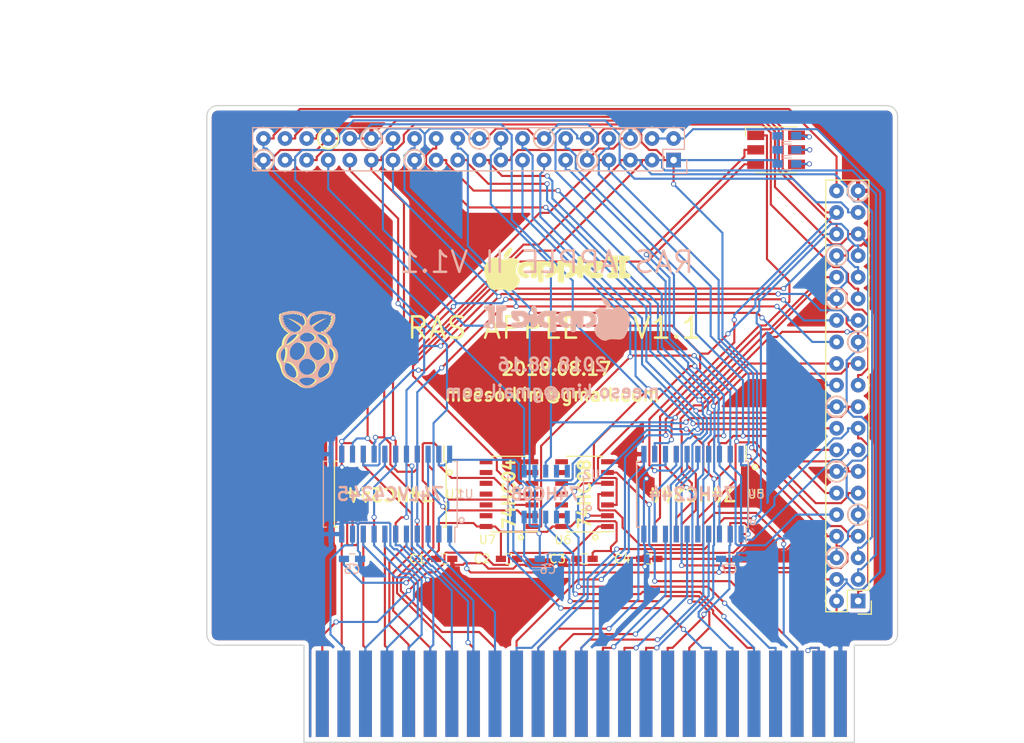
<source format=kicad_pcb>
(kicad_pcb (version 4) (host pcbnew 4.0.7)
  (layers (0 F.Cu signal) (31 B.Cu signal) (34 B.Paste user) (35 F.Paste user) (36 B.SilkS user) (37 F.SilkS user) (38 B.Mask user) (39 F.Mask user) (44 Edge.Cuts user))
  (net 0 "")
  (net 1 /RD2)
  (net 2 /RD3)
  (net 3 /RD4)
  (net 4 /RD7)
  (net 5 /RD0)
  (net 6 /RD1)
  (net 7 /RD5)
  (net 8 /RD6)
  (net 9 VCC)
  (net 10 /DMA)
  (net 11 /RDY)
  (net 12 "Net-(P1-Pad19)")
  (net 13 /RW)
  (net 14 /A15)
  (net 15 /A14)
  (net 16 /A13)
  (net 17 /A12)
  (net 18 /A11)
  (net 19 /A10)
  (net 20 /A9)
  (net 21 /A8)
  (net 22 /A7)
  (net 23 /A6)
  (net 24 /A5)
  (net 25 /A4)
  (net 26 /A3)
  (net 27 /A2)
  (net 28 /A1)
  (net 29 /A0)
  (net 30 /IOSEL)
  (net 31 GND)
  (net 32 /DMAI)
  (net 33 /NMI)
  (net 34 /IRQ)
  (net 35 /RES)
  (net 36 /INH)
  (net 37 "Net-(P1-Pad33)")
  (net 38 "Net-(P1-Pad34)")
  (net 39 "Net-(P1-Pad35)")
  (net 40 "Net-(P1-Pad37)")
  (net 41 /PH1)
  (net 42 "Net-(P1-Pad39)")
  (net 43 /DEVSEL)
  (net 44 /D7)
  (net 45 /D6)
  (net 46 /D5)
  (net 47 /D4)
  (net 48 /D3)
  (net 49 /D2)
  (net 50 /D1)
  (net 51 /D0)
  (net 52 "Net-(P1-Pad50)")
  (net 53 /INT0)
  (net 54 /IOSTRB)
  (net 55 /INTI)
  (net 56 "Net-(D1-Pad4)")
  (net 57 "Net-(D1-Pad5)")
  (net 58 "Net-(D1-Pad6)")
  (net 59 /SLTSL)
  (net 60 /DAT_DIR)
  (net 61 /RA14)
  (net 62 /RA15)
  (net 63 /RC17)
  (net 64 /RC18)
  (net 65 /RC27)
  (net 66 /RC23)
  (net 67 /RC24)
  (net 68 /RA10)
  (net 69 /RA9)
  (net 70 /RA11)
  (net 71 /RA8)
  (net 72 /RA12)
  (net 73 /RA13)
  (net 74 /RC19)
  (net 75 /RC16)
  (net 76 /RC26)
  (net 77 /RC20)
  (net 78 "Net-(P1-Pad36)")
  (net 79 /PH0)
  (net 80 "Net-(U5-Pad5)")
  (net 81 "Net-(U5-Pad7)")
  (net 82 "Net-(U5-Pad9)")
  (net 83 "Net-(U5-Pad11)")
  (net 84 "Net-(U5-Pad13)")
  (net 85 "Net-(U5-Pad15)")
  (net 86 /5V0)
  (net 87 /RC25)
  (net 88 /ATN)
  (net 89 /nATN)
  (net 90 /RC21)
  (module MSX:appleii_logo (layer B.Cu) (at 145.415 93.98 180)
    (fp_text reference G2 hide)
    (fp_text value LOGO hide)
  )
  (module MSX:raspberry_pi_logo (layer B.Cu) (at 116.078 97.282 180)
    (fp_text reference G1 hide)
    (fp_text value LOGO hide)
  )
  (module Pin_Headers:Pin_Header_Straight_2x20 (layer F.Cu) (at 180.784 126.873 180)
    (fp_text reference J1 hide)
    (fp_text value Raspberry_Pi_2_3)
    (pad 1 thru_hole rect (at 0 0 180) (size 1.7272 1.7272) (drill 0.77) (layers *.Cu *.Mask) (net 9 VCC))
    (pad 2 thru_hole oval (at 2.54 0 180) (size 1.7272 1.7272) (drill 0.77) (layers *.Cu *.Mask) (net 86 /5V0))
    (pad 3 thru_hole oval (at 0 2.54 180) (size 1.7272 1.7272) (drill 0.77) (layers *.Cu *.Mask) (net 1 /RD2))
    (pad 4 thru_hole oval (at 2.54 2.54 180) (size 1.7272 1.7272) (drill 0.77) (layers *.Cu *.Mask) (net 86 /5V0))
    (pad 5 thru_hole oval (at 0 5.08 180) (size 1.7272 1.7272) (drill 0.77) (layers *.Cu *.Mask) (net 2 /RD3))
    (pad 6 thru_hole oval (at 2.54 5.08 180) (size 1.7272 1.7272) (drill 0.77) (layers *.Cu *.Mask) (net 31 GND))
    (pad 7 thru_hole oval (at 0 7.62 180) (size 1.7272 1.7272) (drill 0.77) (layers *.Cu *.Mask) (net 3 /RD4))
    (pad 8 thru_hole oval (at 2.54 7.62 180) (size 1.7272 1.7272) (drill 0.77) (layers *.Cu *.Mask) (net 61 /RA14))
    (pad 9 thru_hole oval (at 0 10.16 180) (size 1.7272 1.7272) (drill 0.77) (layers *.Cu *.Mask) (net 31 GND))
    (pad 10 thru_hole oval (at 2.54 10.16 180) (size 1.7272 1.7272) (drill 0.77) (layers *.Cu *.Mask) (net 62 /RA15))
    (pad 11 thru_hole oval (at 0 12.7 180) (size 1.7272 1.7272) (drill 0.77) (layers *.Cu *.Mask) (net 63 /RC17))
    (pad 12 thru_hole oval (at 2.54 12.7 180) (size 1.7272 1.7272) (drill 0.77) (layers *.Cu *.Mask) (net 64 /RC18))
    (pad 13 thru_hole oval (at 0 15.24 180) (size 1.7272 1.7272) (drill 0.77) (layers *.Cu *.Mask) (net 65 /RC27))
    (pad 14 thru_hole oval (at 2.54 15.24 180) (size 1.7272 1.7272) (drill 0.77) (layers *.Cu *.Mask) (net 31 GND))
    (pad 15 thru_hole oval (at 0 17.78 180) (size 1.7272 1.7272) (drill 0.77) (layers *.Cu *.Mask) (net 88 /ATN))
    (pad 16 thru_hole oval (at 2.54 17.78 180) (size 1.7272 1.7272) (drill 0.77) (layers *.Cu *.Mask) (net 66 /RC23))
    (pad 17 thru_hole oval (at 0 20.32 180) (size 1.7272 1.7272) (drill 0.77) (layers *.Cu *.Mask) (net 9 VCC))
    (pad 18 thru_hole oval (at 2.54 20.32 180) (size 1.7272 1.7272) (drill 0.77) (layers *.Cu *.Mask) (net 67 /RC24))
    (pad 19 thru_hole oval (at 0 22.86 180) (size 1.7272 1.7272) (drill 0.77) (layers *.Cu *.Mask) (net 68 /RA10))
    (pad 20 thru_hole oval (at 2.54 22.86 180) (size 1.7272 1.7272) (drill 0.77) (layers *.Cu *.Mask) (net 31 GND))
    (pad 21 thru_hole oval (at 0 25.4 180) (size 1.7272 1.7272) (drill 0.77) (layers *.Cu *.Mask) (net 69 /RA9))
    (pad 22 thru_hole oval (at 2.54 25.4 180) (size 1.7272 1.7272) (drill 0.77) (layers *.Cu *.Mask) (net 87 /RC25))
    (pad 23 thru_hole oval (at 0 27.94 180) (size 1.7272 1.7272) (drill 0.77) (layers *.Cu *.Mask) (net 70 /RA11))
    (pad 24 thru_hole oval (at 2.54 27.94 180) (size 1.7272 1.7272) (drill 0.77) (layers *.Cu *.Mask) (net 71 /RA8))
    (pad 25 thru_hole oval (at 0 30.48 180) (size 1.7272 1.7272) (drill 0.77) (layers *.Cu *.Mask) (net 31 GND))
    (pad 26 thru_hole oval (at 2.54 30.48 180) (size 1.7272 1.7272) (drill 0.77) (layers *.Cu *.Mask) (net 4 /RD7))
    (pad 27 thru_hole oval (at 0 33.02 180) (size 1.7272 1.7272) (drill 0.77) (layers *.Cu *.Mask) (net 5 /RD0))
    (pad 28 thru_hole oval (at 2.54 33.02 180) (size 1.7272 1.7272) (drill 0.77) (layers *.Cu *.Mask) (net 6 /RD1))
    (pad 29 thru_hole oval (at 0 35.56 180) (size 1.7272 1.7272) (drill 0.77) (layers *.Cu *.Mask) (net 7 /RD5))
    (pad 30 thru_hole oval (at 2.54 35.56 180) (size 1.7272 1.7272) (drill 0.77) (layers *.Cu *.Mask) (net 31 GND))
    (pad 31 thru_hole oval (at 0 38.1 180) (size 1.7272 1.7272) (drill 0.77) (layers *.Cu *.Mask) (net 8 /RD6))
    (pad 32 thru_hole oval (at 2.54 38.1 180) (size 1.7272 1.7272) (drill 0.77) (layers *.Cu *.Mask) (net 72 /RA12))
    (pad 33 thru_hole oval (at 0 40.64 180) (size 1.7272 1.7272) (drill 0.77) (layers *.Cu *.Mask) (net 73 /RA13))
    (pad 34 thru_hole oval (at 2.54 40.64 180) (size 1.7272 1.7272) (drill 0.77) (layers *.Cu *.Mask) (net 31 GND))
    (pad 35 thru_hole oval (at 0 43.18 180) (size 1.7272 1.7272) (drill 0.77) (layers *.Cu *.Mask) (net 74 /RC19))
    (pad 36 thru_hole oval (at 2.54 43.18 180) (size 1.7272 1.7272) (drill 0.77) (layers *.Cu *.Mask) (net 75 /RC16))
    (pad 37 thru_hole oval (at 0 45.72 180) (size 1.7272 1.7272) (drill 0.77) (layers *.Cu *.Mask) (net 76 /RC26))
    (pad 38 thru_hole oval (at 2.54 45.72 180) (size 1.7272 1.7272) (drill 0.77) (layers *.Cu *.Mask) (net 77 /RC20))
    (pad 39 thru_hole oval (at 0 48.26 180) (size 1.7272 1.7272) (drill 0.77) (layers *.Cu *.Mask) (net 31 GND))
    (pad 40 thru_hole oval (at 2.54 48.26 180) (size 1.7272 1.7272) (drill 0.77) (layers *.Cu *.Mask) (net 90 /RC21))
  )
  (module MSX:Male_Card-Edge_50_pin__100_mil (layer F.Cu) (at 148.209 137.795)
    (fp_text reference P1 hide)
    (fp_text value A2Bus hide)
    (pad 25 smd rect (at 30.48 0 270) (size 10.16 1.524) (layers F.Cu F.Paste F.Mask) (net 86 /5V0) (clearance 0.254))
    (pad 24 smd rect (at 27.94 0 270) (size 10.16 1.524) (layers F.Cu F.Paste F.Mask) (net 32 /DMAI) (clearance 0.254))
    (pad 23 smd rect (at 25.4 0 270) (size 10.16 1.524) (layers F.Cu F.Paste F.Mask) (net 53 /INT0) (clearance 0.254))
    (pad 22 smd rect (at 22.86 0 270) (size 10.16 1.524) (layers F.Cu F.Paste F.Mask) (net 10 /DMA) (clearance 0.254))
    (pad 21 smd rect (at 20.32 0 270) (size 10.16 1.524) (layers F.Cu F.Paste F.Mask) (net 11 /RDY) (clearance 0.254))
    (pad 20 smd rect (at 17.78 0 270) (size 10.16 1.524) (layers F.Cu F.Paste F.Mask) (net 54 /IOSTRB) (clearance 0.254))
    (pad 19 smd rect (at 15.24 0 270) (size 10.16 1.524) (layers F.Cu F.Paste F.Mask) (net 12 "Net-(P1-Pad19)") (clearance 0.254))
    (pad 18 smd rect (at 12.7 0 270) (size 10.16 1.524) (layers F.Cu F.Paste F.Mask) (net 13 /RW) (clearance 0.254))
    (pad 17 smd rect (at 10.16 0 270) (size 10.16 1.524) (layers F.Cu F.Paste F.Mask) (net 14 /A15) (clearance 0.254))
    (pad 16 smd rect (at 7.62 0 270) (size 10.16 1.524) (layers F.Cu F.Paste F.Mask) (net 15 /A14) (clearance 0.254))
    (pad 15 smd rect (at 5.08 0 270) (size 10.16 1.524) (layers F.Cu F.Paste F.Mask) (net 16 /A13) (clearance 0.254))
    (pad 14 smd rect (at 2.54 0 270) (size 10.16 1.524) (layers F.Cu F.Paste F.Mask) (net 17 /A12) (clearance 0.254))
    (pad 13 smd rect (at 0 0 270) (size 10.16 1.524) (layers F.Cu F.Paste F.Mask) (net 18 /A11) (clearance 0.254))
    (pad 12 smd rect (at -2.54 0 270) (size 10.16 1.524) (layers F.Cu F.Paste F.Mask) (net 19 /A10) (clearance 0.254))
    (pad 11 smd rect (at -5.08 0 270) (size 10.16 1.524) (layers F.Cu F.Paste F.Mask) (net 20 /A9) (clearance 0.254))
    (pad 10 smd rect (at -7.62 0 270) (size 10.16 1.524) (layers F.Cu F.Paste F.Mask) (net 21 /A8) (clearance 0.254))
    (pad 9 smd rect (at -10.16 0 270) (size 10.16 1.524) (layers F.Cu F.Paste F.Mask) (net 22 /A7) (clearance 0.254))
    (pad 8 smd rect (at -12.7 0 270) (size 10.16 1.524) (layers F.Cu F.Paste F.Mask) (net 23 /A6) (clearance 0.254))
    (pad 7 smd rect (at -15.24 0 270) (size 10.16 1.524) (layers F.Cu F.Paste F.Mask) (net 24 /A5) (clearance 0.254))
    (pad 6 smd rect (at -17.78 0 270) (size 10.16 1.524) (layers F.Cu F.Paste F.Mask) (net 25 /A4) (clearance 0.254))
    (pad 5 smd rect (at -20.32 0 270) (size 10.16 1.524) (layers F.Cu F.Paste F.Mask) (net 26 /A3) (clearance 0.254))
    (pad 4 smd rect (at -22.86 0 270) (size 10.16 1.524) (layers F.Cu F.Paste F.Mask) (net 27 /A2) (clearance 0.254))
    (pad 3 smd rect (at -25.4 0 270) (size 10.16 1.524) (layers F.Cu F.Paste F.Mask) (net 28 /A1) (clearance 0.254))
    (pad 2 smd rect (at -27.94 0 270) (size 10.16 1.524) (layers F.Cu F.Paste F.Mask) (net 29 /A0) (clearance 0.254))
    (pad 1 smd rect (at -30.48 0 270) (size 10.16 1.524) (layers F.Cu F.Paste F.Mask) (net 30 /IOSEL) (clearance 0.254))
    (pad 26 smd rect (at 30.48 0 270) (size 10.16 1.524) (layers B.Cu B.Paste B.Mask) (net 31 GND) (clearance 0.254))
    (pad 27 smd rect (at 27.94 0 270) (size 10.16 1.524) (layers B.Cu B.Paste B.Mask) (net 32 /DMAI) (clearance 0.254))
    (pad 28 smd rect (at 25.4 0 270) (size 10.16 1.524) (layers B.Cu B.Paste B.Mask) (net 55 /INTI) (clearance 0.254))
    (pad 29 smd rect (at 22.86 0 270) (size 10.16 1.524) (layers B.Cu B.Paste B.Mask) (net 33 /NMI) (clearance 0.254))
    (pad 30 smd rect (at 20.32 0 270) (size 10.16 1.524) (layers B.Cu B.Paste B.Mask) (net 34 /IRQ) (clearance 0.254))
    (pad 31 smd rect (at 17.78 0 270) (size 10.16 1.524) (layers B.Cu B.Paste B.Mask) (net 35 /RES) (clearance 0.254))
    (pad 32 smd rect (at 15.24 0 270) (size 10.16 1.524) (layers B.Cu B.Paste B.Mask) (net 36 /INH) (clearance 0.254))
    (pad 33 smd rect (at 12.7 0 270) (size 10.16 1.524) (layers B.Cu B.Paste B.Mask) (net 37 "Net-(P1-Pad33)") (clearance 0.254))
    (pad 34 smd rect (at 10.16 0 270) (size 10.16 1.524) (layers B.Cu B.Paste B.Mask) (net 38 "Net-(P1-Pad34)") (clearance 0.254))
    (pad 35 smd rect (at 7.62 0 270) (size 10.16 1.524) (layers B.Cu B.Paste B.Mask) (net 39 "Net-(P1-Pad35)") (clearance 0.254))
    (pad 36 smd rect (at 5.08 0 270) (size 10.16 1.524) (layers B.Cu B.Paste B.Mask) (net 78 "Net-(P1-Pad36)") (clearance 0.254))
    (pad 37 smd rect (at 2.54 0 270) (size 10.16 1.524) (layers B.Cu B.Paste B.Mask) (net 40 "Net-(P1-Pad37)") (clearance 0.254))
    (pad 38 smd rect (at 0 0 270) (size 10.16 1.524) (layers B.Cu B.Paste B.Mask) (net 41 /PH1) (clearance 0.254))
    (pad 39 smd rect (at -2.54 0 270) (size 10.16 1.524) (layers B.Cu B.Paste B.Mask) (net 42 "Net-(P1-Pad39)") (clearance 0.254))
    (pad 40 smd rect (at -5.08 0 270) (size 10.16 1.524) (layers B.Cu B.Paste B.Mask) (net 79 /PH0) (clearance 0.254))
    (pad 41 smd rect (at -7.62 0 270) (size 10.16 1.524) (layers B.Cu B.Paste B.Mask) (net 43 /DEVSEL) (clearance 0.254))
    (pad 42 smd rect (at -10.16 0 270) (size 10.16 1.524) (layers B.Cu B.Paste B.Mask) (net 44 /D7) (clearance 0.254))
    (pad 43 smd rect (at -12.7 0 270) (size 10.16 1.524) (layers B.Cu B.Paste B.Mask) (net 45 /D6) (clearance 0.254))
    (pad 44 smd rect (at -15.24 0 270) (size 10.16 1.524) (layers B.Cu B.Paste B.Mask) (net 46 /D5) (clearance 0.254))
    (pad 45 smd rect (at -17.78 0 270) (size 10.16 1.524) (layers B.Cu B.Paste B.Mask) (net 47 /D4) (clearance 0.254))
    (pad 46 smd rect (at -20.32 0 270) (size 10.16 1.524) (layers B.Cu B.Paste B.Mask) (net 48 /D3) (clearance 0.254))
    (pad 47 smd rect (at -22.86 0 270) (size 10.16 1.524) (layers B.Cu B.Paste B.Mask) (net 49 /D2) (clearance 0.254))
    (pad 48 smd rect (at -25.4 0 270) (size 10.16 1.524) (layers B.Cu B.Paste B.Mask) (net 50 /D1) (clearance 0.254))
    (pad 49 smd rect (at -27.94 0 270) (size 10.16 1.524) (layers B.Cu B.Paste B.Mask) (net 51 /D0) (clearance 0.254))
    (pad 50 smd rect (at -30.48 0 270) (size 10.16 1.524) (layers B.Cu B.Paste B.Mask) (net 52 "Net-(P1-Pad50)") (clearance 0.254))
  )
  (module LEDs:LED_RGB_5050-6 (layer F.Cu) (at 171.132 73.787)
    (fp_text reference D1 hide)
    (fp_text value LED_RGB)
    (pad 1 smd rect (at -2.4 -1.7 90) (size 1.1 2) (layers F.Cu F.Paste F.Mask) (net 41 /PH1))
    (pad 2 smd rect (at -2.4 0 90) (size 1.1 2) (layers F.Cu F.Paste F.Mask) (net 59 /SLTSL))
    (pad 3 smd rect (at -2.4 1.7 90) (size 1.1 2) (layers F.Cu F.Paste F.Mask) (net 60 /DAT_DIR))
    (pad 4 smd rect (at 2.4 1.7 90) (size 1.1 2) (layers F.Cu F.Paste F.Mask) (net 56 "Net-(D1-Pad4)"))
    (pad 5 smd rect (at 2.4 0 90) (size 1.1 2) (layers F.Cu F.Paste F.Mask) (net 57 "Net-(D1-Pad5)"))
    (pad 6 smd rect (at 2.4 -1.7 90) (size 1.1 2) (layers F.Cu F.Paste F.Mask) (net 58 "Net-(D1-Pad6)"))
  )
  (module Resistors_SMD:R_0603_HandSoldering (layer B.Cu) (at 172.402 72.136)
    (fp_text reference R1 hide)
    (fp_text value R)
    (pad 1 smd rect (at -1.1 0) (size 1.2 0.9) (layers B.Cu B.Paste B.Mask) (net 9 VCC))
    (pad 2 smd rect (at 1.1 0) (size 1.2 0.9) (layers B.Cu B.Paste B.Mask) (net 58 "Net-(D1-Pad6)"))
  )
  (module Resistors_SMD:R_0603_HandSoldering (layer B.Cu) (at 172.402 73.787)
    (fp_text reference R2 hide)
    (fp_text value R)
    (pad 1 smd rect (at -1.1 0) (size 1.2 0.9) (layers B.Cu B.Paste B.Mask) (net 9 VCC))
    (pad 2 smd rect (at 1.1 0) (size 1.2 0.9) (layers B.Cu B.Paste B.Mask) (net 57 "Net-(D1-Pad5)"))
  )
  (module Resistors_SMD:R_0603_HandSoldering (layer B.Cu) (at 172.402 75.438)
    (fp_text reference R3 hide)
    (fp_text value R)
    (pad 1 smd rect (at -1.1 0) (size 1.2 0.9) (layers B.Cu B.Paste B.Mask) (net 9 VCC))
    (pad 2 smd rect (at 1.1 0) (size 1.2 0.9) (layers B.Cu B.Paste B.Mask) (net 56 "Net-(D1-Pad4)"))
  )
  (module MSX:raspberry_pi_logo (layer F.Cu) (at 115.824 97.282)
    (fp_text reference G4 hide)
    (fp_text value LOGO hide)
  )
  (module Pin_Headers:Pin_Header_Straight_2x20 (layer B.Cu) (at 159.068 74.9935 90)
    (fp_text reference J2 hide)
    (fp_text value Raspberry_Pi_2_3)
    (pad 1 thru_hole rect (at 0 0 90) (size 1.7272 1.7272) (drill 0.77) (layers *.Cu *.Mask) (net 9 VCC))
    (pad 2 thru_hole oval (at 2.54 0 90) (size 1.7272 1.7272) (drill 0.77) (layers *.Cu *.Mask) (net 86 /5V0))
    (pad 3 thru_hole oval (at 0 -2.54 90) (size 1.7272 1.7272) (drill 0.77) (layers *.Cu *.Mask) (net 1 /RD2))
    (pad 4 thru_hole oval (at 2.54 -2.54 90) (size 1.7272 1.7272) (drill 0.77) (layers *.Cu *.Mask) (net 86 /5V0))
    (pad 5 thru_hole oval (at 0 -5.08 90) (size 1.7272 1.7272) (drill 0.77) (layers *.Cu *.Mask) (net 2 /RD3))
    (pad 6 thru_hole oval (at 2.54 -5.08 90) (size 1.7272 1.7272) (drill 0.77) (layers *.Cu *.Mask) (net 31 GND))
    (pad 7 thru_hole oval (at 0 -7.62 90) (size 1.7272 1.7272) (drill 0.77) (layers *.Cu *.Mask) (net 3 /RD4))
    (pad 8 thru_hole oval (at 2.54 -7.62 90) (size 1.7272 1.7272) (drill 0.77) (layers *.Cu *.Mask) (net 61 /RA14))
    (pad 9 thru_hole oval (at 0 -10.16 90) (size 1.7272 1.7272) (drill 0.77) (layers *.Cu *.Mask) (net 31 GND))
    (pad 10 thru_hole oval (at 2.54 -10.16 90) (size 1.7272 1.7272) (drill 0.77) (layers *.Cu *.Mask) (net 62 /RA15))
    (pad 11 thru_hole oval (at 0 -12.7 90) (size 1.7272 1.7272) (drill 0.77) (layers *.Cu *.Mask) (net 63 /RC17))
    (pad 12 thru_hole oval (at 2.54 -12.7 90) (size 1.7272 1.7272) (drill 0.77) (layers *.Cu *.Mask) (net 64 /RC18))
    (pad 13 thru_hole oval (at 0 -15.24 90) (size 1.7272 1.7272) (drill 0.77) (layers *.Cu *.Mask) (net 65 /RC27))
    (pad 14 thru_hole oval (at 2.54 -15.24 90) (size 1.7272 1.7272) (drill 0.77) (layers *.Cu *.Mask) (net 31 GND))
    (pad 15 thru_hole oval (at 0 -17.78 90) (size 1.7272 1.7272) (drill 0.77) (layers *.Cu *.Mask) (net 88 /ATN))
    (pad 16 thru_hole oval (at 2.54 -17.78 90) (size 1.7272 1.7272) (drill 0.77) (layers *.Cu *.Mask) (net 66 /RC23))
    (pad 17 thru_hole oval (at 0 -20.32 90) (size 1.7272 1.7272) (drill 0.77) (layers *.Cu *.Mask) (net 9 VCC))
    (pad 18 thru_hole oval (at 2.54 -20.32 90) (size 1.7272 1.7272) (drill 0.77) (layers *.Cu *.Mask) (net 67 /RC24))
    (pad 19 thru_hole oval (at 0 -22.86 90) (size 1.7272 1.7272) (drill 0.77) (layers *.Cu *.Mask) (net 68 /RA10))
    (pad 20 thru_hole oval (at 2.54 -22.86 90) (size 1.7272 1.7272) (drill 0.77) (layers *.Cu *.Mask) (net 31 GND))
    (pad 21 thru_hole oval (at 0 -25.4 90) (size 1.7272 1.7272) (drill 0.77) (layers *.Cu *.Mask) (net 69 /RA9))
    (pad 22 thru_hole oval (at 2.54 -25.4 90) (size 1.7272 1.7272) (drill 0.77) (layers *.Cu *.Mask) (net 87 /RC25))
    (pad 23 thru_hole oval (at 0 -27.94 90) (size 1.7272 1.7272) (drill 0.77) (layers *.Cu *.Mask) (net 70 /RA11))
    (pad 24 thru_hole oval (at 2.54 -27.94 90) (size 1.7272 1.7272) (drill 0.77) (layers *.Cu *.Mask) (net 71 /RA8))
    (pad 25 thru_hole oval (at 0 -30.48 90) (size 1.7272 1.7272) (drill 0.77) (layers *.Cu *.Mask) (net 31 GND))
    (pad 26 thru_hole oval (at 2.54 -30.48 90) (size 1.7272 1.7272) (drill 0.77) (layers *.Cu *.Mask) (net 4 /RD7))
    (pad 27 thru_hole oval (at 0 -33.02 90) (size 1.7272 1.7272) (drill 0.77) (layers *.Cu *.Mask) (net 5 /RD0))
    (pad 28 thru_hole oval (at 2.54 -33.02 90) (size 1.7272 1.7272) (drill 0.77) (layers *.Cu *.Mask) (net 6 /RD1))
    (pad 29 thru_hole oval (at 0 -35.56 90) (size 1.7272 1.7272) (drill 0.77) (layers *.Cu *.Mask) (net 7 /RD5))
    (pad 30 thru_hole oval (at 2.54 -35.56 90) (size 1.7272 1.7272) (drill 0.77) (layers *.Cu *.Mask) (net 31 GND))
    (pad 31 thru_hole oval (at 0 -38.1 90) (size 1.7272 1.7272) (drill 0.77) (layers *.Cu *.Mask) (net 8 /RD6))
    (pad 32 thru_hole oval (at 2.54 -38.1 90) (size 1.7272 1.7272) (drill 0.77) (layers *.Cu *.Mask) (net 72 /RA12))
    (pad 33 thru_hole oval (at 0 -40.64 90) (size 1.7272 1.7272) (drill 0.77) (layers *.Cu *.Mask) (net 73 /RA13))
    (pad 34 thru_hole oval (at 2.54 -40.64 90) (size 1.7272 1.7272) (drill 0.77) (layers *.Cu *.Mask) (net 31 GND))
    (pad 35 thru_hole oval (at 0 -43.18 90) (size 1.7272 1.7272) (drill 0.77) (layers *.Cu *.Mask) (net 74 /RC19))
    (pad 36 thru_hole oval (at 2.54 -43.18 90) (size 1.7272 1.7272) (drill 0.77) (layers *.Cu *.Mask) (net 75 /RC16))
    (pad 37 thru_hole oval (at 0 -45.72 90) (size 1.7272 1.7272) (drill 0.77) (layers *.Cu *.Mask) (net 76 /RC26))
    (pad 38 thru_hole oval (at 2.54 -45.72 90) (size 1.7272 1.7272) (drill 0.77) (layers *.Cu *.Mask) (net 77 /RC20))
    (pad 39 thru_hole oval (at 0 -48.26 90) (size 1.7272 1.7272) (drill 0.77) (layers *.Cu *.Mask) (net 31 GND))
    (pad 40 thru_hole oval (at 2.54 -48.26 90) (size 1.7272 1.7272) (drill 0.77) (layers *.Cu *.Mask) (net 90 /RC21))
  )
  (module MSX:appleii_logo (layer F.Cu) (at 145.288 88.138)
    (fp_text reference G3 hide)
    (fp_text value LOGO hide)
  )
  (module Capacitors_SMD:C_0603_HandSoldering (layer F.Cu) (at 132.08 121.92)
    (fp_text reference C1 (at -3.175 0) (layer F.SilkS))
    (fp_text value C)
    (pad 1 smd rect (at -0.95 0) (size 1.2 0.75) (layers F.Cu F.Paste F.Mask) (net 9 VCC))
    (pad 2 smd rect (at 0.95 0) (size 1.2 0.75) (layers F.Cu F.Paste F.Mask) (net 31 GND))
  )
  (module Capacitors_SMD:C_0603_HandSoldering (layer F.Cu) (at 139.7 121.92)
    (fp_text reference C2 (at -3.175 0) (layer F.SilkS))
    (fp_text value C)
    (pad 1 smd rect (at -0.95 0) (size 1.2 0.75) (layers F.Cu F.Paste F.Mask) (net 9 VCC))
    (pad 2 smd rect (at 0.95 0) (size 1.2 0.75) (layers F.Cu F.Paste F.Mask) (net 31 GND))
  )
  (module Capacitors_SMD:C_0603_HandSoldering (layer F.Cu) (at 148.59 121.92 180)
    (fp_text reference C3 (at 3.175 0 180) (layer F.SilkS))
    (fp_text value C)
    (pad 1 smd rect (at -0.95 0 180) (size 1.2 0.75) (layers F.Cu F.Paste F.Mask) (net 9 VCC))
    (pad 2 smd rect (at 0.95 0 180) (size 1.2 0.75) (layers F.Cu F.Paste F.Mask) (net 31 GND))
  )
  (module Capacitors_SMD:C_0603_HandSoldering (layer F.Cu) (at 156.21 121.92)
    (fp_text reference C4 (at -3.175 0) (layer F.SilkS))
    (fp_text value C)
    (pad 1 smd rect (at -0.95 0) (size 1.2 0.75) (layers F.Cu F.Paste F.Mask) (net 9 VCC))
    (pad 2 smd rect (at 0.95 0) (size 1.2 0.75) (layers F.Cu F.Paste F.Mask) (net 31 GND))
  )
  (module Capacitors_SMD:C_0603_HandSoldering (layer B.Cu) (at 121.224 121.92)
    (fp_text reference C5 (at 0 1.25) (layer B.SilkS) (effects (justify mirror)))
    (fp_text value C)
    (pad 1 smd rect (at -0.95 0) (size 1.2 0.75) (layers B.Cu B.Paste B.Mask) (net 9 VCC))
    (pad 2 smd rect (at 0.95 0) (size 1.2 0.75) (layers B.Cu B.Paste B.Mask) (net 31 GND))
  )
  (module Capacitors_SMD:C_0603_HandSoldering (layer B.Cu) (at 144.272 121.92)
    (fp_text reference C6 (at 0 1.25) (layer B.SilkS) (effects (justify mirror)))
    (fp_text value C)
    (pad 1 smd rect (at -0.95 0) (size 1.2 0.75) (layers B.Cu B.Paste B.Mask) (net 9 VCC))
    (pad 2 smd rect (at 0.95 0) (size 1.2 0.75) (layers B.Cu B.Paste B.Mask) (net 31 GND))
  )
  (module Capacitors_SMD:C_0603_HandSoldering (layer B.Cu) (at 165.608 121.92)
    (fp_text reference C7 (at 0 1.25) (layer B.SilkS) (effects (justify mirror)))
    (fp_text value C)
    (pad 1 smd rect (at -0.95 0) (size 1.2 0.75) (layers B.Cu B.Paste B.Mask) (net 86 /5V0))
    (pad 2 smd rect (at 0.95 0) (size 1.2 0.75) (layers B.Cu B.Paste B.Mask) (net 31 GND))
  )
  (module Housings_SOIC:SOIC-24W_7.5x15.4mm_Pitch1.27mm (layer B.Cu) (at 125.73 114.3 90)
    (fp_text reference U1 (at 0 8.8 180) (layer B.SilkS) (effects (justify mirror)))
    (fp_text value LVC4245)
    (pad 1 smd rect (at -4.7 6.985 90) (size 2 0.6) (layers B.Cu B.Paste B.Mask) (net 86 /5V0))
    (pad 2 smd rect (at -4.7 5.715 90) (size 2 0.6) (layers B.Cu B.Paste B.Mask) (net 90 /RC21))
    (pad 3 smd rect (at -4.7 4.445 90) (size 2 0.6) (layers B.Cu B.Paste B.Mask) (net 44 /D7))
    (pad 4 smd rect (at -4.7 3.175 90) (size 2 0.6) (layers B.Cu B.Paste B.Mask) (net 45 /D6))
    (pad 5 smd rect (at -4.7 1.905 90) (size 2 0.6) (layers B.Cu B.Paste B.Mask) (net 46 /D5))
    (pad 6 smd rect (at -4.7 0.635 90) (size 2 0.6) (layers B.Cu B.Paste B.Mask) (net 47 /D4))
    (pad 7 smd rect (at -4.7 -0.635 90) (size 2 0.6) (layers B.Cu B.Paste B.Mask) (net 48 /D3))
    (pad 8 smd rect (at -4.7 -1.905 90) (size 2 0.6) (layers B.Cu B.Paste B.Mask) (net 49 /D2))
    (pad 9 smd rect (at -4.7 -3.175 90) (size 2 0.6) (layers B.Cu B.Paste B.Mask) (net 50 /D1))
    (pad 10 smd rect (at -4.7 -4.445 90) (size 2 0.6) (layers B.Cu B.Paste B.Mask) (net 51 /D0))
    (pad 11 smd rect (at -4.7 -5.715 90) (size 2 0.6) (layers B.Cu B.Paste B.Mask) (net 31 GND))
    (pad 12 smd rect (at -4.7 -6.985 90) (size 2 0.6) (layers B.Cu B.Paste B.Mask) (net 31 GND))
    (pad 13 smd rect (at 4.7 -6.985 90) (size 2 0.6) (layers B.Cu B.Paste B.Mask) (net 31 GND))
    (pad 14 smd rect (at 4.7 -5.715 90) (size 2 0.6) (layers B.Cu B.Paste B.Mask) (net 5 /RD0))
    (pad 15 smd rect (at 4.7 -4.445 90) (size 2 0.6) (layers B.Cu B.Paste B.Mask) (net 6 /RD1))
    (pad 16 smd rect (at 4.7 -3.175 90) (size 2 0.6) (layers B.Cu B.Paste B.Mask) (net 1 /RD2))
    (pad 17 smd rect (at 4.7 -1.905 90) (size 2 0.6) (layers B.Cu B.Paste B.Mask) (net 2 /RD3))
    (pad 18 smd rect (at 4.7 -0.635 90) (size 2 0.6) (layers B.Cu B.Paste B.Mask) (net 3 /RD4))
    (pad 19 smd rect (at 4.7 0.635 90) (size 2 0.6) (layers B.Cu B.Paste B.Mask) (net 7 /RD5))
    (pad 20 smd rect (at 4.7 1.905 90) (size 2 0.6) (layers B.Cu B.Paste B.Mask) (net 8 /RD6))
    (pad 21 smd rect (at 4.7 3.175 90) (size 2 0.6) (layers B.Cu B.Paste B.Mask) (net 4 /RD7))
    (pad 22 smd rect (at 4.7 4.445 90) (size 2 0.6) (layers B.Cu B.Paste B.Mask) (net 89 /nATN))
    (pad 23 smd rect (at 4.7 5.715 90) (size 2 0.6) (layers B.Cu B.Paste B.Mask) (net 9 VCC))
    (pad 24 smd rect (at 4.7 6.985 90) (size 2 0.6) (layers B.Cu B.Paste B.Mask) (net 9 VCC))
  )
  (module Housings_SOIC:SOIC-14_3.9x8.7mm_Pitch1.27mm (layer B.Cu) (at 144.018 114.3 90)
    (fp_text reference U2 (at 2.286 5.375 180) (layer B.SilkS) (effects (justify mirror)))
    (fp_text value 74LS05)
    (pad 1 smd rect (at -2.7 3.81 90) (size 1.5 0.6) (layers B.Cu B.Paste B.Mask) (net 65 /RC27))
    (pad 2 smd rect (at -2.7 2.54 90) (size 1.5 0.6) (layers B.Cu B.Paste B.Mask) (net 33 /NMI))
    (pad 3 smd rect (at -2.7 1.27 90) (size 1.5 0.6) (layers B.Cu B.Paste B.Mask) (net 66 /RC23))
    (pad 4 smd rect (at -2.7 0 90) (size 1.5 0.6) (layers B.Cu B.Paste B.Mask) (net 34 /IRQ))
    (pad 5 smd rect (at -2.7 -1.27 90) (size 1.5 0.6) (layers B.Cu B.Paste B.Mask) (net 87 /RC25))
    (pad 6 smd rect (at -2.7 -2.54 90) (size 1.5 0.6) (layers B.Cu B.Paste B.Mask) (net 11 /RDY))
    (pad 7 smd rect (at -2.7 -3.81 90) (size 1.5 0.6) (layers B.Cu B.Paste B.Mask) (net 31 GND))
    (pad 8 smd rect (at 2.7 -3.81 90) (size 1.5 0.6) (layers B.Cu B.Paste B.Mask) (net 36 /INH))
    (pad 9 smd rect (at 2.7 -2.54 90) (size 1.5 0.6) (layers B.Cu B.Paste B.Mask) (net 76 /RC26))
    (pad 10 smd rect (at 2.7 -1.27 90) (size 1.5 0.6) (layers B.Cu B.Paste B.Mask) (net 35 /RES))
    (pad 11 smd rect (at 2.7 0 90) (size 1.5 0.6) (layers B.Cu B.Paste B.Mask) (net 67 /RC24))
    (pad 12 smd rect (at 2.7 1.27 90) (size 1.5 0.6) (layers B.Cu B.Paste B.Mask))
    (pad 13 smd rect (at 2.7 2.54 90) (size 1.5 0.6) (layers B.Cu B.Paste B.Mask))
    (pad 14 smd rect (at 2.7 3.81 90) (size 1.5 0.6) (layers B.Cu B.Paste B.Mask) (net 9 VCC))
  )
  (module Housings_SOIC:SOIC-20W_7.5x12.8mm_Pitch1.27mm (layer F.Cu) (at 125.73 114.3 270)
    (fp_text reference U3 (at 0 -7.5 360) (layer F.SilkS))
    (fp_text value 74HC244)
    (pad 1 smd rect (at -4.7 -5.715 270) (size 1.95 0.6) (layers F.Cu F.Paste F.Mask) (net 88 /ATN))
    (pad 2 smd rect (at -4.7 -4.445 270) (size 1.95 0.6) (layers F.Cu F.Paste F.Mask) (net 22 /A7))
    (pad 3 smd rect (at -4.7 -3.175 270) (size 1.95 0.6) (layers F.Cu F.Paste F.Mask) (net 2 /RD3))
    (pad 4 smd rect (at -4.7 -1.905 270) (size 1.95 0.6) (layers F.Cu F.Paste F.Mask) (net 23 /A6))
    (pad 5 smd rect (at -4.7 -0.635 270) (size 1.95 0.6) (layers F.Cu F.Paste F.Mask) (net 1 /RD2))
    (pad 6 smd rect (at -4.7 0.635 270) (size 1.95 0.6) (layers F.Cu F.Paste F.Mask) (net 24 /A5))
    (pad 7 smd rect (at -4.7 1.905 270) (size 1.95 0.6) (layers F.Cu F.Paste F.Mask) (net 6 /RD1))
    (pad 8 smd rect (at -4.7 3.175 270) (size 1.95 0.6) (layers F.Cu F.Paste F.Mask) (net 25 /A4))
    (pad 9 smd rect (at -4.7 4.445 270) (size 1.95 0.6) (layers F.Cu F.Paste F.Mask) (net 5 /RD0))
    (pad 10 smd rect (at -4.7 5.715 270) (size 1.95 0.6) (layers F.Cu F.Paste F.Mask) (net 31 GND))
    (pad 11 smd rect (at 4.7 5.715 270) (size 1.95 0.6) (layers F.Cu F.Paste F.Mask) (net 29 /A0))
    (pad 12 smd rect (at 4.7 4.445 270) (size 1.95 0.6) (layers F.Cu F.Paste F.Mask) (net 3 /RD4))
    (pad 13 smd rect (at 4.7 3.175 270) (size 1.95 0.6) (layers F.Cu F.Paste F.Mask) (net 28 /A1))
    (pad 14 smd rect (at 4.7 1.905 270) (size 1.95 0.6) (layers F.Cu F.Paste F.Mask) (net 7 /RD5))
    (pad 15 smd rect (at 4.7 0.635 270) (size 1.95 0.6) (layers F.Cu F.Paste F.Mask) (net 27 /A2))
    (pad 16 smd rect (at 4.7 -0.635 270) (size 1.95 0.6) (layers F.Cu F.Paste F.Mask) (net 8 /RD6))
    (pad 17 smd rect (at 4.7 -1.905 270) (size 1.95 0.6) (layers F.Cu F.Paste F.Mask) (net 26 /A3))
    (pad 18 smd rect (at 4.7 -3.175 270) (size 1.95 0.6) (layers F.Cu F.Paste F.Mask) (net 4 /RD7))
    (pad 19 smd rect (at 4.7 -4.445 270) (size 1.95 0.6) (layers F.Cu F.Paste F.Mask) (net 88 /ATN))
    (pad 20 smd rect (at 4.7 -5.715 270) (size 1.95 0.6) (layers F.Cu F.Paste F.Mask) (net 9 VCC))
  )
  (module Housings_SOIC:SOIC-20W_7.5x12.8mm_Pitch1.27mm (layer B.Cu) (at 161.29 114.3 90)
    (fp_text reference U4 (at 0 7.5 180) (layer B.SilkS) (effects (justify mirror)))
    (fp_text value 74HC244)
    (pad 1 smd rect (at -4.7 5.715 90) (size 1.95 0.6) (layers B.Cu B.Paste B.Mask) (net 88 /ATN))
    (pad 2 smd rect (at -4.7 4.445 90) (size 1.95 0.6) (layers B.Cu B.Paste B.Mask) (net 14 /A15))
    (pad 3 smd rect (at -4.7 3.175 90) (size 1.95 0.6) (layers B.Cu B.Paste B.Mask) (net 70 /RA11))
    (pad 4 smd rect (at -4.7 1.905 90) (size 1.95 0.6) (layers B.Cu B.Paste B.Mask) (net 15 /A14))
    (pad 5 smd rect (at -4.7 0.635 90) (size 1.95 0.6) (layers B.Cu B.Paste B.Mask) (net 68 /RA10))
    (pad 6 smd rect (at -4.7 -0.635 90) (size 1.95 0.6) (layers B.Cu B.Paste B.Mask) (net 16 /A13))
    (pad 7 smd rect (at -4.7 -1.905 90) (size 1.95 0.6) (layers B.Cu B.Paste B.Mask) (net 69 /RA9))
    (pad 8 smd rect (at -4.7 -3.175 90) (size 1.95 0.6) (layers B.Cu B.Paste B.Mask) (net 17 /A12))
    (pad 9 smd rect (at -4.7 -4.445 90) (size 1.95 0.6) (layers B.Cu B.Paste B.Mask) (net 71 /RA8))
    (pad 10 smd rect (at -4.7 -5.715 90) (size 1.95 0.6) (layers B.Cu B.Paste B.Mask) (net 31 GND))
    (pad 11 smd rect (at 4.7 -5.715 90) (size 1.95 0.6) (layers B.Cu B.Paste B.Mask) (net 21 /A8))
    (pad 12 smd rect (at 4.7 -4.445 90) (size 1.95 0.6) (layers B.Cu B.Paste B.Mask) (net 72 /RA12))
    (pad 13 smd rect (at 4.7 -3.175 90) (size 1.95 0.6) (layers B.Cu B.Paste B.Mask) (net 20 /A9))
    (pad 14 smd rect (at 4.7 -1.905 90) (size 1.95 0.6) (layers B.Cu B.Paste B.Mask) (net 73 /RA13))
    (pad 15 smd rect (at 4.7 -0.635 90) (size 1.95 0.6) (layers B.Cu B.Paste B.Mask) (net 19 /A10))
    (pad 16 smd rect (at 4.7 0.635 90) (size 1.95 0.6) (layers B.Cu B.Paste B.Mask) (net 61 /RA14))
    (pad 17 smd rect (at 4.7 1.905 90) (size 1.95 0.6) (layers B.Cu B.Paste B.Mask) (net 18 /A11))
    (pad 18 smd rect (at 4.7 3.175 90) (size 1.95 0.6) (layers B.Cu B.Paste B.Mask) (net 62 /RA15))
    (pad 19 smd rect (at 4.7 4.445 90) (size 1.95 0.6) (layers B.Cu B.Paste B.Mask) (net 88 /ATN))
    (pad 20 smd rect (at 4.7 5.715 90) (size 1.95 0.6) (layers B.Cu B.Paste B.Mask) (net 9 VCC))
  )
  (module Housings_SOIC:SOIC-20W_7.5x12.8mm_Pitch1.27mm (layer F.Cu) (at 161.29 114.3 270)
    (fp_text reference U5 (at 0 -7.5 360) (layer F.SilkS))
    (fp_text value 74HC244)
    (pad 1 smd rect (at -4.7 -5.715 270) (size 1.95 0.6) (layers F.Cu F.Paste F.Mask) (net 31 GND))
    (pad 2 smd rect (at -4.7 -4.445 270) (size 1.95 0.6) (layers F.Cu F.Paste F.Mask) (net 35 /RES))
    (pad 3 smd rect (at -4.7 -3.175 270) (size 1.95 0.6) (layers F.Cu F.Paste F.Mask) (net 64 /RC18))
    (pad 4 smd rect (at -4.7 -1.905 270) (size 1.95 0.6) (layers F.Cu F.Paste F.Mask) (net 59 /SLTSL))
    (pad 5 smd rect (at -4.7 -0.635 270) (size 1.95 0.6) (layers F.Cu F.Paste F.Mask) (net 80 "Net-(U5-Pad5)"))
    (pad 6 smd rect (at -4.7 0.635 270) (size 1.95 0.6) (layers F.Cu F.Paste F.Mask) (net 55 /INTI))
    (pad 7 smd rect (at -4.7 1.905 270) (size 1.95 0.6) (layers F.Cu F.Paste F.Mask) (net 81 "Net-(U5-Pad7)"))
    (pad 8 smd rect (at -4.7 3.175 270) (size 1.95 0.6) (layers F.Cu F.Paste F.Mask) (net 13 /RW))
    (pad 9 smd rect (at -4.7 4.445 270) (size 1.95 0.6) (layers F.Cu F.Paste F.Mask) (net 82 "Net-(U5-Pad9)"))
    (pad 10 smd rect (at -4.7 5.715 270) (size 1.95 0.6) (layers F.Cu F.Paste F.Mask) (net 31 GND))
    (pad 11 smd rect (at 4.7 5.715 270) (size 1.95 0.6) (layers F.Cu F.Paste F.Mask) (net 83 "Net-(U5-Pad11)"))
    (pad 12 smd rect (at 4.7 4.445 270) (size 1.95 0.6) (layers F.Cu F.Paste F.Mask) (net 77 /RC20))
    (pad 13 smd rect (at 4.7 3.175 270) (size 1.95 0.6) (layers F.Cu F.Paste F.Mask) (net 84 "Net-(U5-Pad13)"))
    (pad 14 smd rect (at 4.7 1.905 270) (size 1.95 0.6) (layers F.Cu F.Paste F.Mask) (net 74 /RC19))
    (pad 15 smd rect (at 4.7 0.635 270) (size 1.95 0.6) (layers F.Cu F.Paste F.Mask) (net 85 "Net-(U5-Pad15)"))
    (pad 16 smd rect (at 4.7 -0.635 270) (size 1.95 0.6) (layers F.Cu F.Paste F.Mask) (net 63 /RC17))
    (pad 17 smd rect (at 4.7 -1.905 270) (size 1.95 0.6) (layers F.Cu F.Paste F.Mask) (net 79 /PH0))
    (pad 18 smd rect (at 4.7 -3.175 270) (size 1.95 0.6) (layers F.Cu F.Paste F.Mask) (net 75 /RC16))
    (pad 19 smd rect (at 4.7 -4.445 270) (size 1.95 0.6) (layers F.Cu F.Paste F.Mask) (net 31 GND))
    (pad 20 smd rect (at 4.7 -5.715 270) (size 1.95 0.6) (layers F.Cu F.Paste F.Mask) (net 9 VCC))
  )
  (module Housings_SOIC:SOIC-14_3.9x8.7mm_Pitch1.27mm (layer F.Cu) (at 148.59 114.3 180)
    (fp_text reference U6 (at 2.54 -5.375 180) (layer F.SilkS))
    (fp_text value 74LS08)
    (pad 1 smd rect (at -2.7 -3.81 180) (size 1.5 0.6) (layers F.Cu F.Paste F.Mask) (net 30 /IOSEL))
    (pad 2 smd rect (at -2.7 -2.54 180) (size 1.5 0.6) (layers F.Cu F.Paste F.Mask) (net 43 /DEVSEL))
    (pad 3 smd rect (at -2.7 -1.27 180) (size 1.5 0.6) (layers F.Cu F.Paste F.Mask) (net 59 /SLTSL))
    (pad 4 smd rect (at -2.7 0 180) (size 1.5 0.6) (layers F.Cu F.Paste F.Mask) (net 55 /INTI))
    (pad 5 smd rect (at -2.7 1.27 180) (size 1.5 0.6) (layers F.Cu F.Paste F.Mask) (net 66 /RC23))
    (pad 6 smd rect (at -2.7 2.54 180) (size 1.5 0.6) (layers F.Cu F.Paste F.Mask) (net 53 /INT0))
    (pad 7 smd rect (at -2.7 3.81 180) (size 1.5 0.6) (layers F.Cu F.Paste F.Mask) (net 31 GND))
    (pad 8 smd rect (at 2.7 3.81 180) (size 1.5 0.6) (layers F.Cu F.Paste F.Mask))
    (pad 9 smd rect (at 2.7 2.54 180) (size 1.5 0.6) (layers F.Cu F.Paste F.Mask))
    (pad 10 smd rect (at 2.7 1.27 180) (size 1.5 0.6) (layers F.Cu F.Paste F.Mask))
    (pad 11 smd rect (at 2.7 0 180) (size 1.5 0.6) (layers F.Cu F.Paste F.Mask))
    (pad 12 smd rect (at 2.7 -1.27 180) (size 1.5 0.6) (layers F.Cu F.Paste F.Mask))
    (pad 13 smd rect (at 2.7 -2.54 180) (size 1.5 0.6) (layers F.Cu F.Paste F.Mask))
    (pad 14 smd rect (at 2.7 -3.81 180) (size 1.5 0.6) (layers F.Cu F.Paste F.Mask) (net 9 VCC))
  )
  (module Housings_SOIC:SOIC-14_3.9x8.7mm_Pitch1.27mm (layer F.Cu) (at 139.7 114.3 180)
    (fp_text reference U7 (at 2.54 -5.375 180) (layer F.SilkS))
    (fp_text value 74HC04)
    (pad 1 smd rect (at -2.7 -3.81 180) (size 1.5 0.6) (layers F.Cu F.Paste F.Mask) (net 88 /ATN))
    (pad 2 smd rect (at -2.7 -2.54 180) (size 1.5 0.6) (layers F.Cu F.Paste F.Mask) (net 89 /nATN))
    (pad 3 smd rect (at -2.7 -1.27 180) (size 1.5 0.6) (layers F.Cu F.Paste F.Mask) (net 90 /RC21))
    (pad 4 smd rect (at -2.7 0 180) (size 1.5 0.6) (layers F.Cu F.Paste F.Mask) (net 60 /DAT_DIR))
    (pad 5 smd rect (at -2.7 1.27 180) (size 1.5 0.6) (layers F.Cu F.Paste F.Mask))
    (pad 6 smd rect (at -2.7 2.54 180) (size 1.5 0.6) (layers F.Cu F.Paste F.Mask))
    (pad 7 smd rect (at -2.7 3.81 180) (size 1.5 0.6) (layers F.Cu F.Paste F.Mask) (net 31 GND))
    (pad 8 smd rect (at 2.7 3.81 180) (size 1.5 0.6) (layers F.Cu F.Paste F.Mask))
    (pad 9 smd rect (at 2.7 2.54 180) (size 1.5 0.6) (layers F.Cu F.Paste F.Mask))
    (pad 10 smd rect (at 2.7 1.27 180) (size 1.5 0.6) (layers F.Cu F.Paste F.Mask))
    (pad 11 smd rect (at 2.7 0 180) (size 1.5 0.6) (layers F.Cu F.Paste F.Mask))
    (pad 12 smd rect (at 2.7 -1.27 180) (size 1.5 0.6) (layers F.Cu F.Paste F.Mask))
    (pad 13 smd rect (at 2.7 -2.54 180) (size 1.5 0.6) (layers F.Cu F.Paste F.Mask))
    (pad 14 smd rect (at 2.7 -3.81 180) (size 1.5 0.6) (layers F.Cu F.Paste F.Mask) (net 9 VCC))
  )
  (gr_circle (center 110.820795 74.9935) (end 111.582795 74.041) (layer B.SilkS) (width 0.2))
  (gr_circle (center 123.520795 72.4535) (end 124.282795 71.501) (layer B.SilkS) (width 0.2))
  (gr_circle (center 128.600795 74.9935) (end 129.362795 74.041) (layer B.SilkS) (width 0.2))
  (gr_circle (center 136.2075 72.4535) (end 136.9695 71.501) (layer B.SilkS) (width 0.2))
  (gr_circle (center 143.8275 72.4535) (end 144.5895 71.501) (layer B.SilkS) (width 0.2))
  (gr_circle (center 148.9075 74.9935) (end 149.6695 74.041) (layer B.SilkS) (width 0.2))
  (gr_circle (center 153.9875 72.4535) (end 154.7495 71.501) (layer B.SilkS) (width 0.2))
  (gr_circle (center 180.7845 78.613) (end 181.5465 77.6605) (layer B.SilkS) (width 0.2))
  (gr_circle (center 178.2445 86.233) (end 179.0065 85.2805) (layer B.SilkS) (width 0.2))
  (gr_circle (center 178.2445 91.313) (end 179.0065 90.3605) (layer B.SilkS) (width 0.2))
  (gr_circle (center 180.7845 96.393) (end 181.5465 95.4405) (layer B.SilkS) (width 0.2))
  (gr_circle (center 178.2445 104.013) (end 179.0065 103.0605) (layer B.SilkS) (width 0.2))
  (gr_circle (center 178.2445 111.633) (end 179.0065 110.6805) (layer B.SilkS) (width 0.2))
  (gr_circle (center 180.7845 116.726295) (end 181.5465 115.773795) (layer B.SilkS) (width 0.2))
  (gr_circle (center 178.2445 121.779705) (end 179.0065 120.827205) (layer B.SilkS) (width 0.2))
  (gr_circle (center 178.2445 121.779705) (end 179.0065 122.732205) (layer F.SilkS) (width 0.2))
  (gr_circle (center 180.7845 116.699705) (end 181.5465 117.652205) (layer F.SilkS) (width 0.2))
  (gr_circle (center 178.2445 111.619705) (end 179.0065 112.572205) (layer F.SilkS) (width 0.2))
  (gr_circle (center 178.2445 103.999705) (end 179.0065 104.952205) (layer F.SilkS) (width 0.2))
  (gr_circle (center 180.771205 96.393) (end 181.533205 97.3455) (layer F.SilkS) (width 0.2))
  (gr_circle (center 178.231205 91.313) (end 178.993205 92.2655) (layer F.SilkS) (width 0.2))
  (gr_circle (center 178.231205 86.233) (end 178.993205 87.1855) (layer F.SilkS) (width 0.2))
  (gr_circle (center 180.771205 78.613) (end 181.533205 79.5655) (layer F.SilkS) (width 0.2))
  (gr_circle (center 148.9075 74.9935) (end 149.6695 75.946) (layer F.SilkS) (width 0.2))
  (gr_circle (center 153.974205 72.4535) (end 154.736205 73.406) (layer F.SilkS) (width 0.2))
  (gr_circle (center 143.814205 72.4535) (end 144.576205 73.406) (layer F.SilkS) (width 0.2))
  (gr_circle (center 136.194205 72.4535) (end 136.956205 73.406) (layer F.SilkS) (width 0.2))
  (gr_circle (center 123.494205 72.4535) (end 124.256205 73.406) (layer F.SilkS) (width 0.2))
  (gr_circle (center 128.574205 74.9935) (end 129.336205 75.946) (layer F.SilkS) (width 0.2))
  (gr_circle (center 110.794205 74.9935) (end 111.556205 75.946) (layer F.SilkS) (width 0.2))
  (gr_circle (center 118.4275 72.4535) (end 119.1895 73.406) (layer F.SilkS) (width 0.2))
  (gr_text 74HC08 (at 144.018 114.3 360) (layer B.SilkS) (effects (font (size 1.4 1.4) (thickness 0.3)) (justify mirror)))
  (gr_text 74HC04 (at 139.7 114.3 90) (layer F.SilkS) (effects (font (size 1.4 1.4) (thickness 0.3))))
  (gr_text 74HC08 (at 148.59 114.3 90) (layer F.SilkS) (effects (font (size 1.4 1.4) (thickness 0.3))))
  (gr_circle (center 134.112 117.348) (end 134.366 117.475) (layer B.SilkS) (width 0.2))
  (gr_circle (center 168.656 111.125) (end 168.91 110.998) (layer F.SilkS) (width 0.2))
  (gr_circle (center 149.86 119.38) (end 150.114 119.253) (layer F.SilkS) (width 0.2))
  (gr_text 74HC244 (at 161.29 114.3 180) (layer F.SilkS) (effects (font (size 1.5 1.5) (thickness 0.3))))
  (gr_text 74HC244 (at 161.29 114.3) (layer B.SilkS) (effects (font (size 1.5 1.5) (thickness 0.3)) (justify mirror)))
  (gr_text 74LVC4245 (at 125.73 114.3) (layer B.SilkS) (effects (font (size 1.5 1.5) (thickness 0.3)) (justify mirror)))
  (gr_text 74HC244 (at 125.73 114.3 180) (layer F.SilkS) (effects (font (size 1.5 1.5) (thickness 0.3))))
  (gr_text meeso.kim@gmail.com (at 144.78 102.235) (layer B.SilkS) (effects (font (size 1.5 1.5) (thickness 0.3)) (justify mirror)))
  (gr_text "2018.08.16\n" (at 144.78 99.06) (layer B.SilkS) (effects (font (size 1.5 1.5) (thickness 0.3)) (justify mirror)))
  (gr_text "RAS APPLE II V1.1" (at 144.145 86.995) (layer B.SilkS) (effects (font (size 2.5 2.5) (thickness 0.3)) (justify mirror)))
  (gr_circle (center 132.715 111.76) (end 132.969 111.633) (layer F.SilkS) (width 0.2))
  (gr_circle (center 141.097 119.38) (end 141.351 119.253) (layer F.SilkS) (width 0.2))
  (gr_circle (center 168.402 117.602) (end 168.656 117.729) (layer B.SilkS) (width 0.2))
  (gr_circle (center 149.098 115.951) (end 149.352 116.078) (layer B.SilkS) (width 0.2))
  (gr_text meeso.kim@gmail.com (at 144.78 102.616) (layer F.SilkS) (effects (font (size 1.5 1.5) (thickness 0.3))))
  (gr_text 2018.08.17 (at 145.288 99.568) (layer F.SilkS) (effects (font (size 1.5 1.5) (thickness 0.3))))
  (gr_arc (start 184.15 130.81) (end 185.42 130.81) (angle 90) (layer Edge.Cuts) (width 0.15))
  (gr_arc (start 105.41 130.81) (end 105.41 132.08) (angle 90) (layer Edge.Cuts) (width 0.15))
  (gr_arc (start 105.41 69.85) (end 104.14 69.85) (angle 90) (layer Edge.Cuts) (width 0.15))
  (gr_arc (start 184.15 69.85) (end 184.15 68.58) (angle 90) (layer Edge.Cuts) (width 0.15))
  (gr_text "RAS APPLE II V1.1" (at 145.034 94.742) (layer F.SilkS) (effects (font (size 2.5 2.5) (thickness 0.3))))
  (gr_line (start 115.57 132.08) (end 105.41 132.08) (angle 90) (layer Edge.Cuts) (width 0.15))
  (gr_line (start 115.57 143.51) (end 115.57 132.08) (angle 90) (layer Edge.Cuts) (width 0.15))
  (gr_line (start 180.34 132.08) (end 184.15 132.08) (angle 90) (layer Edge.Cuts) (width 0.15))
  (gr_line (start 180.34 143.51) (end 180.34 132.08) (angle 90) (layer Edge.Cuts) (width 0.15))
  (gr_line (start 104.14 69.85) (end 104.14 130.81) (angle 90) (layer Edge.Cuts) (width 0.15))
  (gr_line (start 184.15 68.58) (end 105.41 68.58) (angle 90) (layer Edge.Cuts) (width 0.15))
  (gr_line (start 185.42 130.81) (end 185.42 69.85) (angle 90) (layer Edge.Cuts) (width 0.15))
  (gr_line (start 115.57 143.51) (end 180.34 143.51) (angle 90) (layer Edge.Cuts) (width 0.15))
  (via (at 126.0523 107.7172) (size 0.6) (layers F.Cu B.Cu) (net 1))
  (segment (start 126.365 109.6) (end 126.365 108.2997) (width 0.25) (layer F.Cu) (net 1))
  (segment (start 122.555 109.6) (end 122.555 110.9253) (width 0.25) (layer B.Cu) (net 1))
  (segment (start 156.528 74.9935) (end 155.3391 74.9935) (width 0.25) (layer F.Cu) (net 1))
  (segment (start 126.365 108.0299) (end 126.0523 107.7172) (width 0.25) (layer F.Cu) (net 1))
  (segment (start 126.365 108.2997) (end 126.365 108.0299) (width 0.25) (layer F.Cu) (net 1))
  (segment (start 125.2071 107.7172) (end 126.0523 107.7172) (width 0.25) (layer B.Cu) (net 1))
  (segment (start 124.4696 108.4547) (end 125.2071 107.7172) (width 0.25) (layer B.Cu) (net 1))
  (segment (start 124.4696 110.7236) (end 124.4696 108.4547) (width 0.25) (layer B.Cu) (net 1))
  (segment (start 124.2679 110.9253) (end 124.4696 110.7236) (width 0.25) (layer B.Cu) (net 1))
  (segment (start 122.555 110.9253) (end 124.2679 110.9253) (width 0.25) (layer B.Cu) (net 1))
  (segment (start 126.0523 100.9351) (end 126.0523 107.7172) (width 0.25) (layer F.Cu) (net 1))
  (segment (start 141.3346 85.6528) (end 126.0523 100.9351) (width 0.25) (layer F.Cu) (net 1))
  (segment (start 145.0514 85.6528) (end 141.3346 85.6528) (width 0.25) (layer F.Cu) (net 1))
  (segment (start 155.3391 75.3651) (end 145.0514 85.6528) (width 0.25) (layer F.Cu) (net 1))
  (segment (start 155.3391 74.9935) (end 155.3391 75.3651) (width 0.25) (layer F.Cu) (net 1))
  (segment (start 181.1555 123.1441) (end 180.784 123.1441) (width 0.25) (layer B.Cu) (net 1))
  (segment (start 182.8788 121.4208) (end 181.1555 123.1441) (width 0.25) (layer B.Cu) (net 1))
  (segment (start 182.8788 78.989) (end 182.8788 121.4208) (width 0.25) (layer B.Cu) (net 1))
  (segment (start 180.1032 76.2134) (end 182.8788 78.989) (width 0.25) (layer B.Cu) (net 1))
  (segment (start 158.0451 76.2134) (end 180.1032 76.2134) (width 0.25) (layer B.Cu) (net 1))
  (segment (start 157.7169 75.8852) (end 158.0451 76.2134) (width 0.25) (layer B.Cu) (net 1))
  (segment (start 157.7169 74.9935) (end 157.7169 75.8852) (width 0.25) (layer B.Cu) (net 1))
  (segment (start 156.528 74.9935) (end 157.7169 74.9935) (width 0.25) (layer B.Cu) (net 1))
  (segment (start 180.784 124.333) (end 180.784 123.1441) (width 0.25) (layer B.Cu) (net 1))
  (via (at 123.9828 107.6196) (size 0.6) (layers F.Cu B.Cu) (net 2))
  (segment (start 153.988 74.9935) (end 152.7991 74.9935) (width 0.25) (layer F.Cu) (net 2))
  (segment (start 123.825 109.6) (end 123.825 108.2747) (width 0.25) (layer B.Cu) (net 2))
  (segment (start 123.9828 108.1169) (end 123.9828 107.6196) (width 0.25) (layer B.Cu) (net 2))
  (segment (start 123.825 108.2747) (end 123.9828 108.1169) (width 0.25) (layer B.Cu) (net 2))
  (segment (start 125.0132 107.6196) (end 123.9828 107.6196) (width 0.25) (layer F.Cu) (net 2))
  (segment (start 125.0132 101.3373) (end 125.0132 107.6196) (width 0.25) (layer F.Cu) (net 2))
  (segment (start 141.4117 84.9388) (end 125.0132 101.3373) (width 0.25) (layer F.Cu) (net 2))
  (segment (start 143.214 84.9388) (end 141.4117 84.9388) (width 0.25) (layer F.Cu) (net 2))
  (segment (start 152.7991 75.3537) (end 143.214 84.9388) (width 0.25) (layer F.Cu) (net 2))
  (segment (start 152.7991 74.9935) (end 152.7991 75.3537) (width 0.25) (layer F.Cu) (net 2))
  (segment (start 125.7396 108.346) (end 125.0132 107.6196) (width 0.25) (layer F.Cu) (net 2))
  (segment (start 125.7396 110.804) (end 125.7396 108.346) (width 0.25) (layer F.Cu) (net 2))
  (segment (start 126.6013 111.6657) (end 125.7396 110.804) (width 0.25) (layer F.Cu) (net 2))
  (segment (start 128.5284 111.6657) (end 126.6013 111.6657) (width 0.25) (layer F.Cu) (net 2))
  (segment (start 128.905 111.2891) (end 128.5284 111.6657) (width 0.25) (layer F.Cu) (net 2))
  (segment (start 128.905 109.6) (end 128.905 111.2891) (width 0.25) (layer F.Cu) (net 2))
  (segment (start 180.784 121.793) (end 180.784 120.6041) (width 0.25) (layer B.Cu) (net 2))
  (segment (start 153.988 74.9935) (end 155.1769 74.9935) (width 0.25) (layer B.Cu) (net 2))
  (segment (start 181.1555 120.6041) (end 180.784 120.6041) (width 0.25) (layer B.Cu) (net 2))
  (segment (start 182.4284 119.3312) (end 181.1555 120.6041) (width 0.25) (layer B.Cu) (net 2))
  (segment (start 182.4284 81.0548) (end 182.4284 119.3312) (width 0.25) (layer B.Cu) (net 2))
  (segment (start 181.2239 79.8503) (end 182.4284 81.0548) (width 0.25) (layer B.Cu) (net 2))
  (segment (start 180.3345 79.8503) (end 181.2239 79.8503) (width 0.25) (layer B.Cu) (net 2))
  (segment (start 179.5653 79.0811) (end 180.3345 79.8503) (width 0.25) (layer B.Cu) (net 2))
  (segment (start 179.5653 78.1962) (end 179.5653 79.0811) (width 0.25) (layer B.Cu) (net 2))
  (segment (start 178.0329 76.6638) (end 179.5653 78.1962) (width 0.25) (layer B.Cu) (net 2))
  (segment (start 156.4757 76.6638) (end 178.0329 76.6638) (width 0.25) (layer B.Cu) (net 2))
  (segment (start 155.1769 75.365) (end 156.4757 76.6638) (width 0.25) (layer B.Cu) (net 2))
  (segment (start 155.1769 74.9935) (end 155.1769 75.365) (width 0.25) (layer B.Cu) (net 2))
  (via (at 122.3355 114.1482) (size 0.6) (layers F.Cu B.Cu) (net 3))
  (via (at 168.2604 108.8314) (size 0.6) (layers F.Cu B.Cu) (net 3))
  (segment (start 121.285 119) (end 121.285 117.8123) (width 0.25) (layer F.Cu) (net 3))
  (segment (start 151.448 74.9935) (end 150.2591 74.9935) (width 0.25) (layer F.Cu) (net 3))
  (segment (start 121.285 114.1482) (end 122.3355 114.1482) (width 0.25) (layer F.Cu) (net 3))
  (segment (start 121.285 117.8123) (end 121.285 114.1482) (width 0.25) (layer F.Cu) (net 3))
  (segment (start 122.3355 113.6848) (end 122.3355 114.1482) (width 0.25) (layer B.Cu) (net 3))
  (segment (start 125.095 110.9253) (end 122.3355 113.6848) (width 0.25) (layer B.Cu) (net 3))
  (segment (start 125.095 109.6) (end 125.095 110.9253) (width 0.25) (layer B.Cu) (net 3))
  (segment (start 180.784 119.253) (end 179.5951 119.253) (width 0.25) (layer F.Cu) (net 3))
  (segment (start 151.448 74.9935) (end 151.448 76.1824) (width 0.25) (layer B.Cu) (net 3))
  (segment (start 150.2591 75.3302) (end 150.2591 74.9935) (width 0.25) (layer F.Cu) (net 3))
  (segment (start 144.3879 81.2014) (end 150.2591 75.3302) (width 0.25) (layer F.Cu) (net 3))
  (segment (start 143.3057 81.2014) (end 144.3879 81.2014) (width 0.25) (layer F.Cu) (net 3))
  (segment (start 119.3885 105.1186) (end 143.3057 81.2014) (width 0.25) (layer F.Cu) (net 3))
  (segment (start 119.3885 112.2517) (end 119.3885 105.1186) (width 0.25) (layer F.Cu) (net 3))
  (segment (start 121.285 114.1482) (end 119.3885 112.2517) (width 0.25) (layer F.Cu) (net 3))
  (segment (start 177.4931 118.0641) (end 168.2604 108.8314) (width 0.25) (layer F.Cu) (net 3))
  (segment (start 178.7778 118.0641) (end 177.4931 118.0641) (width 0.25) (layer F.Cu) (net 3))
  (segment (start 179.5951 118.8814) (end 178.7778 118.0641) (width 0.25) (layer F.Cu) (net 3))
  (segment (start 179.5951 119.253) (end 179.5951 118.8814) (width 0.25) (layer F.Cu) (net 3))
  (segment (start 168.4355 108.6563) (end 168.2604 108.8314) (width 0.25) (layer B.Cu) (net 3))
  (segment (start 168.4355 100.0804) (end 168.4355 108.6563) (width 0.25) (layer B.Cu) (net 3))
  (segment (start 164.3695 96.0144) (end 168.4355 100.0804) (width 0.25) (layer B.Cu) (net 3))
  (segment (start 164.3695 89.1039) (end 164.3695 96.0144) (width 0.25) (layer B.Cu) (net 3))
  (segment (start 151.448 76.1824) (end 164.3695 89.1039) (width 0.25) (layer B.Cu) (net 3))
  (via (at 140.5461 92.2144) (size 0.6) (layers F.Cu B.Cu) (net 4))
  (via (at 131.7758 99.4377) (size 0.6) (layers F.Cu B.Cu) (net 4))
  (via (at 128.9002 117.4535) (size 0.6) (layers F.Cu B.Cu) (net 4))
  (via (at 171.223 92.2144) (size 0.6) (layers F.Cu B.Cu) (net 4))
  (segment (start 128.588 72.4535) (end 128.588 73.6424) (width 0.25) (layer B.Cu) (net 4))
  (segment (start 128.905 109.6) (end 128.905 108.2747) (width 0.25) (layer B.Cu) (net 4))
  (segment (start 128.9002 110.9301) (end 128.9002 117.4535) (width 0.25) (layer B.Cu) (net 4))
  (segment (start 128.905 110.9253) (end 128.9002 110.9301) (width 0.25) (layer B.Cu) (net 4))
  (segment (start 128.9002 117.6949) (end 128.9002 117.4535) (width 0.25) (layer F.Cu) (net 4))
  (segment (start 128.905 117.6997) (end 128.9002 117.6949) (width 0.25) (layer F.Cu) (net 4))
  (segment (start 128.905 109.6) (end 128.905 110.9253) (width 0.25) (layer B.Cu) (net 4))
  (segment (start 128.905 119) (end 128.905 117.6997) (width 0.25) (layer F.Cu) (net 4))
  (segment (start 128.905 102.3085) (end 131.7758 99.4377) (width 0.25) (layer B.Cu) (net 4))
  (segment (start 128.905 108.2747) (end 128.905 102.3085) (width 0.25) (layer B.Cu) (net 4))
  (segment (start 175.4016 96.393) (end 171.223 92.2144) (width 0.25) (layer B.Cu) (net 4))
  (segment (start 178.244 96.393) (end 175.4016 96.393) (width 0.25) (layer B.Cu) (net 4))
  (segment (start 138.9991 92.2144) (end 140.5461 92.2144) (width 0.25) (layer F.Cu) (net 4))
  (segment (start 131.7758 99.4377) (end 138.9991 92.2144) (width 0.25) (layer F.Cu) (net 4))
  (segment (start 140.5461 92.2144) (end 171.223 92.2144) (width 0.25) (layer F.Cu) (net 4))
  (segment (start 140.5461 91.6652) (end 140.5461 92.2144) (width 0.25) (layer B.Cu) (net 4))
  (segment (start 127.3942 78.5133) (end 140.5461 91.6652) (width 0.25) (layer B.Cu) (net 4))
  (segment (start 127.3942 74.4647) (end 127.3942 78.5133) (width 0.25) (layer B.Cu) (net 4))
  (segment (start 128.2165 73.6424) (end 127.3942 74.4647) (width 0.25) (layer B.Cu) (net 4))
  (segment (start 128.588 73.6424) (end 128.2165 73.6424) (width 0.25) (layer B.Cu) (net 4))
  (via (at 138.5064 91.0551) (size 0.6) (layers F.Cu B.Cu) (net 5))
  (via (at 120.015 108.0975) (size 0.6) (layers F.Cu B.Cu) (net 5))
  (via (at 129.0467 99.7167) (size 0.6) (layers F.Cu B.Cu) (net 5))
  (via (at 171.3816 90.7477) (size 0.6) (layers F.Cu B.Cu) (net 5))
  (segment (start 126.048 78.5967) (end 138.5064 91.0551) (width 0.25) (layer B.Cu) (net 5))
  (segment (start 126.048 74.9935) (end 126.048 78.5967) (width 0.25) (layer B.Cu) (net 5))
  (segment (start 121.285 109.6) (end 121.285 108.2997) (width 0.25) (layer F.Cu) (net 5))
  (segment (start 120.2172 108.2997) (end 120.015 108.0975) (width 0.25) (layer F.Cu) (net 5))
  (segment (start 121.285 108.2997) (end 120.2172 108.2997) (width 0.25) (layer F.Cu) (net 5))
  (segment (start 120.015 109.6) (end 120.015 108.0975) (width 0.25) (layer B.Cu) (net 5))
  (segment (start 128.3958 99.7167) (end 129.0467 99.7167) (width 0.25) (layer B.Cu) (net 5))
  (segment (start 120.015 108.0975) (end 128.3958 99.7167) (width 0.25) (layer B.Cu) (net 5))
  (segment (start 129.8448 99.7167) (end 138.5064 91.0551) (width 0.25) (layer F.Cu) (net 5))
  (segment (start 129.0467 99.7167) (end 129.8448 99.7167) (width 0.25) (layer F.Cu) (net 5))
  (segment (start 138.8138 90.7477) (end 171.3816 90.7477) (width 0.25) (layer F.Cu) (net 5))
  (segment (start 138.5064 91.0551) (end 138.8138 90.7477) (width 0.25) (layer F.Cu) (net 5))
  (segment (start 179.5951 93.4814) (end 179.5951 93.853) (width 0.25) (layer B.Cu) (net 5))
  (segment (start 178.7778 92.6641) (end 179.5951 93.4814) (width 0.25) (layer B.Cu) (net 5))
  (segment (start 176.3675 92.6641) (end 178.7778 92.6641) (width 0.25) (layer B.Cu) (net 5))
  (segment (start 174.4511 90.7477) (end 176.3675 92.6641) (width 0.25) (layer B.Cu) (net 5))
  (segment (start 171.3816 90.7477) (end 174.4511 90.7477) (width 0.25) (layer B.Cu) (net 5))
  (segment (start 180.784 93.853) (end 179.5951 93.853) (width 0.25) (layer B.Cu) (net 5))
  (via (at 139.3179 91.3755) (size 0.6) (layers F.Cu B.Cu) (net 6))
  (via (at 171.9859 91.4289) (size 0.6) (layers F.Cu B.Cu) (net 6))
  (via (at 123.0641 107.7462) (size 0.6) (layers F.Cu B.Cu) (net 6))
  (via (at 133.1572 92.2342) (size 0.6) (layers F.Cu B.Cu) (net 6))
  (segment (start 126.048 72.4535) (end 126.048 73.6424) (width 0.25) (layer B.Cu) (net 6))
  (segment (start 123.6176 108.2997) (end 123.0641 107.7462) (width 0.25) (layer F.Cu) (net 6))
  (segment (start 123.825 108.2997) (end 123.6176 108.2997) (width 0.25) (layer F.Cu) (net 6))
  (segment (start 121.8135 107.7462) (end 121.285 108.2747) (width 0.25) (layer B.Cu) (net 6))
  (segment (start 123.0641 107.7462) (end 121.8135 107.7462) (width 0.25) (layer B.Cu) (net 6))
  (segment (start 123.825 109.6) (end 123.825 108.2997) (width 0.25) (layer F.Cu) (net 6))
  (segment (start 121.285 109.6) (end 121.285 108.2747) (width 0.25) (layer B.Cu) (net 6))
  (segment (start 123.0641 102.3273) (end 133.1572 92.2342) (width 0.25) (layer F.Cu) (net 6))
  (segment (start 123.0641 107.7462) (end 123.0641 102.3273) (width 0.25) (layer F.Cu) (net 6))
  (segment (start 133.1572 92.2342) (end 133.5563 91.8351) (width 0.25) (layer B.Cu) (net 6))
  (segment (start 138.8583 91.8351) (end 133.5563 91.8351) (width 0.25) (layer B.Cu) (net 6))
  (segment (start 139.3179 91.3755) (end 138.8583 91.8351) (width 0.25) (layer B.Cu) (net 6))
  (segment (start 125.6764 73.6424) (end 126.048 73.6424) (width 0.25) (layer B.Cu) (net 6))
  (segment (start 124.8591 74.4597) (end 125.6764 73.6424) (width 0.25) (layer B.Cu) (net 6))
  (segment (start 124.8591 83.1379) (end 124.8591 74.4597) (width 0.25) (layer B.Cu) (net 6))
  (segment (start 133.5563 91.8351) (end 124.8591 83.1379) (width 0.25) (layer B.Cu) (net 6))
  (segment (start 174.41 93.853) (end 171.9859 91.4289) (width 0.25) (layer B.Cu) (net 6))
  (segment (start 178.244 93.853) (end 174.41 93.853) (width 0.25) (layer B.Cu) (net 6))
  (segment (start 171.9325 91.3755) (end 171.9859 91.4289) (width 0.25) (layer F.Cu) (net 6))
  (segment (start 139.3179 91.3755) (end 171.9325 91.3755) (width 0.25) (layer F.Cu) (net 6))
  (via (at 123.825 117.0211) (size 0.6) (layers F.Cu B.Cu) (net 7))
  (segment (start 123.825 119) (end 123.825 117.6997) (width 0.25) (layer F.Cu) (net 7))
  (segment (start 126.365 109.6) (end 126.365 110.9253) (width 0.25) (layer B.Cu) (net 7))
  (segment (start 123.825 113.4653) (end 123.825 117.0211) (width 0.25) (layer B.Cu) (net 7))
  (segment (start 126.365 110.9253) (end 123.825 113.4653) (width 0.25) (layer B.Cu) (net 7))
  (segment (start 123.825 117.6997) (end 123.825 117.0211) (width 0.25) (layer F.Cu) (net 7))
  (segment (start 127.339 80.0134) (end 123.508 76.1824) (width 0.25) (layer F.Cu) (net 7))
  (segment (start 127.339 93.7535) (end 127.339 80.0134) (width 0.25) (layer F.Cu) (net 7))
  (segment (start 118.9381 102.1544) (end 127.339 93.7535) (width 0.25) (layer F.Cu) (net 7))
  (segment (start 118.9381 115.9781) (end 118.9381 102.1544) (width 0.25) (layer F.Cu) (net 7))
  (segment (start 120.6596 117.6996) (end 118.9381 115.9781) (width 0.25) (layer F.Cu) (net 7))
  (segment (start 120.6596 120.1669) (end 120.6596 117.6996) (width 0.25) (layer F.Cu) (net 7))
  (segment (start 120.7931 120.3004) (end 120.6596 120.1669) (width 0.25) (layer F.Cu) (net 7))
  (segment (start 121.7278 120.3004) (end 120.7931 120.3004) (width 0.25) (layer F.Cu) (net 7))
  (segment (start 121.9296 120.0986) (end 121.7278 120.3004) (width 0.25) (layer F.Cu) (net 7))
  (segment (start 121.9296 117.8903) (end 121.9296 120.0986) (width 0.25) (layer F.Cu) (net 7))
  (segment (start 122.1202 117.6997) (end 121.9296 117.8903) (width 0.25) (layer F.Cu) (net 7))
  (segment (start 123.825 117.6997) (end 122.1202 117.6997) (width 0.25) (layer F.Cu) (net 7))
  (segment (start 123.508 75.067) (end 123.508 76.1824) (width 0.25) (layer F.Cu) (net 7))
  (segment (start 180.784 91.313) (end 180.784 90.1241) (width 0.25) (layer F.Cu) (net 7))
  (segment (start 123.508 74.9935) (end 123.508 75.067) (width 0.25) (layer F.Cu) (net 7))
  (segment (start 180.4124 90.1241) (end 180.784 90.1241) (width 0.25) (layer F.Cu) (net 7))
  (segment (start 179.5951 89.3068) (end 180.4124 90.1241) (width 0.25) (layer F.Cu) (net 7))
  (segment (start 179.5951 88.3861) (end 179.5951 89.3068) (width 0.25) (layer F.Cu) (net 7))
  (segment (start 178.793 87.584) (end 179.5951 88.3861) (width 0.25) (layer F.Cu) (net 7))
  (segment (start 177.8724 87.584) (end 178.793 87.584) (width 0.25) (layer F.Cu) (net 7))
  (segment (start 170.5077 80.2193) (end 177.8724 87.584) (width 0.25) (layer F.Cu) (net 7))
  (segment (start 170.5077 71.7883) (end 170.5077 80.2193) (width 0.25) (layer F.Cu) (net 7))
  (segment (start 169.5207 70.8013) (end 170.5077 71.7883) (width 0.25) (layer F.Cu) (net 7))
  (segment (start 128.5304 70.8013) (end 169.5207 70.8013) (width 0.25) (layer F.Cu) (net 7))
  (segment (start 127.318 72.0137) (end 128.5304 70.8013) (width 0.25) (layer F.Cu) (net 7))
  (segment (start 127.318 72.8868) (end 127.318 72.0137) (width 0.25) (layer F.Cu) (net 7))
  (segment (start 126.4002 73.8046) (end 127.318 72.8868) (width 0.25) (layer F.Cu) (net 7))
  (segment (start 125.5142 73.8046) (end 126.4002 73.8046) (width 0.25) (layer F.Cu) (net 7))
  (segment (start 124.6969 74.6219) (end 125.5142 73.8046) (width 0.25) (layer F.Cu) (net 7))
  (segment (start 124.6969 74.9935) (end 124.6969 74.6219) (width 0.25) (layer F.Cu) (net 7))
  (segment (start 123.508 74.9935) (end 124.6969 74.9935) (width 0.25) (layer F.Cu) (net 7))
  (via (at 126.6545 91.8775) (size 0.6) (layers F.Cu B.Cu) (net 8))
  (via (at 131.6503 96.8734) (size 0.6) (layers F.Cu B.Cu) (net 8))
  (via (at 172.0088 90.1122) (size 0.6) (layers F.Cu B.Cu) (net 8))
  (via (at 127.635 117.027) (size 0.6) (layers F.Cu B.Cu) (net 8))
  (segment (start 120.968 74.9935) (end 120.968 76.1824) (width 0.25) (layer F.Cu) (net 8))
  (segment (start 127.635 109.6) (end 127.635 108.2747) (width 0.25) (layer B.Cu) (net 8))
  (segment (start 180.784 88.773) (end 180.784 87.5841) (width 0.25) (layer B.Cu) (net 8))
  (segment (start 126.6545 81.8689) (end 126.6545 91.8775) (width 0.25) (layer F.Cu) (net 8))
  (segment (start 120.968 76.1824) (end 126.6545 81.8689) (width 0.25) (layer F.Cu) (net 8))
  (segment (start 126.365 119) (end 126.365 117.6997) (width 0.25) (layer F.Cu) (net 8))
  (segment (start 127.635 109.6) (end 127.635 117.027) (width 0.25) (layer B.Cu) (net 8))
  (segment (start 127.0377 117.027) (end 127.635 117.027) (width 0.25) (layer F.Cu) (net 8))
  (segment (start 126.365 117.6997) (end 127.0377 117.027) (width 0.25) (layer F.Cu) (net 8))
  (segment (start 129.7144 94.9374) (end 129.7144 96.8734) (width 0.25) (layer B.Cu) (net 8))
  (segment (start 126.6545 91.8775) (end 129.7144 94.9374) (width 0.25) (layer B.Cu) (net 8))
  (segment (start 129.7144 96.8734) (end 131.6503 96.8734) (width 0.25) (layer B.Cu) (net 8))
  (segment (start 129.7144 99.9976) (end 129.7144 96.8734) (width 0.25) (layer B.Cu) (net 8))
  (segment (start 127.635 102.077) (end 129.7144 99.9976) (width 0.25) (layer B.Cu) (net 8))
  (segment (start 127.635 108.2747) (end 127.635 102.077) (width 0.25) (layer B.Cu) (net 8))
  (segment (start 177.1253 84.9957) (end 172.0088 90.1122) (width 0.25) (layer B.Cu) (net 8))
  (segment (start 178.6935 84.9957) (end 177.1253 84.9957) (width 0.25) (layer B.Cu) (net 8))
  (segment (start 179.5951 85.8973) (end 178.6935 84.9957) (width 0.25) (layer B.Cu) (net 8))
  (segment (start 179.5951 86.7668) (end 179.5951 85.8973) (width 0.25) (layer B.Cu) (net 8))
  (segment (start 180.4124 87.5841) (end 179.5951 86.7668) (width 0.25) (layer B.Cu) (net 8))
  (segment (start 180.784 87.5841) (end 180.4124 87.5841) (width 0.25) (layer B.Cu) (net 8))
  (segment (start 138.4115 90.1122) (end 172.0088 90.1122) (width 0.25) (layer F.Cu) (net 8))
  (segment (start 131.6503 96.8734) (end 138.4115 90.1122) (width 0.25) (layer F.Cu) (net 8))
  (via (at 127.5997 124.7321) (size 0.6) (layers F.Cu B.Cu) (net 9))
  (via (at 159.068 77.8152) (size 0.6) (layers F.Cu B.Cu) (net 9))
  (via (at 167.8335 119) (size 0.6) (layers F.Cu B.Cu) (net 9))
  (via (at 143.2495 118.9331) (size 0.6) (layers F.Cu B.Cu) (net 9))
  (segment (start 155.26 121.92) (end 155.26 121.8012) (width 0.25) (layer F.Cu) (net 9))
  (segment (start 132.715 109.6) (end 132.715 110.2626) (width 0.25) (layer B.Cu) (net 9))
  (segment (start 132.0523 110.9253) (end 131.445 110.9253) (width 0.25) (layer B.Cu) (net 9))
  (segment (start 132.715 110.2626) (end 132.0523 110.9253) (width 0.25) (layer B.Cu) (net 9))
  (segment (start 131.445 109.6) (end 131.445 110.9253) (width 0.25) (layer B.Cu) (net 9))
  (segment (start 145.89 118.11) (end 144.8147 118.11) (width 0.25) (layer F.Cu) (net 9))
  (segment (start 145.89 118.11) (end 146.9653 118.11) (width 0.25) (layer F.Cu) (net 9))
  (segment (start 171.302 74.1746) (end 171.302 74.5623) (width 0.25) (layer B.Cu) (net 9))
  (segment (start 171.302 74.1746) (end 171.302 73.787) (width 0.25) (layer B.Cu) (net 9))
  (segment (start 171.302 73.787) (end 171.302 72.136) (width 0.25) (layer B.Cu) (net 9))
  (segment (start 147.828 111.6) (end 147.828 112.6753) (width 0.25) (layer B.Cu) (net 9))
  (segment (start 159.068 74.9935) (end 160.2569 74.9935) (width 0.25) (layer B.Cu) (net 9))
  (segment (start 171.302 74.9935) (end 160.2569 74.9935) (width 0.25) (layer B.Cu) (net 9))
  (segment (start 171.302 75.438) (end 171.302 74.9935) (width 0.25) (layer B.Cu) (net 9))
  (segment (start 171.302 74.9935) (end 171.302 74.5623) (width 0.25) (layer B.Cu) (net 9))
  (segment (start 131.13 121.92) (end 131.13 121.2197) (width 0.25) (layer F.Cu) (net 9))
  (segment (start 131.445 120.9047) (end 131.13 121.2197) (width 0.25) (layer F.Cu) (net 9))
  (segment (start 131.445 119) (end 131.445 120.9047) (width 0.25) (layer F.Cu) (net 9))
  (segment (start 131.13 121.92) (end 130.2047 121.92) (width 0.25) (layer F.Cu) (net 9))
  (segment (start 120.274 121.92) (end 120.274 122.6203) (width 0.25) (layer B.Cu) (net 9))
  (segment (start 135.5144 117.6997) (end 131.445 117.6997) (width 0.25) (layer F.Cu) (net 9))
  (segment (start 135.9247 118.11) (end 135.5144 117.6997) (width 0.25) (layer F.Cu) (net 9))
  (segment (start 131.445 119) (end 131.445 117.6997) (width 0.25) (layer F.Cu) (net 9))
  (segment (start 137 118.11) (end 135.9247 118.11) (width 0.25) (layer F.Cu) (net 9))
  (segment (start 122.3858 124.7321) (end 127.5997 124.7321) (width 0.25) (layer B.Cu) (net 9))
  (segment (start 120.274 122.6203) (end 122.3858 124.7321) (width 0.25) (layer B.Cu) (net 9))
  (segment (start 130.2047 122.1271) (end 127.5997 124.7321) (width 0.25) (layer F.Cu) (net 9))
  (segment (start 130.2047 121.92) (end 130.2047 122.1271) (width 0.25) (layer F.Cu) (net 9))
  (segment (start 167.005 119) (end 167.005 120.3003) (width 0.25) (layer F.Cu) (net 9))
  (segment (start 167.005 109.6) (end 167.005 110.9003) (width 0.25) (layer B.Cu) (net 9))
  (segment (start 180.784 106.553) (end 179.5951 106.553) (width 0.25) (layer B.Cu) (net 9))
  (segment (start 167.005 119) (end 167.8335 119) (width 0.25) (layer F.Cu) (net 9))
  (segment (start 166.0885 121.2168) (end 167.005 120.3003) (width 0.25) (layer F.Cu) (net 9))
  (segment (start 155.8444 121.2168) (end 166.0885 121.2168) (width 0.25) (layer F.Cu) (net 9))
  (segment (start 155.26 121.8012) (end 155.8444 121.2168) (width 0.25) (layer F.Cu) (net 9))
  (segment (start 167.005 110.9003) (end 167.8335 110.9003) (width 0.25) (layer B.Cu) (net 9))
  (segment (start 167.8335 119) (end 167.8335 117.8077) (width 0.25) (layer B.Cu) (net 9))
  (segment (start 167.8335 117.8077) (end 167.8335 110.9003) (width 0.25) (layer B.Cu) (net 9))
  (segment (start 149.7645 120.9952) (end 149.54 121.2197) (width 0.25) (layer F.Cu) (net 9))
  (segment (start 151.6931 120.9952) (end 149.7645 120.9952) (width 0.25) (layer F.Cu) (net 9))
  (segment (start 151.6931 120.5115) (end 151.6931 120.9952) (width 0.25) (layer F.Cu) (net 9))
  (segment (start 152.3653 119.8393) (end 151.6931 120.5115) (width 0.25) (layer F.Cu) (net 9))
  (segment (start 152.3653 117.6752) (end 152.3653 119.8393) (width 0.25) (layer F.Cu) (net 9))
  (segment (start 152.1748 117.4847) (end 152.3653 117.6752) (width 0.25) (layer F.Cu) (net 9))
  (segment (start 147.5906 117.4847) (end 152.1748 117.4847) (width 0.25) (layer F.Cu) (net 9))
  (segment (start 146.9653 118.11) (end 147.5906 117.4847) (width 0.25) (layer F.Cu) (net 9))
  (segment (start 152.4991 121.8012) (end 155.26 121.8012) (width 0.25) (layer F.Cu) (net 9))
  (segment (start 151.6931 120.9952) (end 152.4991 121.8012) (width 0.25) (layer F.Cu) (net 9))
  (segment (start 138.75 121.92) (end 138.75 121.2197) (width 0.25) (layer F.Cu) (net 9))
  (segment (start 179.5951 106.9246) (end 179.5951 106.553) (width 0.25) (layer B.Cu) (net 9))
  (segment (start 178.7778 107.7419) (end 179.5951 106.9246) (width 0.25) (layer B.Cu) (net 9))
  (segment (start 177.9127 107.7419) (end 178.7778 107.7419) (width 0.25) (layer B.Cu) (net 9))
  (segment (start 170.9306 114.724) (end 177.9127 107.7419) (width 0.25) (layer B.Cu) (net 9))
  (segment (start 170.9306 115.6003) (end 170.9306 114.724) (width 0.25) (layer B.Cu) (net 9))
  (segment (start 168.7232 117.8077) (end 170.9306 115.6003) (width 0.25) (layer B.Cu) (net 9))
  (segment (start 167.8335 117.8077) (end 168.7232 117.8077) (width 0.25) (layer B.Cu) (net 9))
  (segment (start 168.8859 109.8479) (end 167.8335 110.9003) (width 0.25) (layer B.Cu) (net 9))
  (segment (start 168.8859 99.8939) (end 168.8859 109.8479) (width 0.25) (layer B.Cu) (net 9))
  (segment (start 164.8198 95.8278) (end 168.8859 99.8939) (width 0.25) (layer B.Cu) (net 9))
  (segment (start 164.8198 83.567) (end 164.8198 95.8278) (width 0.25) (layer B.Cu) (net 9))
  (segment (start 159.068 77.8152) (end 164.8198 83.567) (width 0.25) (layer B.Cu) (net 9))
  (segment (start 138.75 118.7353) (end 138.75 121.2197) (width 0.25) (layer F.Cu) (net 9))
  (segment (start 138.7006 118.7353) (end 138.0753 118.11) (width 0.25) (layer F.Cu) (net 9))
  (segment (start 138.75 118.7353) (end 138.7006 118.7353) (width 0.25) (layer F.Cu) (net 9))
  (segment (start 137 118.11) (end 138.0753 118.11) (width 0.25) (layer F.Cu) (net 9))
  (segment (start 138.748 74.9935) (end 139.9369 74.9935) (width 0.25) (layer F.Cu) (net 9))
  (segment (start 159.068 74.9935) (end 159.068 77.8152) (width 0.25) (layer F.Cu) (net 9))
  (segment (start 139.9369 74.6219) (end 139.9369 74.9935) (width 0.25) (layer F.Cu) (net 9))
  (segment (start 140.7542 73.8046) (end 139.9369 74.6219) (width 0.25) (layer F.Cu) (net 9))
  (segment (start 149.3267 73.8046) (end 140.7542 73.8046) (width 0.25) (layer F.Cu) (net 9))
  (segment (start 150.178 72.9533) (end 149.3267 73.8046) (width 0.25) (layer F.Cu) (net 9))
  (segment (start 150.178 72.0201) (end 150.178 72.9533) (width 0.25) (layer F.Cu) (net 9))
  (segment (start 150.9339 71.2642) (end 150.178 72.0201) (width 0.25) (layer F.Cu) (net 9))
  (segment (start 154.5571 71.2642) (end 150.9339 71.2642) (width 0.25) (layer F.Cu) (net 9))
  (segment (start 155.258 71.9651) (end 154.5571 71.2642) (width 0.25) (layer F.Cu) (net 9))
  (segment (start 155.258 72.8659) (end 155.258 71.9651) (width 0.25) (layer F.Cu) (net 9))
  (segment (start 156.1967 73.8046) (end 155.258 72.8659) (width 0.25) (layer F.Cu) (net 9))
  (segment (start 157.0618 73.8046) (end 156.1967 73.8046) (width 0.25) (layer F.Cu) (net 9))
  (segment (start 157.8791 74.6219) (end 157.0618 73.8046) (width 0.25) (layer F.Cu) (net 9))
  (segment (start 157.8791 74.9935) (end 157.8791 74.6219) (width 0.25) (layer F.Cu) (net 9))
  (segment (start 159.068 74.9935) (end 157.8791 74.9935) (width 0.25) (layer F.Cu) (net 9))
  (segment (start 149.54 121.92) (end 149.54 121.2197) (width 0.25) (layer F.Cu) (net 9))
  (segment (start 144.1894 118.7353) (end 143.2495 118.7353) (width 0.25) (layer F.Cu) (net 9))
  (segment (start 144.8147 118.11) (end 144.1894 118.7353) (width 0.25) (layer F.Cu) (net 9))
  (segment (start 143.2495 118.7353) (end 138.75 118.7353) (width 0.25) (layer F.Cu) (net 9))
  (segment (start 143.3734 117.97) (end 143.2495 118.0939) (width 0.25) (layer B.Cu) (net 9))
  (segment (start 143.3734 116.1097) (end 143.3734 117.97) (width 0.25) (layer B.Cu) (net 9))
  (segment (start 146.3575 113.1256) (end 143.3734 116.1097) (width 0.25) (layer B.Cu) (net 9))
  (segment (start 147.3777 113.1256) (end 146.3575 113.1256) (width 0.25) (layer B.Cu) (net 9))
  (segment (start 147.828 112.6753) (end 147.3777 113.1256) (width 0.25) (layer B.Cu) (net 9))
  (segment (start 140.3867 110.2626) (end 132.715 110.2626) (width 0.25) (layer B.Cu) (net 9))
  (segment (start 140.8526 110.7285) (end 140.3867 110.2626) (width 0.25) (layer B.Cu) (net 9))
  (segment (start 140.8526 112.5264) (end 140.8526 110.7285) (width 0.25) (layer B.Cu) (net 9))
  (segment (start 141.1294 112.8032) (end 140.8526 112.5264) (width 0.25) (layer B.Cu) (net 9))
  (segment (start 141.3667 112.8032) (end 141.1294 112.8032) (width 0.25) (layer B.Cu) (net 9))
  (segment (start 142.1226 113.5591) (end 141.3667 112.8032) (width 0.25) (layer B.Cu) (net 9))
  (segment (start 142.1226 117.944) (end 142.1226 113.5591) (width 0.25) (layer B.Cu) (net 9))
  (segment (start 142.2725 118.0939) (end 142.1226 117.944) (width 0.25) (layer B.Cu) (net 9))
  (segment (start 143.2495 118.0939) (end 142.2725 118.0939) (width 0.25) (layer B.Cu) (net 9))
  (segment (start 143.2495 118.7353) (end 143.2495 118.9331) (width 0.25) (layer F.Cu) (net 9))
  (segment (start 143.2495 118.9331) (end 143.2495 118.0939) (width 0.25) (layer B.Cu) (net 9))
  (segment (start 143.322 119.0056) (end 143.322 121.92) (width 0.25) (layer B.Cu) (net 9))
  (segment (start 143.2495 118.9331) (end 143.322 119.0056) (width 0.25) (layer B.Cu) (net 9))
  (segment (start 181.1556 125.6841) (end 180.784 125.6841) (width 0.25) (layer F.Cu) (net 9))
  (segment (start 181.9729 124.8668) (end 181.1556 125.6841) (width 0.25) (layer F.Cu) (net 9))
  (segment (start 181.9729 108.5593) (end 181.9729 124.8668) (width 0.25) (layer F.Cu) (net 9))
  (segment (start 181.1555 107.7419) (end 181.9729 108.5593) (width 0.25) (layer F.Cu) (net 9))
  (segment (start 180.784 107.7419) (end 181.1555 107.7419) (width 0.25) (layer F.Cu) (net 9))
  (segment (start 180.784 106.553) (end 180.784 107.7419) (width 0.25) (layer F.Cu) (net 9))
  (segment (start 180.784 126.873) (end 180.784 125.6841) (width 0.25) (layer F.Cu) (net 9))
  (via (at 146.8956 126.8989) (size 0.6) (layers F.Cu B.Cu) (net 11))
  (segment (start 168.529 137.795) (end 168.529 132.3897) (width 0.25) (layer F.Cu) (net 11))
  (segment (start 146.8044 126.8077) (end 146.8956 126.8989) (width 0.25) (layer B.Cu) (net 11))
  (segment (start 146.8044 122.0283) (end 146.8044 126.8077) (width 0.25) (layer B.Cu) (net 11))
  (segment (start 145.9957 121.2196) (end 146.8044 122.0283) (width 0.25) (layer B.Cu) (net 11))
  (segment (start 144.4743 121.2196) (end 145.9957 121.2196) (width 0.25) (layer B.Cu) (net 11))
  (segment (start 144.2474 121.4465) (end 144.4743 121.2196) (width 0.25) (layer B.Cu) (net 11))
  (segment (start 144.2474 122.4297) (end 144.2474 121.4465) (width 0.25) (layer B.Cu) (net 11))
  (segment (start 144.0567 122.6204) (end 144.2474 122.4297) (width 0.25) (layer B.Cu) (net 11))
  (segment (start 142.5133 122.6204) (end 144.0567 122.6204) (width 0.25) (layer B.Cu) (net 11))
  (segment (start 141.478 121.5851) (end 142.5133 122.6204) (width 0.25) (layer B.Cu) (net 11))
  (segment (start 141.478 117) (end 141.478 121.5851) (width 0.25) (layer B.Cu) (net 11))
  (segment (start 157.3771 126.8989) (end 146.8956 126.8989) (width 0.25) (layer F.Cu) (net 11))
  (segment (start 157.9674 126.3086) (end 157.3771 126.8989) (width 0.25) (layer F.Cu) (net 11))
  (segment (start 162.0306 126.3086) (end 157.9674 126.3086) (width 0.25) (layer F.Cu) (net 11))
  (segment (start 163.7202 127.9982) (end 162.0306 126.3086) (width 0.25) (layer F.Cu) (net 11))
  (segment (start 163.7202 128.3504) (end 163.7202 127.9982) (width 0.25) (layer F.Cu) (net 11))
  (segment (start 167.7595 132.3897) (end 163.7202 128.3504) (width 0.25) (layer F.Cu) (net 11))
  (segment (start 168.529 132.3897) (end 167.7595 132.3897) (width 0.25) (layer F.Cu) (net 11))
  (via (at 160.5828 113.5287) (size 0.6) (layers F.Cu B.Cu) (net 13))
  (via (at 160.9821 126.9478) (size 0.6) (layers F.Cu B.Cu) (net 13))
  (segment (start 158.115 111.0609) (end 160.5828 113.5287) (width 0.25) (layer F.Cu) (net 13))
  (segment (start 158.115 109.6) (end 158.115 111.0609) (width 0.25) (layer F.Cu) (net 13))
  (segment (start 160.909 137.795) (end 160.909 132.3897) (width 0.25) (layer F.Cu) (net 13))
  (segment (start 161.2804 126.6495) (end 160.9821 126.9478) (width 0.25) (layer B.Cu) (net 13))
  (segment (start 161.2804 114.2263) (end 161.2804 126.6495) (width 0.25) (layer B.Cu) (net 13))
  (segment (start 160.5828 113.5287) (end 161.2804 114.2263) (width 0.25) (layer B.Cu) (net 13))
  (segment (start 160.9821 126.9479) (end 160.9821 126.9478) (width 0.25) (layer F.Cu) (net 13))
  (segment (start 162.033 126.9479) (end 160.9821 126.9479) (width 0.25) (layer F.Cu) (net 13))
  (segment (start 163.2699 128.1848) (end 162.033 126.9479) (width 0.25) (layer F.Cu) (net 13))
  (segment (start 163.2699 130.0288) (end 163.2699 128.1848) (width 0.25) (layer F.Cu) (net 13))
  (segment (start 160.909 132.3897) (end 163.2699 130.0288) (width 0.25) (layer F.Cu) (net 13))
  (via (at 162.6446 128.4439) (size 0.6) (layers F.Cu B.Cu) (net 14))
  (segment (start 165.6327 125.4558) (end 162.6446 128.4439) (width 0.25) (layer B.Cu) (net 14))
  (segment (start 165.6327 120.4026) (end 165.6327 125.4558) (width 0.25) (layer B.Cu) (net 14))
  (segment (start 165.735 120.3003) (end 165.6327 120.4026) (width 0.25) (layer B.Cu) (net 14))
  (segment (start 158.9383 132.3897) (end 158.369 132.3897) (width 0.25) (layer F.Cu) (net 14))
  (segment (start 162.6446 128.6834) (end 158.9383 132.3897) (width 0.25) (layer F.Cu) (net 14))
  (segment (start 162.6446 128.4439) (end 162.6446 128.6834) (width 0.25) (layer F.Cu) (net 14))
  (segment (start 158.369 137.795) (end 158.369 132.3897) (width 0.25) (layer F.Cu) (net 14))
  (segment (start 165.735 119) (end 165.735 120.3003) (width 0.25) (layer B.Cu) (net 14))
  (via (at 157.0897 132.3897) (size 0.6) (layers F.Cu B.Cu) (net 15))
  (segment (start 155.829 137.795) (end 155.829 132.3897) (width 0.25) (layer F.Cu) (net 15))
  (segment (start 163.195 126.2844) (end 157.0897 132.3897) (width 0.25) (layer B.Cu) (net 15))
  (segment (start 163.195 119) (end 163.195 126.2844) (width 0.25) (layer B.Cu) (net 15))
  (segment (start 155.829 132.3897) (end 157.0897 132.3897) (width 0.25) (layer F.Cu) (net 15))
  (via (at 154.6615 132.3897) (size 0.6) (layers F.Cu B.Cu) (net 16))
  (segment (start 153.289 137.795) (end 153.289 132.3897) (width 0.25) (layer F.Cu) (net 16))
  (segment (start 160.655 119) (end 160.655 120.3003) (width 0.25) (layer B.Cu) (net 16))
  (segment (start 153.289 132.3897) (end 154.6615 132.3897) (width 0.25) (layer F.Cu) (net 16))
  (segment (start 154.6615 132.3841) (end 154.6615 132.3897) (width 0.25) (layer B.Cu) (net 16))
  (segment (start 160.655 126.3906) (end 154.6615 132.3841) (width 0.25) (layer B.Cu) (net 16))
  (segment (start 160.655 120.3003) (end 160.655 126.3906) (width 0.25) (layer B.Cu) (net 16))
  (via (at 152.019 132.2577) (size 0.6) (layers F.Cu B.Cu) (net 17))
  (segment (start 150.749 137.795) (end 150.749 132.3897) (width 0.25) (layer F.Cu) (net 17))
  (segment (start 158.115 126.1617) (end 152.019 132.2577) (width 0.25) (layer B.Cu) (net 17))
  (segment (start 158.115 119) (end 158.115 126.1617) (width 0.25) (layer B.Cu) (net 17))
  (segment (start 151.887 132.3897) (end 152.019 132.2577) (width 0.25) (layer F.Cu) (net 17))
  (segment (start 150.749 132.3897) (end 151.887 132.3897) (width 0.25) (layer F.Cu) (net 17))
  (via (at 157.1754 131.4196) (size 0.6) (layers F.Cu B.Cu) (net 18))
  (segment (start 148.209 137.795) (end 148.209 132.3897) (width 0.25) (layer F.Cu) (net 18))
  (segment (start 149.1791 131.4196) (end 157.1754 131.4196) (width 0.25) (layer F.Cu) (net 18))
  (segment (start 148.209 132.3897) (end 149.1791 131.4196) (width 0.25) (layer F.Cu) (net 18))
  (segment (start 157.3947 131.4196) (end 157.1754 131.4196) (width 0.25) (layer B.Cu) (net 18))
  (segment (start 162.5696 126.2447) (end 157.3947 131.4196) (width 0.25) (layer B.Cu) (net 18))
  (segment (start 162.5696 112.5934) (end 162.5696 126.2447) (width 0.25) (layer B.Cu) (net 18))
  (segment (start 163.195 111.968) (end 162.5696 112.5934) (width 0.25) (layer B.Cu) (net 18))
  (segment (start 163.195 109.6) (end 163.195 111.968) (width 0.25) (layer B.Cu) (net 18))
  (via (at 154.5831 130.7682) (size 0.6) (layers F.Cu B.Cu) (net 19))
  (segment (start 145.669 137.795) (end 145.669 132.3897) (width 0.25) (layer F.Cu) (net 19))
  (segment (start 160.655 109.6) (end 160.655 110.9003) (width 0.25) (layer B.Cu) (net 19))
  (segment (start 147.2905 130.7682) (end 154.5831 130.7682) (width 0.25) (layer F.Cu) (net 19))
  (segment (start 145.669 132.3897) (end 147.2905 130.7682) (width 0.25) (layer F.Cu) (net 19))
  (segment (start 158.7403 126.611) (end 154.5831 130.7682) (width 0.25) (layer B.Cu) (net 19))
  (segment (start 158.7403 113.2131) (end 158.7403 126.611) (width 0.25) (layer B.Cu) (net 19))
  (segment (start 160.655 111.2984) (end 158.7403 113.2131) (width 0.25) (layer B.Cu) (net 19))
  (segment (start 160.655 110.9003) (end 160.655 111.2984) (width 0.25) (layer B.Cu) (net 19))
  (via (at 151.4619 130.1343) (size 0.6) (layers F.Cu B.Cu) (net 20))
  (segment (start 143.129 137.795) (end 143.129 132.3897) (width 0.25) (layer F.Cu) (net 20))
  (segment (start 158.115 109.6) (end 158.115 110.9003) (width 0.25) (layer B.Cu) (net 20))
  (segment (start 145.3844 130.1343) (end 151.4619 130.1343) (width 0.25) (layer F.Cu) (net 20))
  (segment (start 143.129 132.3897) (end 145.3844 130.1343) (width 0.25) (layer F.Cu) (net 20))
  (segment (start 156.5563 110.9003) (end 158.115 110.9003) (width 0.25) (layer B.Cu) (net 20))
  (segment (start 154.9242 112.5324) (end 156.5563 110.9003) (width 0.25) (layer B.Cu) (net 20))
  (segment (start 154.9242 126.672) (end 154.9242 112.5324) (width 0.25) (layer B.Cu) (net 20))
  (segment (start 151.4619 130.1343) (end 154.9242 126.672) (width 0.25) (layer B.Cu) (net 20))
  (via (at 150.5589 124.3405) (size 0.6) (layers F.Cu B.Cu) (net 21))
  (segment (start 155.575 109.6) (end 155.575 110.9003) (width 0.25) (layer B.Cu) (net 21))
  (segment (start 153.7972 112.6781) (end 155.575 110.9003) (width 0.25) (layer B.Cu) (net 21))
  (segment (start 153.7972 121.1022) (end 153.7972 112.6781) (width 0.25) (layer B.Cu) (net 21))
  (segment (start 150.5589 124.3405) (end 153.7972 121.1022) (width 0.25) (layer B.Cu) (net 21))
  (segment (start 140.589 131.5959) (end 140.589 137.795) (width 0.25) (layer F.Cu) (net 21))
  (segment (start 147.8444 124.3405) (end 140.589 131.5959) (width 0.25) (layer F.Cu) (net 21))
  (segment (start 150.5589 124.3405) (end 147.8444 124.3405) (width 0.25) (layer F.Cu) (net 21))
  (segment (start 130.175 109.6) (end 130.175 110.9003) (width 0.25) (layer F.Cu) (net 22))
  (segment (start 138.049 137.795) (end 138.049 132.3897) (width 0.25) (layer F.Cu) (net 22))
  (segment (start 136.1851 130.5258) (end 138.049 132.3897) (width 0.25) (layer F.Cu) (net 22))
  (segment (start 131.8289 130.5258) (end 136.1851 130.5258) (width 0.25) (layer F.Cu) (net 22))
  (segment (start 126.9722 125.6691) (end 131.8289 130.5258) (width 0.25) (layer F.Cu) (net 22))
  (segment (start 126.9722 124.4235) (end 126.9722 125.6691) (width 0.25) (layer F.Cu) (net 22))
  (segment (start 130.8003 120.5954) (end 126.9722 124.4235) (width 0.25) (layer F.Cu) (net 22))
  (segment (start 130.8003 111.5256) (end 130.8003 120.5954) (width 0.25) (layer F.Cu) (net 22))
  (segment (start 130.175 110.9003) (end 130.8003 111.5256) (width 0.25) (layer F.Cu) (net 22))
  (via (at 128.27 110.9981) (size 0.6) (layers F.Cu B.Cu) (net 23))
  (via (at 134.8827 131.7634) (size 0.6) (layers F.Cu B.Cu) (net 23))
  (segment (start 135.509 137.795) (end 135.509 132.3897) (width 0.25) (layer F.Cu) (net 23))
  (segment (start 134.8827 131.7634) (end 135.509 132.3897) (width 0.25) (layer F.Cu) (net 23))
  (segment (start 128.1722 110.9003) (end 128.27 110.9981) (width 0.25) (layer F.Cu) (net 23))
  (segment (start 127.635 110.9003) (end 128.1722 110.9003) (width 0.25) (layer F.Cu) (net 23))
  (segment (start 127.635 109.6) (end 127.635 110.9003) (width 0.25) (layer F.Cu) (net 23))
  (segment (start 128.27 120.4568) (end 128.27 110.9981) (width 0.25) (layer B.Cu) (net 23))
  (segment (start 130.5463 122.7331) (end 128.27 120.4568) (width 0.25) (layer B.Cu) (net 23))
  (segment (start 130.684 122.7331) (end 130.5463 122.7331) (width 0.25) (layer B.Cu) (net 23))
  (segment (start 134.8827 126.9318) (end 130.684 122.7331) (width 0.25) (layer B.Cu) (net 23))
  (segment (start 134.8827 131.7634) (end 134.8827 126.9318) (width 0.25) (layer B.Cu) (net 23))
  (segment (start 126.5219 125.9426) (end 132.969 132.3897) (width 0.25) (layer F.Cu) (net 24))
  (segment (start 126.5219 124.1522) (end 126.5219 125.9426) (width 0.25) (layer F.Cu) (net 24))
  (segment (start 129.5304 121.1437) (end 126.5219 124.1522) (width 0.25) (layer F.Cu) (net 24))
  (segment (start 129.5304 115.3602) (end 129.5304 121.1437) (width 0.25) (layer F.Cu) (net 24))
  (segment (start 125.095 110.9248) (end 129.5304 115.3602) (width 0.25) (layer F.Cu) (net 24))
  (segment (start 125.095 109.6) (end 125.095 110.9248) (width 0.25) (layer F.Cu) (net 24))
  (segment (start 132.969 137.795) (end 132.969 132.3897) (width 0.25) (layer F.Cu) (net 24))
  (segment (start 122.555 109.6) (end 122.555 110.9003) (width 0.25) (layer F.Cu) (net 25))
  (segment (start 130.429 137.795) (end 130.429 132.3897) (width 0.25) (layer F.Cu) (net 25))
  (segment (start 126.0716 128.0323) (end 130.429 132.3897) (width 0.25) (layer F.Cu) (net 25))
  (segment (start 126.0716 123.563) (end 126.0716 128.0323) (width 0.25) (layer F.Cu) (net 25))
  (segment (start 128.2604 121.3742) (end 126.0716 123.563) (width 0.25) (layer F.Cu) (net 25))
  (segment (start 128.2604 116.6057) (end 128.2604 121.3742) (width 0.25) (layer F.Cu) (net 25))
  (segment (start 122.555 110.9003) (end 128.2604 116.6057) (width 0.25) (layer F.Cu) (net 25))
  (segment (start 127.635 119) (end 127.635 120.3003) (width 0.25) (layer F.Cu) (net 26))
  (segment (start 127.889 132.0051) (end 127.889 137.795) (width 0.25) (layer F.Cu) (net 26))
  (segment (start 125.6213 129.7374) (end 127.889 132.0051) (width 0.25) (layer F.Cu) (net 26))
  (segment (start 125.6213 122.314) (end 125.6213 129.7374) (width 0.25) (layer F.Cu) (net 26))
  (segment (start 127.635 120.3003) (end 125.6213 122.314) (width 0.25) (layer F.Cu) (net 26))
  (segment (start 125.095 119) (end 125.095 120.3003) (width 0.25) (layer F.Cu) (net 27))
  (segment (start 125.349 137.795) (end 125.349 132.3897) (width 0.25) (layer F.Cu) (net 27))
  (segment (start 125.095 132.1357) (end 125.349 132.3897) (width 0.25) (layer F.Cu) (net 27))
  (segment (start 125.095 120.3003) (end 125.095 132.1357) (width 0.25) (layer F.Cu) (net 27))
  (segment (start 122.555 132.1357) (end 122.809 132.3897) (width 0.25) (layer F.Cu) (net 28))
  (segment (start 122.555 119) (end 122.555 132.1357) (width 0.25) (layer F.Cu) (net 28))
  (segment (start 122.809 137.795) (end 122.809 132.3897) (width 0.25) (layer F.Cu) (net 28))
  (segment (start 120.015 132.1357) (end 120.269 132.3897) (width 0.25) (layer F.Cu) (net 29))
  (segment (start 120.015 119) (end 120.015 132.1357) (width 0.25) (layer F.Cu) (net 29))
  (segment (start 120.269 137.795) (end 120.269 132.3897) (width 0.25) (layer F.Cu) (net 29))
  (via (at 127.891 125.6519) (size 0.6) (layers F.Cu B.Cu) (net 30))
  (via (at 119.3545 129.3421) (size 0.6) (layers F.Cu B.Cu) (net 30))
  (segment (start 130.0273 123.5156) (end 127.891 125.6519) (width 0.25) (layer F.Cu) (net 30))
  (segment (start 130.9746 123.5156) (end 130.0273 123.5156) (width 0.25) (layer F.Cu) (net 30))
  (segment (start 132.1046 122.3856) (end 130.9746 123.5156) (width 0.25) (layer F.Cu) (net 30))
  (segment (start 132.1046 121.3679) (end 132.1046 122.3856) (width 0.25) (layer F.Cu) (net 30))
  (segment (start 132.2797 121.1928) (end 132.1046 121.3679) (width 0.25) (layer F.Cu) (net 30))
  (segment (start 136.4455 121.1928) (end 132.2797 121.1928) (width 0.25) (layer F.Cu) (net 30))
  (segment (start 137.873 122.6203) (end 136.4455 121.1928) (width 0.25) (layer F.Cu) (net 30))
  (segment (start 139.5518 122.6203) (end 137.873 122.6203) (width 0.25) (layer F.Cu) (net 30))
  (segment (start 139.7 122.4721) (end 139.5518 122.6203) (width 0.25) (layer F.Cu) (net 30))
  (segment (start 139.7 121.4349) (end 139.7 122.4721) (width 0.25) (layer F.Cu) (net 30))
  (segment (start 139.9152 121.2197) (end 139.7 121.4349) (width 0.25) (layer F.Cu) (net 30))
  (segment (start 147.105 121.2197) (end 139.9152 121.2197) (width 0.25) (layer F.Cu) (net 30))
  (segment (start 150.2147 118.11) (end 147.105 121.2197) (width 0.25) (layer F.Cu) (net 30))
  (segment (start 151.29 118.11) (end 150.2147 118.11) (width 0.25) (layer F.Cu) (net 30))
  (segment (start 124.2008 129.3421) (end 119.3545 129.3421) (width 0.25) (layer B.Cu) (net 30))
  (segment (start 127.891 125.6519) (end 124.2008 129.3421) (width 0.25) (layer B.Cu) (net 30))
  (segment (start 117.729 130.9676) (end 119.3545 129.3421) (width 0.25) (layer F.Cu) (net 30))
  (segment (start 117.729 137.795) (end 117.729 130.9676) (width 0.25) (layer F.Cu) (net 30))
  (via (at 155.873 112.4744) (size 0.6) (layers F.Cu B.Cu) (net 31))
  (via (at 120.0421 111.1331) (size 0.6) (layers F.Cu B.Cu) (net 31))
  (via (at 155.6985 122.8178) (size 0.6) (layers F.Cu B.Cu) (net 31))
  (via (at 145.222 122.8066) (size 0.6) (layers F.Cu B.Cu) (net 31))
  (via (at 130.1171 124.3845) (size 0.6) (layers F.Cu B.Cu) (net 31))
  (via (at 141.1076 113.4285) (size 0.6) (layers F.Cu B.Cu) (net 31))
  (segment (start 110.808 100.3377) (end 110.808 74.9935) (width 0.25) (layer B.Cu) (net 31))
  (segment (start 118.745 108.2747) (end 110.808 100.3377) (width 0.25) (layer B.Cu) (net 31))
  (segment (start 118.745 109.6) (end 118.745 108.2747) (width 0.25) (layer B.Cu) (net 31))
  (segment (start 118.745 109.6) (end 118.745 110.9253) (width 0.25) (layer B.Cu) (net 31))
  (segment (start 155.575 119) (end 155.575 117.6997) (width 0.25) (layer B.Cu) (net 31))
  (segment (start 155.575 109.6) (end 155.575 110.2501) (width 0.25) (layer F.Cu) (net 31))
  (segment (start 155.575 110.2501) (end 155.575 110.9003) (width 0.25) (layer F.Cu) (net 31))
  (segment (start 151.29 110.49) (end 152.3653 110.49) (width 0.25) (layer F.Cu) (net 31))
  (segment (start 178.689 137.795) (end 178.689 132.3897) (width 0.25) (layer B.Cu) (net 31))
  (segment (start 120.015 109.6) (end 120.015 110.9003) (width 0.25) (layer F.Cu) (net 31))
  (segment (start 147.64 121.92) (end 147.64 122.6203) (width 0.25) (layer F.Cu) (net 31))
  (segment (start 178.244 121.793) (end 177.0551 121.793) (width 0.25) (layer F.Cu) (net 31))
  (segment (start 157.16 121.92) (end 156.2347 121.92) (width 0.25) (layer F.Cu) (net 31))
  (segment (start 157.16 121.92) (end 158.0853 121.92) (width 0.25) (layer F.Cu) (net 31))
  (segment (start 179.4329 85.8614) (end 179.4329 86.233) (width 0.25) (layer F.Cu) (net 31))
  (segment (start 180.2502 85.0441) (end 179.4329 85.8614) (width 0.25) (layer F.Cu) (net 31))
  (segment (start 181.1571 85.0441) (end 180.2502 85.0441) (width 0.25) (layer F.Cu) (net 31))
  (segment (start 182.0226 84.1786) (end 181.1571 85.0441) (width 0.25) (layer F.Cu) (net 31))
  (segment (start 182.0226 80.669) (end 182.0226 84.1786) (width 0.25) (layer F.Cu) (net 31))
  (segment (start 181.1555 79.8019) (end 182.0226 80.669) (width 0.25) (layer F.Cu) (net 31))
  (segment (start 180.784 79.8019) (end 181.1555 79.8019) (width 0.25) (layer F.Cu) (net 31))
  (segment (start 180.784 78.613) (end 180.784 79.8019) (width 0.25) (layer F.Cu) (net 31))
  (segment (start 178.244 86.233) (end 179.4329 86.233) (width 0.25) (layer F.Cu) (net 31))
  (segment (start 155.8703 122.8178) (end 155.6985 122.8178) (width 0.25) (layer F.Cu) (net 31))
  (segment (start 156.2347 122.4534) (end 155.8703 122.8178) (width 0.25) (layer F.Cu) (net 31))
  (segment (start 156.2347 121.92) (end 156.2347 122.4534) (width 0.25) (layer F.Cu) (net 31))
  (segment (start 155.575 119) (end 155.575 120.3003) (width 0.25) (layer B.Cu) (net 31))
  (segment (start 155.6984 122.8178) (end 155.6985 122.8178) (width 0.25) (layer B.Cu) (net 31))
  (segment (start 155.6984 120.4237) (end 155.6984 122.8178) (width 0.25) (layer B.Cu) (net 31))
  (segment (start 155.575 120.3003) (end 155.6984 120.4237) (width 0.25) (layer B.Cu) (net 31))
  (segment (start 123.508 72.4535) (end 124.6969 72.4535) (width 0.25) (layer B.Cu) (net 31))
  (segment (start 130.4256 71.2645) (end 129.7822 71.9079) (width 0.25) (layer B.Cu) (net 31))
  (segment (start 134.2016 71.2645) (end 130.4256 71.2645) (width 0.25) (layer B.Cu) (net 31))
  (segment (start 135.0191 72.082) (end 134.2016 71.2645) (width 0.25) (layer B.Cu) (net 31))
  (segment (start 135.0191 72.4535) (end 135.0191 72.082) (width 0.25) (layer B.Cu) (net 31))
  (segment (start 129.1388 71.2645) (end 129.7822 71.9079) (width 0.25) (layer B.Cu) (net 31))
  (segment (start 125.5144 71.2645) (end 129.1388 71.2645) (width 0.25) (layer B.Cu) (net 31))
  (segment (start 124.6969 72.082) (end 125.5144 71.2645) (width 0.25) (layer B.Cu) (net 31))
  (segment (start 124.6969 72.4535) (end 124.6969 72.082) (width 0.25) (layer B.Cu) (net 31))
  (segment (start 129.7822 73.7993) (end 128.588 74.9935) (width 0.25) (layer B.Cu) (net 31))
  (segment (start 129.7822 71.9079) (end 129.7822 73.7993) (width 0.25) (layer B.Cu) (net 31))
  (segment (start 136.208 72.4535) (end 135.0191 72.4535) (width 0.25) (layer B.Cu) (net 31))
  (segment (start 155.501 122.6203) (end 147.64 122.6203) (width 0.25) (layer F.Cu) (net 31))
  (segment (start 155.6985 122.8178) (end 155.501 122.6203) (width 0.25) (layer F.Cu) (net 31))
  (segment (start 155.3351 110.49) (end 155.575 110.2501) (width 0.25) (layer F.Cu) (net 31))
  (segment (start 152.3653 110.49) (end 155.3351 110.49) (width 0.25) (layer F.Cu) (net 31))
  (segment (start 167.005 109.6) (end 167.005 110.9003) (width 0.25) (layer F.Cu) (net 31))
  (segment (start 119.3524 111.5327) (end 118.745 110.9253) (width 0.25) (layer B.Cu) (net 31))
  (segment (start 119.3524 117.0673) (end 119.3524 111.5327) (width 0.25) (layer B.Cu) (net 31))
  (segment (start 118.745 117.6747) (end 119.3524 117.0673) (width 0.25) (layer B.Cu) (net 31))
  (segment (start 140.65 121.92) (end 140.65 122.6203) (width 0.25) (layer F.Cu) (net 31))
  (segment (start 133.03 121.92) (end 133.03 122.6203) (width 0.25) (layer F.Cu) (net 31))
  (segment (start 165.735 119) (end 165.735 117.6997) (width 0.25) (layer F.Cu) (net 31))
  (segment (start 122.3191 72.0819) (end 122.3191 72.4535) (width 0.25) (layer F.Cu) (net 31))
  (segment (start 121.5018 71.2646) (end 122.3191 72.0819) (width 0.25) (layer F.Cu) (net 31))
  (segment (start 120.4343 71.2646) (end 121.5018 71.2646) (width 0.25) (layer F.Cu) (net 31))
  (segment (start 119.6169 72.082) (end 120.4343 71.2646) (width 0.25) (layer F.Cu) (net 31))
  (segment (start 119.6169 72.4535) (end 119.6169 72.082) (width 0.25) (layer F.Cu) (net 31))
  (segment (start 118.428 72.4535) (end 119.6169 72.4535) (width 0.25) (layer F.Cu) (net 31))
  (segment (start 123.508 72.4535) (end 122.3191 72.4535) (width 0.25) (layer F.Cu) (net 31))
  (segment (start 119.752 111.1331) (end 119.3524 111.5327) (width 0.25) (layer B.Cu) (net 31))
  (segment (start 120.0421 111.1331) (end 119.752 111.1331) (width 0.25) (layer B.Cu) (net 31))
  (segment (start 120.0421 110.9274) (end 120.0421 111.1331) (width 0.25) (layer F.Cu) (net 31))
  (segment (start 120.015 110.9003) (end 120.0421 110.9274) (width 0.25) (layer F.Cu) (net 31))
  (segment (start 118.745 119) (end 118.745 118.3373) (width 0.25) (layer B.Cu) (net 31))
  (segment (start 118.745 118.3373) (end 118.745 117.6747) (width 0.25) (layer B.Cu) (net 31))
  (segment (start 120.015 119) (end 120.015 117.7873) (width 0.25) (layer B.Cu) (net 31))
  (segment (start 122.174 121.92) (end 122.174 121.2197) (width 0.25) (layer B.Cu) (net 31))
  (segment (start 119.295 117.7873) (end 120.015 117.7873) (width 0.25) (layer B.Cu) (net 31))
  (segment (start 118.745 118.3373) (end 119.295 117.7873) (width 0.25) (layer B.Cu) (net 31))
  (segment (start 145.222 121.92) (end 145.222 122.6203) (width 0.25) (layer B.Cu) (net 31))
  (segment (start 145.222 122.6203) (end 145.222 122.8066) (width 0.25) (layer B.Cu) (net 31))
  (segment (start 145.222 122.6203) (end 145.222 122.8066) (width 0.25) (layer F.Cu) (net 31))
  (segment (start 147.64 122.6203) (end 145.222 122.6203) (width 0.25) (layer F.Cu) (net 31))
  (segment (start 145.222 122.6203) (end 140.65 122.6203) (width 0.25) (layer F.Cu) (net 31))
  (segment (start 176.5027 130.2034) (end 176.5027 122.0692) (width 0.25) (layer B.Cu) (net 31))
  (segment (start 178.689 132.3897) (end 176.5027 130.2034) (width 0.25) (layer B.Cu) (net 31))
  (segment (start 176.7789 121.793) (end 177.0551 121.793) (width 0.25) (layer B.Cu) (net 31))
  (segment (start 176.5027 122.0692) (end 176.7789 121.793) (width 0.25) (layer B.Cu) (net 31))
  (segment (start 121.7241 117.6747) (end 121.92 117.8706) (width 0.25) (layer B.Cu) (net 31))
  (segment (start 120.1276 117.6747) (end 121.7241 117.6747) (width 0.25) (layer B.Cu) (net 31))
  (segment (start 120.015 117.7873) (end 120.1276 117.6747) (width 0.25) (layer B.Cu) (net 31))
  (segment (start 121.92 120.9657) (end 122.174 121.2197) (width 0.25) (layer B.Cu) (net 31))
  (segment (start 121.92 117.8706) (end 121.92 120.9657) (width 0.25) (layer B.Cu) (net 31))
  (segment (start 142.4 110.49) (end 141.3247 110.49) (width 0.25) (layer F.Cu) (net 31))
  (segment (start 177.6555 121.793) (end 177.0551 121.793) (width 0.25) (layer B.Cu) (net 31))
  (segment (start 166.558 121.92) (end 166.558 121.2197) (width 0.25) (layer B.Cu) (net 31))
  (segment (start 174.4301 119.168) (end 177.0551 121.793) (width 0.25) (layer F.Cu) (net 31))
  (segment (start 173.9189 119.168) (end 174.4301 119.168) (width 0.25) (layer F.Cu) (net 31))
  (segment (start 152.7991 72.8251) (end 152.7991 72.4535) (width 0.25) (layer F.Cu) (net 31))
  (segment (start 151.9818 73.6424) (end 152.7991 72.8251) (width 0.25) (layer F.Cu) (net 31))
  (segment (start 150.2591 73.6424) (end 151.9818 73.6424) (width 0.25) (layer F.Cu) (net 31))
  (segment (start 148.908 74.9935) (end 150.2591 73.6424) (width 0.25) (layer F.Cu) (net 31))
  (segment (start 153.988 72.4535) (end 152.7991 72.4535) (width 0.25) (layer F.Cu) (net 31))
  (segment (start 179.4329 114.5445) (end 179.4329 111.633) (width 0.25) (layer B.Cu) (net 31))
  (segment (start 180.4125 115.5241) (end 179.4329 114.5445) (width 0.25) (layer B.Cu) (net 31))
  (segment (start 180.784 115.5241) (end 180.4125 115.5241) (width 0.25) (layer B.Cu) (net 31))
  (segment (start 180.784 116.713) (end 180.784 115.5241) (width 0.25) (layer B.Cu) (net 31))
  (segment (start 173.947 119.5135) (end 176.5027 122.0692) (width 0.25) (layer B.Cu) (net 31))
  (segment (start 171.3825 119.5135) (end 173.947 119.5135) (width 0.25) (layer B.Cu) (net 31))
  (segment (start 169.6763 121.2197) (end 171.3825 119.5135) (width 0.25) (layer B.Cu) (net 31))
  (segment (start 166.558 121.2197) (end 169.6763 121.2197) (width 0.25) (layer B.Cu) (net 31))
  (segment (start 170.5447 120.8027) (end 168.8447 119.1026) (width 0.25) (layer F.Cu) (net 31))
  (segment (start 172.2842 120.8027) (end 170.5447 120.8027) (width 0.25) (layer F.Cu) (net 31))
  (segment (start 173.9189 119.168) (end 172.2842 120.8027) (width 0.25) (layer F.Cu) (net 31))
  (segment (start 167.4417 117.6997) (end 165.735 117.6997) (width 0.25) (layer F.Cu) (net 31))
  (segment (start 168.8447 119.1026) (end 167.4417 117.6997) (width 0.25) (layer F.Cu) (net 31))
  (segment (start 173.9189 117.8142) (end 167.005 110.9003) (width 0.25) (layer F.Cu) (net 31))
  (segment (start 173.9189 119.168) (end 173.9189 117.8142) (width 0.25) (layer F.Cu) (net 31))
  (segment (start 178.6156 87.4219) (end 178.244 87.4219) (width 0.25) (layer B.Cu) (net 31))
  (segment (start 179.4329 88.2392) (end 178.6156 87.4219) (width 0.25) (layer B.Cu) (net 31))
  (segment (start 179.4329 89.3067) (end 179.4329 88.2392) (width 0.25) (layer B.Cu) (net 31))
  (segment (start 178.6155 90.1241) (end 179.4329 89.3067) (width 0.25) (layer B.Cu) (net 31))
  (segment (start 178.244 90.1241) (end 178.6155 90.1241) (width 0.25) (layer B.Cu) (net 31))
  (segment (start 178.244 91.313) (end 178.244 90.1241) (width 0.25) (layer B.Cu) (net 31))
  (segment (start 178.244 86.233) (end 178.244 87.4219) (width 0.25) (layer B.Cu) (net 31))
  (segment (start 177.6555 121.793) (end 178.244 121.793) (width 0.25) (layer B.Cu) (net 31))
  (segment (start 180.4124 117.9019) (end 180.784 117.9019) (width 0.25) (layer B.Cu) (net 31))
  (segment (start 179.5951 118.7192) (end 180.4124 117.9019) (width 0.25) (layer B.Cu) (net 31))
  (segment (start 179.5951 119.6246) (end 179.5951 118.7192) (width 0.25) (layer B.Cu) (net 31))
  (segment (start 178.6156 120.6041) (end 179.5951 119.6246) (width 0.25) (layer B.Cu) (net 31))
  (segment (start 178.244 120.6041) (end 178.6156 120.6041) (width 0.25) (layer B.Cu) (net 31))
  (segment (start 178.244 121.793) (end 178.244 120.6041) (width 0.25) (layer B.Cu) (net 31))
  (segment (start 180.784 116.713) (end 180.784 117.9019) (width 0.25) (layer B.Cu) (net 31))
  (segment (start 166.0273 121.92) (end 168.8447 119.1026) (width 0.25) (layer F.Cu) (net 31))
  (segment (start 158.0853 121.92) (end 166.0273 121.92) (width 0.25) (layer F.Cu) (net 31))
  (segment (start 141.1076 110.7071) (end 141.1076 113.4285) (width 0.25) (layer F.Cu) (net 31))
  (segment (start 141.3247 110.49) (end 141.1076 110.7071) (width 0.25) (layer F.Cu) (net 31))
  (segment (start 140.208 114.3281) (end 141.1076 113.4285) (width 0.25) (layer B.Cu) (net 31))
  (segment (start 140.208 117) (end 140.208 114.3281) (width 0.25) (layer B.Cu) (net 31))
  (segment (start 140.208 120.952) (end 140.208 117) (width 0.25) (layer B.Cu) (net 31))
  (segment (start 142.3282 123.0722) (end 140.208 120.952) (width 0.25) (layer B.Cu) (net 31))
  (segment (start 144.9564 123.0722) (end 142.3282 123.0722) (width 0.25) (layer B.Cu) (net 31))
  (segment (start 145.222 122.8066) (end 144.9564 123.0722) (width 0.25) (layer B.Cu) (net 31))
  (segment (start 178.244 111.633) (end 178.8326 111.633) (width 0.25) (layer B.Cu) (net 31))
  (segment (start 178.8326 111.633) (end 179.4329 111.633) (width 0.25) (layer B.Cu) (net 31))
  (segment (start 179.4329 104.3846) (end 179.4329 104.013) (width 0.25) (layer B.Cu) (net 31))
  (segment (start 180.2502 105.2019) (end 179.4329 104.3846) (width 0.25) (layer B.Cu) (net 31))
  (segment (start 181.185 105.2019) (end 180.2502 105.2019) (width 0.25) (layer B.Cu) (net 31))
  (segment (start 181.973 105.9899) (end 181.185 105.2019) (width 0.25) (layer B.Cu) (net 31))
  (segment (start 181.973 109.5886) (end 181.973 105.9899) (width 0.25) (layer B.Cu) (net 31))
  (segment (start 181.1986 110.363) (end 181.973 109.5886) (width 0.25) (layer B.Cu) (net 31))
  (segment (start 180.1026 110.363) (end 181.1986 110.363) (width 0.25) (layer B.Cu) (net 31))
  (segment (start 178.8326 111.633) (end 180.1026 110.363) (width 0.25) (layer B.Cu) (net 31))
  (segment (start 178.244 104.013) (end 179.4329 104.013) (width 0.25) (layer B.Cu) (net 31))
  (segment (start 179.4329 98.5615) (end 179.4329 104.013) (width 0.25) (layer B.Cu) (net 31))
  (segment (start 180.4125 97.5819) (end 179.4329 98.5615) (width 0.25) (layer B.Cu) (net 31))
  (segment (start 180.784 97.5819) (end 180.4125 97.5819) (width 0.25) (layer B.Cu) (net 31))
  (segment (start 180.784 96.393) (end 180.784 97.5819) (width 0.25) (layer B.Cu) (net 31))
  (segment (start 178.6156 92.5019) (end 178.244 92.5019) (width 0.25) (layer F.Cu) (net 31))
  (segment (start 179.4329 93.3192) (end 178.6156 92.5019) (width 0.25) (layer F.Cu) (net 31))
  (segment (start 179.4329 94.2243) (end 179.4329 93.3192) (width 0.25) (layer F.Cu) (net 31))
  (segment (start 180.4127 95.2041) (end 179.4329 94.2243) (width 0.25) (layer F.Cu) (net 31))
  (segment (start 180.784 95.2041) (end 180.4127 95.2041) (width 0.25) (layer F.Cu) (net 31))
  (segment (start 180.784 96.393) (end 180.784 95.2041) (width 0.25) (layer F.Cu) (net 31))
  (segment (start 178.244 91.313) (end 178.244 92.5019) (width 0.25) (layer F.Cu) (net 31))
  (segment (start 142.6391 72.0819) (end 142.6391 72.4535) (width 0.25) (layer F.Cu) (net 31))
  (segment (start 141.8218 71.2646) (end 142.6391 72.0819) (width 0.25) (layer F.Cu) (net 31))
  (segment (start 138.2143 71.2646) (end 141.8218 71.2646) (width 0.25) (layer F.Cu) (net 31))
  (segment (start 137.3969 72.082) (end 138.2143 71.2646) (width 0.25) (layer F.Cu) (net 31))
  (segment (start 137.3969 72.4535) (end 137.3969 72.082) (width 0.25) (layer F.Cu) (net 31))
  (segment (start 136.208 72.4535) (end 137.3969 72.4535) (width 0.25) (layer F.Cu) (net 31))
  (segment (start 143.828 72.4535) (end 142.6391 72.4535) (width 0.25) (layer F.Cu) (net 31))
  (segment (start 140.1997 123.0706) (end 140.65 122.6203) (width 0.25) (layer F.Cu) (net 31))
  (segment (start 137.2792 123.0706) (end 140.1997 123.0706) (width 0.25) (layer F.Cu) (net 31))
  (segment (start 136.647 122.4384) (end 137.2792 123.0706) (width 0.25) (layer F.Cu) (net 31))
  (segment (start 134.4703 122.4384) (end 136.647 122.4384) (width 0.25) (layer F.Cu) (net 31))
  (segment (start 134.2884 122.6203) (end 134.4703 122.4384) (width 0.25) (layer F.Cu) (net 31))
  (segment (start 133.03 122.6203) (end 134.2884 122.6203) (width 0.25) (layer F.Cu) (net 31))
  (segment (start 126.5189 120.7863) (end 130.1171 124.3845) (width 0.25) (layer B.Cu) (net 31))
  (segment (start 126.1802 120.7863) (end 126.5189 120.7863) (width 0.25) (layer B.Cu) (net 31))
  (segment (start 125.7351 120.3412) (end 126.1802 120.7863) (width 0.25) (layer B.Cu) (net 31))
  (segment (start 125.7351 117.8213) (end 125.7351 120.3412) (width 0.25) (layer B.Cu) (net 31))
  (segment (start 125.584 117.6702) (end 125.7351 117.8213) (width 0.25) (layer B.Cu) (net 31))
  (segment (start 122.1204 117.6702) (end 125.584 117.6702) (width 0.25) (layer B.Cu) (net 31))
  (segment (start 121.92 117.8706) (end 122.1204 117.6702) (width 0.25) (layer B.Cu) (net 31))
  (segment (start 131.2658 124.3845) (end 130.1171 124.3845) (width 0.25) (layer F.Cu) (net 31))
  (segment (start 133.03 122.6203) (end 131.2658 124.3845) (width 0.25) (layer F.Cu) (net 31))
  (segment (start 155.575 112.7724) (end 155.873 112.4744) (width 0.25) (layer B.Cu) (net 31))
  (segment (start 155.575 117.6997) (end 155.575 112.7724) (width 0.25) (layer B.Cu) (net 31))
  (segment (start 155.575 112.1764) (end 155.873 112.4744) (width 0.25) (layer F.Cu) (net 31))
  (segment (start 155.575 110.9003) (end 155.575 112.1764) (width 0.25) (layer F.Cu) (net 31))
  (segment (start 149.2796 73.8046) (end 148.908 73.8046) (width 0.25) (layer B.Cu) (net 31))
  (segment (start 150.0969 72.9873) (end 149.2796 73.8046) (width 0.25) (layer B.Cu) (net 31))
  (segment (start 150.0969 71.8907) (end 150.0969 72.9873) (width 0.25) (layer B.Cu) (net 31))
  (segment (start 148.9736 70.7674) (end 150.0969 71.8907) (width 0.25) (layer B.Cu) (net 31))
  (segment (start 145.5141 70.7674) (end 148.9736 70.7674) (width 0.25) (layer B.Cu) (net 31))
  (segment (start 143.828 72.4535) (end 145.5141 70.7674) (width 0.25) (layer B.Cu) (net 31))
  (segment (start 148.908 74.9935) (end 148.908 73.8046) (width 0.25) (layer B.Cu) (net 31))
  (segment (start 117.0769 73.8046) (end 118.428 72.4535) (width 0.25) (layer F.Cu) (net 31))
  (segment (start 112.8142 73.8046) (end 117.0769 73.8046) (width 0.25) (layer F.Cu) (net 31))
  (segment (start 111.9969 74.6219) (end 112.8142 73.8046) (width 0.25) (layer F.Cu) (net 31))
  (segment (start 111.9969 74.9935) (end 111.9969 74.6219) (width 0.25) (layer F.Cu) (net 31))
  (segment (start 110.808 74.9935) (end 111.9969 74.9935) (width 0.25) (layer F.Cu) (net 31))
  (via (at 174.879 132.7083) (size 0.6) (layers F.Cu B.Cu) (net 32))
  (segment (start 176.149 137.795) (end 176.149 132.3897) (width 0.25) (layer F.Cu) (net 32))
  (segment (start 175.1976 132.3897) (end 174.879 132.7083) (width 0.25) (layer B.Cu) (net 32))
  (segment (start 176.149 132.3897) (end 175.1976 132.3897) (width 0.25) (layer B.Cu) (net 32))
  (segment (start 175.1976 132.3897) (end 176.149 132.3897) (width 0.25) (layer F.Cu) (net 32))
  (segment (start 174.879 132.7083) (end 175.1976 132.3897) (width 0.25) (layer F.Cu) (net 32))
  (segment (start 176.149 137.795) (end 176.149 132.3897) (width 0.25) (layer B.Cu) (net 32))
  (via (at 147.88 125.1892) (size 0.6) (layers F.Cu B.Cu) (net 33))
  (via (at 165.0763 127.1347) (size 0.6) (layers F.Cu B.Cu) (net 33))
  (segment (start 171.069 137.795) (end 171.069 132.3897) (width 0.25) (layer B.Cu) (net 33))
  (segment (start 146.558 117) (end 146.558 118.0753) (width 0.25) (layer B.Cu) (net 33))
  (segment (start 170.3313 132.3897) (end 165.0763 127.1347) (width 0.25) (layer B.Cu) (net 33))
  (segment (start 171.069 132.3897) (end 170.3313 132.3897) (width 0.25) (layer B.Cu) (net 33))
  (segment (start 163.1308 125.1892) (end 147.88 125.1892) (width 0.25) (layer F.Cu) (net 33))
  (segment (start 165.0763 127.1347) (end 163.1308 125.1892) (width 0.25) (layer F.Cu) (net 33))
  (segment (start 147.88 119.3973) (end 147.88 125.1892) (width 0.25) (layer B.Cu) (net 33))
  (segment (start 146.558 118.0753) (end 147.88 119.3973) (width 0.25) (layer B.Cu) (net 33))
  (via (at 147.521 126.064) (size 0.6) (layers F.Cu B.Cu) (net 34))
  (via (at 164.9853 128.6944) (size 0.6) (layers F.Cu B.Cu) (net 34))
  (segment (start 168.529 137.795) (end 168.529 132.3897) (width 0.25) (layer B.Cu) (net 34))
  (segment (start 144.018 117) (end 144.018 118.0753) (width 0.25) (layer B.Cu) (net 34))
  (segment (start 164.9853 128.846) (end 164.9853 128.6944) (width 0.25) (layer B.Cu) (net 34))
  (segment (start 168.529 132.3897) (end 164.9853 128.846) (width 0.25) (layer B.Cu) (net 34))
  (segment (start 147.2547 125.7977) (end 147.521 126.064) (width 0.25) (layer B.Cu) (net 34))
  (segment (start 147.2547 121.312) (end 147.2547 125.7977) (width 0.25) (layer B.Cu) (net 34))
  (segment (start 144.018 118.0753) (end 147.2547 121.312) (width 0.25) (layer B.Cu) (net 34))
  (segment (start 155.1684 126.064) (end 147.521 126.064) (width 0.25) (layer F.Cu) (net 34))
  (segment (start 155.4218 125.8106) (end 155.1684 126.064) (width 0.25) (layer F.Cu) (net 34))
  (segment (start 162.1695 125.8106) (end 155.4218 125.8106) (width 0.25) (layer F.Cu) (net 34))
  (segment (start 164.9853 128.6264) (end 162.1695 125.8106) (width 0.25) (layer F.Cu) (net 34))
  (segment (start 164.9853 128.6944) (end 164.9853 128.6264) (width 0.25) (layer F.Cu) (net 34))
  (via (at 163.83 112.5169) (size 0.6) (layers F.Cu B.Cu) (net 35))
  (via (at 160.5594 106.6385) (size 0.6) (layers F.Cu B.Cu) (net 35))
  (segment (start 165.735 109.6) (end 165.735 110.9003) (width 0.25) (layer F.Cu) (net 35))
  (segment (start 165.989 137.795) (end 165.989 132.3897) (width 0.25) (layer B.Cu) (net 35))
  (segment (start 164.1184 112.5169) (end 163.83 112.5169) (width 0.25) (layer F.Cu) (net 35))
  (segment (start 165.735 110.9003) (end 164.1184 112.5169) (width 0.25) (layer F.Cu) (net 35))
  (segment (start 142.748 111.6) (end 142.748 112.6753) (width 0.25) (layer B.Cu) (net 35))
  (segment (start 158.9263 106.6385) (end 160.5594 106.6385) (width 0.25) (layer B.Cu) (net 35))
  (segment (start 158.5913 106.3035) (end 158.9263 106.6385) (width 0.25) (layer B.Cu) (net 35))
  (segment (start 151.6144 106.3035) (end 158.5913 106.3035) (width 0.25) (layer B.Cu) (net 35))
  (segment (start 147.193 110.7249) (end 151.6144 106.3035) (width 0.25) (layer B.Cu) (net 35))
  (segment (start 147.193 112.4828) (end 147.193 110.7249) (width 0.25) (layer B.Cu) (net 35))
  (segment (start 147.0005 112.6753) (end 147.193 112.4828) (width 0.25) (layer B.Cu) (net 35))
  (segment (start 142.748 112.6753) (end 147.0005 112.6753) (width 0.25) (layer B.Cu) (net 35))
  (segment (start 160.7039 106.6385) (end 160.5594 106.6385) (width 0.25) (layer F.Cu) (net 35))
  (segment (start 162.5696 108.5042) (end 160.7039 106.6385) (width 0.25) (layer F.Cu) (net 35))
  (segment (start 162.5696 111.2565) (end 162.5696 108.5042) (width 0.25) (layer F.Cu) (net 35))
  (segment (start 163.83 112.5169) (end 162.5696 111.2565) (width 0.25) (layer F.Cu) (net 35))
  (segment (start 165.6947 132.3897) (end 165.989 132.3897) (width 0.25) (layer B.Cu) (net 35))
  (segment (start 162.0193 128.7143) (end 165.6947 132.3897) (width 0.25) (layer B.Cu) (net 35))
  (segment (start 162.0193 128.1849) (end 162.0193 128.7143) (width 0.25) (layer B.Cu) (net 35))
  (segment (start 163.7327 126.4715) (end 162.0193 128.1849) (width 0.25) (layer B.Cu) (net 35))
  (segment (start 163.7327 120.3977) (end 163.7327 126.4715) (width 0.25) (layer B.Cu) (net 35))
  (segment (start 163.83 120.3004) (end 163.7327 120.3977) (width 0.25) (layer B.Cu) (net 35))
  (segment (start 163.83 112.5169) (end 163.83 120.3004) (width 0.25) (layer B.Cu) (net 35))
  (via (at 145.8029 127.7158) (size 0.6) (layers F.Cu B.Cu) (net 36))
  (via (at 160.2311 130.2103) (size 0.6) (layers F.Cu B.Cu) (net 36))
  (segment (start 139.5827 121.4956) (end 145.8029 127.7158) (width 0.25) (layer B.Cu) (net 36))
  (segment (start 139.5827 113.3006) (end 139.5827 121.4956) (width 0.25) (layer B.Cu) (net 36))
  (segment (start 140.208 112.6753) (end 139.5827 113.3006) (width 0.25) (layer B.Cu) (net 36))
  (segment (start 163.449 137.795) (end 163.449 132.3897) (width 0.25) (layer B.Cu) (net 36))
  (segment (start 140.208 111.6) (end 140.208 112.6753) (width 0.25) (layer B.Cu) (net 36))
  (segment (start 162.4105 132.3897) (end 160.2311 130.2103) (width 0.25) (layer B.Cu) (net 36))
  (segment (start 163.449 132.3897) (end 162.4105 132.3897) (width 0.25) (layer B.Cu) (net 36))
  (segment (start 157.7366 127.7158) (end 160.2311 130.2103) (width 0.25) (layer F.Cu) (net 36))
  (segment (start 145.8029 127.7158) (end 157.7366 127.7158) (width 0.25) (layer F.Cu) (net 36))
  (via (at 158.1456 107.3791) (size 0.6) (layers F.Cu B.Cu) (net 41))
  (segment (start 168.732 72.087) (end 170.0573 72.087) (width 0.25) (layer F.Cu) (net 41))
  (segment (start 148.209 137.795) (end 148.209 132.3897) (width 0.25) (layer B.Cu) (net 41))
  (segment (start 155.9515 107.3791) (end 158.1456 107.3791) (width 0.25) (layer B.Cu) (net 41))
  (segment (start 153.3469 109.9837) (end 155.9515 107.3791) (width 0.25) (layer B.Cu) (net 41))
  (segment (start 153.3469 120.7479) (end 153.3469 109.9837) (width 0.25) (layer B.Cu) (net 41))
  (segment (start 152.2187 121.8761) (end 153.3469 120.7479) (width 0.25) (layer B.Cu) (net 41))
  (segment (start 152.0647 121.8761) (end 152.2187 121.8761) (width 0.25) (layer B.Cu) (net 41))
  (segment (start 149.6311 124.3097) (end 152.0647 121.8761) (width 0.25) (layer B.Cu) (net 41))
  (segment (start 149.6311 130.9676) (end 149.6311 124.3097) (width 0.25) (layer B.Cu) (net 41))
  (segment (start 148.209 132.3897) (end 149.6311 130.9676) (width 0.25) (layer B.Cu) (net 41))
  (segment (start 170.0573 86.6361) (end 170.0573 72.087) (width 0.25) (layer F.Cu) (net 41))
  (segment (start 172.7001 89.2789) (end 170.0573 86.6361) (width 0.25) (layer F.Cu) (net 41))
  (segment (start 172.7001 91.648) (end 172.7001 89.2789) (width 0.25) (layer F.Cu) (net 41))
  (segment (start 169.8915 94.4566) (end 172.7001 91.648) (width 0.25) (layer F.Cu) (net 41))
  (segment (start 169.1695 94.4566) (end 169.8915 94.4566) (width 0.25) (layer F.Cu) (net 41))
  (segment (start 158.1456 105.4805) (end 169.1695 94.4566) (width 0.25) (layer F.Cu) (net 41))
  (segment (start 158.1456 107.3791) (end 158.1456 105.4805) (width 0.25) (layer F.Cu) (net 41))
  (via (at 148.9557 116.84) (size 0.6) (layers F.Cu B.Cu) (net 43))
  (segment (start 140.589 137.795) (end 140.589 132.3897) (width 0.25) (layer B.Cu) (net 43))
  (segment (start 151.29 116.84) (end 148.9557 116.84) (width 0.25) (layer F.Cu) (net 43))
  (segment (start 142.36 132.3897) (end 140.589 132.3897) (width 0.25) (layer B.Cu) (net 43))
  (segment (start 148.5054 126.2443) (end 142.36 132.3897) (width 0.25) (layer B.Cu) (net 43))
  (segment (start 148.5054 117.2903) (end 148.5054 126.2443) (width 0.25) (layer B.Cu) (net 43))
  (segment (start 148.9557 116.84) (end 148.5054 117.2903) (width 0.25) (layer B.Cu) (net 43))
  (segment (start 130.175 119) (end 130.175 120.3253) (width 0.25) (layer B.Cu) (net 44))
  (segment (start 138.049 137.795) (end 138.049 132.3897) (width 0.25) (layer B.Cu) (net 44))
  (segment (start 138.049 128.1993) (end 130.175 120.3253) (width 0.25) (layer B.Cu) (net 44))
  (segment (start 138.049 132.3897) (end 138.049 128.1993) (width 0.25) (layer B.Cu) (net 44))
  (segment (start 135.509 137.795) (end 135.509 132.3897) (width 0.25) (layer B.Cu) (net 45))
  (segment (start 128.905 119) (end 128.905 120.3253) (width 0.25) (layer B.Cu) (net 45))
  (segment (start 129.0103 120.3253) (end 128.905 120.3253) (width 0.25) (layer B.Cu) (net 45))
  (segment (start 135.509 126.824) (end 129.0103 120.3253) (width 0.25) (layer B.Cu) (net 45))
  (segment (start 135.509 132.3897) (end 135.509 126.824) (width 0.25) (layer B.Cu) (net 45))
  (segment (start 127.635 119) (end 127.635 120.3253) (width 0.25) (layer B.Cu) (net 46))
  (segment (start 132.969 137.795) (end 132.969 132.3897) (width 0.25) (layer B.Cu) (net 46))
  (segment (start 127.635 120.4587) (end 127.635 120.3253) (width 0.25) (layer B.Cu) (net 46))
  (segment (start 130.3597 123.1834) (end 127.635 120.4587) (width 0.25) (layer B.Cu) (net 46))
  (segment (start 130.4974 123.1834) (end 130.3597 123.1834) (width 0.25) (layer B.Cu) (net 46))
  (segment (start 132.969 125.655) (end 130.4974 123.1834) (width 0.25) (layer B.Cu) (net 46))
  (segment (start 132.969 132.3897) (end 132.969 125.655) (width 0.25) (layer B.Cu) (net 46))
  (segment (start 130.7921 132.0266) (end 130.429 132.3897) (width 0.25) (layer B.Cu) (net 47))
  (segment (start 130.7921 124.1749) (end 130.7921 132.0266) (width 0.25) (layer B.Cu) (net 47))
  (segment (start 130.368 123.7508) (end 130.7921 124.1749) (width 0.25) (layer B.Cu) (net 47))
  (segment (start 130.2896 123.7508) (end 130.368 123.7508) (width 0.25) (layer B.Cu) (net 47))
  (segment (start 126.8641 120.3253) (end 130.2896 123.7508) (width 0.25) (layer B.Cu) (net 47))
  (segment (start 126.365 120.3253) (end 126.8641 120.3253) (width 0.25) (layer B.Cu) (net 47))
  (segment (start 126.365 119) (end 126.365 120.3253) (width 0.25) (layer B.Cu) (net 47))
  (segment (start 130.429 137.795) (end 130.429 132.3897) (width 0.25) (layer B.Cu) (net 47))
  (segment (start 125.095 119) (end 125.095 120.3253) (width 0.25) (layer B.Cu) (net 48))
  (segment (start 127.889 137.795) (end 127.889 132.3897) (width 0.25) (layer B.Cu) (net 48))
  (segment (start 125.095 120.4276) (end 125.095 120.3253) (width 0.25) (layer B.Cu) (net 48))
  (segment (start 127.8569 123.1895) (end 125.095 120.4276) (width 0.25) (layer B.Cu) (net 48))
  (segment (start 128.2153 123.1895) (end 127.8569 123.1895) (width 0.25) (layer B.Cu) (net 48))
  (segment (start 129.4169 124.3911) (end 128.2153 123.1895) (width 0.25) (layer B.Cu) (net 48))
  (segment (start 129.4169 130.8618) (end 129.4169 124.3911) (width 0.25) (layer B.Cu) (net 48))
  (segment (start 127.889 132.3897) (end 129.4169 130.8618) (width 0.25) (layer B.Cu) (net 48))
  (segment (start 125.349 137.795) (end 125.349 132.3897) (width 0.25) (layer B.Cu) (net 49))
  (segment (start 123.825 119) (end 123.825 120.3253) (width 0.25) (layer B.Cu) (net 49))
  (segment (start 127.1395 123.6398) (end 123.825 120.3253) (width 0.25) (layer B.Cu) (net 49))
  (segment (start 128.0287 123.6398) (end 127.1395 123.6398) (width 0.25) (layer B.Cu) (net 49))
  (segment (start 128.9666 124.5777) (end 128.0287 123.6398) (width 0.25) (layer B.Cu) (net 49))
  (segment (start 128.9666 128.7721) (end 128.9666 124.5777) (width 0.25) (layer B.Cu) (net 49))
  (segment (start 125.349 132.3897) (end 128.9666 128.7721) (width 0.25) (layer B.Cu) (net 49))
  (segment (start 122.555 119) (end 122.555 120.3253) (width 0.25) (layer B.Cu) (net 50))
  (segment (start 122.809 137.795) (end 122.809 132.3897) (width 0.25) (layer B.Cu) (net 50))
  (segment (start 126.3198 124.0901) (end 122.555 120.3253) (width 0.25) (layer B.Cu) (net 50))
  (segment (start 127.8421 124.0901) (end 126.3198 124.0901) (width 0.25) (layer B.Cu) (net 50))
  (segment (start 128.5163 124.7643) (end 127.8421 124.0901) (width 0.25) (layer B.Cu) (net 50))
  (segment (start 128.5163 126.6824) (end 128.5163 124.7643) (width 0.25) (layer B.Cu) (net 50))
  (segment (start 122.809 132.3897) (end 128.5163 126.6824) (width 0.25) (layer B.Cu) (net 50))
  (segment (start 121.285 119) (end 121.285 120.3253) (width 0.25) (layer B.Cu) (net 51))
  (segment (start 120.269 137.795) (end 120.269 132.3897) (width 0.25) (layer B.Cu) (net 51))
  (segment (start 118.694 130.8147) (end 120.269 132.3897) (width 0.25) (layer B.Cu) (net 51))
  (segment (start 118.694 121.974) (end 118.694 130.8147) (width 0.25) (layer B.Cu) (net 51))
  (segment (start 120.3427 120.3253) (end 118.694 121.974) (width 0.25) (layer B.Cu) (net 51))
  (segment (start 121.285 120.3253) (end 120.3427 120.3253) (width 0.25) (layer B.Cu) (net 51))
  (via (at 156.2004 115.5103) (size 0.6) (layers F.Cu B.Cu) (net 53))
  (via (at 156.8507 124.538) (size 0.6) (layers F.Cu B.Cu) (net 53))
  (segment (start 173.609 137.795) (end 173.609 132.3897) (width 0.25) (layer F.Cu) (net 53))
  (segment (start 151.29 111.76) (end 152.3653 111.76) (width 0.25) (layer F.Cu) (net 53))
  (segment (start 156.1156 115.5103) (end 156.2004 115.5103) (width 0.25) (layer F.Cu) (net 53))
  (segment (start 152.3653 111.76) (end 156.1156 115.5103) (width 0.25) (layer F.Cu) (net 53))
  (segment (start 156.2004 120.3004) (end 156.2004 115.5103) (width 0.25) (layer B.Cu) (net 53))
  (segment (start 156.8507 120.9507) (end 156.2004 120.3004) (width 0.25) (layer B.Cu) (net 53))
  (segment (start 156.8507 124.538) (end 156.8507 120.9507) (width 0.25) (layer B.Cu) (net 53))
  (segment (start 165.7573 124.538) (end 156.8507 124.538) (width 0.25) (layer F.Cu) (net 53))
  (segment (start 173.609 132.3897) (end 165.7573 124.538) (width 0.25) (layer F.Cu) (net 53))
  (via (at 172.0251 120.1774) (size 0.6) (layers F.Cu B.Cu) (net 55))
  (segment (start 173.609 137.795) (end 173.609 132.3897) (width 0.25) (layer B.Cu) (net 55))
  (segment (start 172.0251 130.8058) (end 172.0251 120.1774) (width 0.25) (layer B.Cu) (net 55))
  (segment (start 173.609 132.3897) (end 172.0251 130.8058) (width 0.25) (layer B.Cu) (net 55))
  (segment (start 160.655 109.6) (end 160.655 110.9003) (width 0.25) (layer F.Cu) (net 55))
  (segment (start 150.2147 116.0129) (end 150.2147 114.3) (width 0.25) (layer F.Cu) (net 55))
  (segment (start 150.4164 116.2146) (end 150.2147 116.0129) (width 0.25) (layer F.Cu) (net 55))
  (segment (start 152.1802 116.2146) (end 150.4164 116.2146) (width 0.25) (layer F.Cu) (net 55))
  (segment (start 153.063 117.0974) (end 152.1802 116.2146) (width 0.25) (layer F.Cu) (net 55))
  (segment (start 153.063 118.2288) (end 153.063 117.0974) (width 0.25) (layer F.Cu) (net 55))
  (segment (start 155.1346 120.3004) (end 153.063 118.2288) (width 0.25) (layer F.Cu) (net 55))
  (segment (start 159.8575 120.3004) (end 155.1346 120.3004) (width 0.25) (layer F.Cu) (net 55))
  (segment (start 160.02 120.1379) (end 159.8575 120.3004) (width 0.25) (layer F.Cu) (net 55))
  (segment (start 151.29 114.3) (end 150.2147 114.3) (width 0.25) (layer F.Cu) (net 55))
  (segment (start 161.6884 111.9337) (end 160.655 110.9003) (width 0.25) (layer F.Cu) (net 55))
  (segment (start 161.6884 116.1853) (end 161.6884 111.9337) (width 0.25) (layer F.Cu) (net 55))
  (segment (start 160.02 117.8537) (end 161.6884 116.1853) (width 0.25) (layer F.Cu) (net 55))
  (segment (start 160.02 120.1379) (end 160.02 117.8537) (width 0.25) (layer F.Cu) (net 55))
  (segment (start 160.1827 120.3006) (end 160.02 120.1379) (width 0.25) (layer F.Cu) (net 55))
  (segment (start 162.4022 120.3006) (end 160.1827 120.3006) (width 0.25) (layer F.Cu) (net 55))
  (segment (start 162.562 120.1408) (end 162.4022 120.3006) (width 0.25) (layer F.Cu) (net 55))
  (segment (start 162.562 117.8578) (end 162.562 120.1408) (width 0.25) (layer F.Cu) (net 55))
  (segment (start 163.9111 116.5087) (end 162.562 117.8578) (width 0.25) (layer F.Cu) (net 55))
  (segment (start 168.7716 116.5087) (end 163.9111 116.5087) (width 0.25) (layer F.Cu) (net 55))
  (segment (start 172.0251 119.7622) (end 168.7716 116.5087) (width 0.25) (layer F.Cu) (net 55))
  (segment (start 172.0251 120.1774) (end 172.0251 119.7622) (width 0.25) (layer F.Cu) (net 55))
  (via (at 175.0427 75.438) (size 0.6) (layers F.Cu B.Cu) (net 56))
  (segment (start 173.532 75.487) (end 174.8573 75.487) (width 0.25) (layer F.Cu) (net 56))
  (segment (start 173.502 75.438) (end 175.0427 75.438) (width 0.25) (layer B.Cu) (net 56))
  (segment (start 174.9063 75.438) (end 175.0427 75.438) (width 0.25) (layer F.Cu) (net 56))
  (segment (start 174.8573 75.487) (end 174.9063 75.438) (width 0.25) (layer F.Cu) (net 56))
  (via (at 175.0892 73.787) (size 0.6) (layers F.Cu B.Cu) (net 57))
  (segment (start 173.532 73.787) (end 174.8573 73.787) (width 0.25) (layer F.Cu) (net 57))
  (segment (start 173.502 73.787) (end 175.0892 73.787) (width 0.25) (layer B.Cu) (net 57))
  (segment (start 174.8573 73.787) (end 175.0892 73.787) (width 0.25) (layer F.Cu) (net 57))
  (via (at 175.0369 72.2666) (size 0.6) (layers F.Cu B.Cu) (net 58))
  (segment (start 173.532 72.087) (end 174.8573 72.087) (width 0.25) (layer F.Cu) (net 58))
  (segment (start 173.502 72.136) (end 174.4273 72.136) (width 0.25) (layer B.Cu) (net 58))
  (segment (start 174.5579 72.2666) (end 175.0369 72.2666) (width 0.25) (layer B.Cu) (net 58))
  (segment (start 174.4273 72.136) (end 174.5579 72.2666) (width 0.25) (layer B.Cu) (net 58))
  (segment (start 174.8573 72.087) (end 175.0369 72.2666) (width 0.25) (layer F.Cu) (net 58))
  (via (at 161.5582 99.2317) (size 0.6) (layers F.Cu B.Cu) (net 59))
  (via (at 155.8659 86.1202) (size 0.6) (layers F.Cu B.Cu) (net 59))
  (via (at 164.9672 107.4286) (size 0.6) (layers F.Cu B.Cu) (net 59))
  (segment (start 151.29 115.57) (end 152.3653 115.57) (width 0.25) (layer F.Cu) (net 59))
  (segment (start 161.0296 99.2317) (end 161.5582 99.2317) (width 0.25) (layer F.Cu) (net 59))
  (segment (start 150.1716 110.0897) (end 161.0296 99.2317) (width 0.25) (layer F.Cu) (net 59))
  (segment (start 150.1716 112.1603) (end 150.1716 110.0897) (width 0.25) (layer F.Cu) (net 59))
  (segment (start 150.4083 112.397) (end 150.1716 112.1603) (width 0.25) (layer F.Cu) (net 59))
  (segment (start 152.2431 112.397) (end 150.4083 112.397) (width 0.25) (layer F.Cu) (net 59))
  (segment (start 152.3653 112.5192) (end 152.2431 112.397) (width 0.25) (layer F.Cu) (net 59))
  (segment (start 152.3653 115.57) (end 152.3653 112.5192) (width 0.25) (layer F.Cu) (net 59))
  (segment (start 168.732 73.787) (end 167.4067 73.787) (width 0.25) (layer F.Cu) (net 59))
  (segment (start 163.195 109.6) (end 163.195 108.2997) (width 0.25) (layer F.Cu) (net 59))
  (segment (start 164.0661 107.4286) (end 164.9672 107.4286) (width 0.25) (layer F.Cu) (net 59))
  (segment (start 163.195 108.2997) (end 164.0661 107.4286) (width 0.25) (layer F.Cu) (net 59))
  (segment (start 164.9672 102.6407) (end 164.9672 107.4286) (width 0.25) (layer B.Cu) (net 59))
  (segment (start 161.5582 99.2317) (end 164.9672 102.6407) (width 0.25) (layer B.Cu) (net 59))
  (segment (start 167.4067 74.5794) (end 155.8659 86.1202) (width 0.25) (layer F.Cu) (net 59))
  (segment (start 167.4067 73.787) (end 167.4067 74.5794) (width 0.25) (layer F.Cu) (net 59))
  (segment (start 158.5793 88.8336) (end 155.8659 86.1202) (width 0.25) (layer B.Cu) (net 59))
  (segment (start 158.5793 95.977) (end 158.5793 88.8336) (width 0.25) (layer B.Cu) (net 59))
  (segment (start 158.5794 95.977) (end 158.5793 95.977) (width 0.25) (layer B.Cu) (net 59))
  (segment (start 161.5582 98.9558) (end 158.5794 95.977) (width 0.25) (layer B.Cu) (net 59))
  (segment (start 161.5582 99.2317) (end 161.5582 98.9558) (width 0.25) (layer B.Cu) (net 59))
  (segment (start 168.732 75.487) (end 167.4067 75.487) (width 0.25) (layer F.Cu) (net 60))
  (segment (start 155.9595 86.9342) (end 167.4067 75.487) (width 0.25) (layer F.Cu) (net 60))
  (segment (start 140.6903 86.9342) (end 155.9595 86.9342) (width 0.25) (layer F.Cu) (net 60))
  (segment (start 128.4037 99.2208) (end 140.6903 86.9342) (width 0.25) (layer F.Cu) (net 60))
  (segment (start 128.4037 100.3787) (end 128.4037 99.2208) (width 0.25) (layer F.Cu) (net 60))
  (segment (start 138.2711 110.2461) (end 128.4037 100.3787) (width 0.25) (layer F.Cu) (net 60))
  (segment (start 138.2711 111.4812) (end 138.2711 110.2461) (width 0.25) (layer F.Cu) (net 60))
  (segment (start 141.0899 114.3) (end 138.2711 111.4812) (width 0.25) (layer F.Cu) (net 60))
  (segment (start 142.4 114.3) (end 141.0899 114.3) (width 0.25) (layer F.Cu) (net 60))
  (via (at 160.0104 122.6902) (size 0.6) (layers F.Cu B.Cu) (net 61))
  (via (at 167.9134 109.879) (size 0.6) (layers F.Cu B.Cu) (net 61))
  (segment (start 178.244 119.8474) (end 178.244 120.4419) (width 0.25) (layer F.Cu) (net 61))
  (segment (start 151.448 72.4535) (end 151.448 73.6424) (width 0.25) (layer B.Cu) (net 61))
  (segment (start 178.244 119.253) (end 178.244 119.8474) (width 0.25) (layer F.Cu) (net 61))
  (segment (start 178.244 119.253) (end 177.0551 119.253) (width 0.25) (layer F.Cu) (net 61))
  (segment (start 164.8046 122.6902) (end 160.0104 122.6902) (width 0.25) (layer F.Cu) (net 61))
  (segment (start 165.103 122.9886) (end 164.8046 122.6902) (width 0.25) (layer F.Cu) (net 61))
  (segment (start 178.7515 122.9886) (end 165.103 122.9886) (width 0.25) (layer F.Cu) (net 61))
  (segment (start 179.514 122.2261) (end 178.7515 122.9886) (width 0.25) (layer F.Cu) (net 61))
  (segment (start 179.514 121.3149) (end 179.514 122.2261) (width 0.25) (layer F.Cu) (net 61))
  (segment (start 178.641 120.4419) (end 179.514 121.3149) (width 0.25) (layer F.Cu) (net 61))
  (segment (start 178.244 120.4419) (end 178.641 120.4419) (width 0.25) (layer F.Cu) (net 61))
  (segment (start 177.0551 119.0207) (end 167.9134 109.879) (width 0.25) (layer F.Cu) (net 61))
  (segment (start 177.0551 119.253) (end 177.0551 119.0207) (width 0.25) (layer F.Cu) (net 61))
  (segment (start 167.6351 109.6007) (end 167.9134 109.879) (width 0.25) (layer B.Cu) (net 61))
  (segment (start 167.6351 108.5724) (end 167.6351 109.6007) (width 0.25) (layer B.Cu) (net 61))
  (segment (start 167.8977 108.3098) (end 167.6351 108.5724) (width 0.25) (layer B.Cu) (net 61))
  (segment (start 167.8977 100.1795) (end 167.8977 108.3098) (width 0.25) (layer B.Cu) (net 61))
  (segment (start 163.4302 95.712) (end 167.8977 100.1795) (width 0.25) (layer B.Cu) (net 61))
  (segment (start 163.4302 89.834) (end 163.4302 95.712) (width 0.25) (layer B.Cu) (net 61))
  (segment (start 150.2591 76.6629) (end 163.4302 89.834) (width 0.25) (layer B.Cu) (net 61))
  (segment (start 150.2591 74.4597) (end 150.2591 76.6629) (width 0.25) (layer B.Cu) (net 61))
  (segment (start 151.0764 73.6424) (end 150.2591 74.4597) (width 0.25) (layer B.Cu) (net 61))
  (segment (start 151.448 73.6424) (end 151.0764 73.6424) (width 0.25) (layer B.Cu) (net 61))
  (segment (start 160.0104 113.8406) (end 160.0104 122.6902) (width 0.25) (layer B.Cu) (net 61))
  (segment (start 159.9575 113.7877) (end 160.0104 113.8406) (width 0.25) (layer B.Cu) (net 61))
  (segment (start 159.9575 113.2697) (end 159.9575 113.7877) (width 0.25) (layer B.Cu) (net 61))
  (segment (start 161.925 111.3022) (end 159.9575 113.2697) (width 0.25) (layer B.Cu) (net 61))
  (segment (start 161.925 109.6) (end 161.925 111.3022) (width 0.25) (layer B.Cu) (net 61))
  (segment (start 164.465 110.9714) (end 164.465 109.6) (width 0.25) (layer B.Cu) (net 62))
  (segment (start 166.3604 112.8668) (end 164.465 110.9714) (width 0.25) (layer B.Cu) (net 62))
  (segment (start 166.3604 120.0986) (end 166.3604 112.8668) (width 0.25) (layer B.Cu) (net 62))
  (segment (start 166.5804 120.3186) (end 166.3604 120.0986) (width 0.25) (layer B.Cu) (net 62))
  (segment (start 169.8887 120.3186) (end 166.5804 120.3186) (width 0.25) (layer B.Cu) (net 62))
  (segment (start 173.4943 116.713) (end 169.8887 120.3186) (width 0.25) (layer B.Cu) (net 62))
  (segment (start 178.244 116.713) (end 173.4943 116.713) (width 0.25) (layer B.Cu) (net 62))
  (segment (start 148.908 72.4535) (end 147.7191 72.4535) (width 0.25) (layer B.Cu) (net 62))
  (segment (start 164.465 109.6) (end 164.465 108.2997) (width 0.25) (layer B.Cu) (net 62))
  (segment (start 147.7191 72.0819) (end 147.7191 72.4535) (width 0.25) (layer B.Cu) (net 62))
  (segment (start 146.9018 71.2646) (end 147.7191 72.0819) (width 0.25) (layer B.Cu) (net 62))
  (segment (start 145.8343 71.2646) (end 146.9018 71.2646) (width 0.25) (layer B.Cu) (net 62))
  (segment (start 145.1714 71.9275) (end 145.8343 71.2646) (width 0.25) (layer B.Cu) (net 62))
  (segment (start 145.1714 76.31) (end 145.1714 71.9275) (width 0.25) (layer B.Cu) (net 62))
  (segment (start 158.1289 89.2675) (end 145.1714 76.31) (width 0.25) (layer B.Cu) (net 62))
  (segment (start 158.1289 96.1635) (end 158.1289 89.2675) (width 0.25) (layer B.Cu) (net 62))
  (segment (start 160.7822 98.8168) (end 158.1289 96.1635) (width 0.25) (layer B.Cu) (net 62))
  (segment (start 160.7823 98.8168) (end 160.7822 98.8168) (width 0.25) (layer B.Cu) (net 62))
  (segment (start 160.7823 99.4538) (end 160.7823 98.8168) (width 0.25) (layer B.Cu) (net 62))
  (segment (start 164.3841 103.0556) (end 160.7823 99.4538) (width 0.25) (layer B.Cu) (net 62))
  (segment (start 164.3841 104.359) (end 164.3841 103.0556) (width 0.25) (layer B.Cu) (net 62))
  (segment (start 164.3348 104.4083) (end 164.3841 104.359) (width 0.25) (layer B.Cu) (net 62))
  (segment (start 164.3348 108.1695) (end 164.3348 104.4083) (width 0.25) (layer B.Cu) (net 62))
  (segment (start 164.465 108.2997) (end 164.3348 108.1695) (width 0.25) (layer B.Cu) (net 62))
  (via (at 166.4827 108.0994) (size 0.6) (layers F.Cu B.Cu) (net 63))
  (segment (start 180.784 114.173) (end 179.5951 114.173) (width 0.25) (layer F.Cu) (net 63))
  (segment (start 146.368 74.9935) (end 146.368 76.1824) (width 0.25) (layer B.Cu) (net 63))
  (segment (start 179.5951 114.5446) (end 179.5951 114.173) (width 0.25) (layer F.Cu) (net 63))
  (segment (start 178.7778 115.3619) (end 179.5951 114.5446) (width 0.25) (layer F.Cu) (net 63))
  (segment (start 175.7959 115.3619) (end 178.7778 115.3619) (width 0.25) (layer F.Cu) (net 63))
  (segment (start 168.6401 108.2061) (end 175.7959 115.3619) (width 0.25) (layer F.Cu) (net 63))
  (segment (start 166.4827 108.2061) (end 168.6401 108.2061) (width 0.25) (layer F.Cu) (net 63))
  (segment (start 166.3604 108.3284) (end 166.4827 108.2061) (width 0.25) (layer F.Cu) (net 63))
  (segment (start 166.3604 112.6779) (end 166.3604 108.3284) (width 0.25) (layer F.Cu) (net 63))
  (segment (start 161.925 117.1133) (end 166.3604 112.6779) (width 0.25) (layer F.Cu) (net 63))
  (segment (start 161.925 119) (end 161.925 117.1133) (width 0.25) (layer F.Cu) (net 63))
  (segment (start 166.4827 108.2061) (end 166.4827 108.0994) (width 0.25) (layer F.Cu) (net 63))
  (segment (start 146.8128 76.1824) (end 146.368 76.1824) (width 0.25) (layer B.Cu) (net 63))
  (segment (start 159.1122 88.4818) (end 146.8128 76.1824) (width 0.25) (layer B.Cu) (net 63))
  (segment (start 159.1122 94.7409) (end 159.1122 88.4818) (width 0.25) (layer B.Cu) (net 63))
  (segment (start 166.4827 102.1114) (end 159.1122 94.7409) (width 0.25) (layer B.Cu) (net 63))
  (segment (start 166.4827 108.0994) (end 166.4827 102.1114) (width 0.25) (layer B.Cu) (net 63))
  (via (at 167.234 107.4478) (size 0.6) (layers F.Cu B.Cu) (net 64))
  (segment (start 164.465 109.6) (end 164.465 108.2997) (width 0.25) (layer F.Cu) (net 64))
  (segment (start 166.0963 107.4478) (end 167.234 107.4478) (width 0.25) (layer F.Cu) (net 64))
  (segment (start 165.2444 108.2997) (end 166.0963 107.4478) (width 0.25) (layer F.Cu) (net 64))
  (segment (start 164.465 108.2997) (end 165.2444 108.2997) (width 0.25) (layer F.Cu) (net 64))
  (segment (start 176.9479 114.173) (end 178.244 114.173) (width 0.25) (layer F.Cu) (net 64))
  (segment (start 170.2227 107.4478) (end 176.9479 114.173) (width 0.25) (layer F.Cu) (net 64))
  (segment (start 167.234 107.4478) (end 170.2227 107.4478) (width 0.25) (layer F.Cu) (net 64))
  (segment (start 167.234 100.9129) (end 167.234 107.4478) (width 0.25) (layer B.Cu) (net 64))
  (segment (start 161.7034 95.3823) (end 167.234 100.9129) (width 0.25) (layer B.Cu) (net 64))
  (segment (start 161.7034 90.1179) (end 161.7034 95.3823) (width 0.25) (layer B.Cu) (net 64))
  (segment (start 147.5569 75.9714) (end 161.7034 90.1179) (width 0.25) (layer B.Cu) (net 64))
  (segment (start 147.5569 74.4597) (end 147.5569 75.9714) (width 0.25) (layer B.Cu) (net 64))
  (segment (start 146.7396 73.6424) (end 147.5569 74.4597) (width 0.25) (layer B.Cu) (net 64))
  (segment (start 146.368 73.6424) (end 146.7396 73.6424) (width 0.25) (layer B.Cu) (net 64))
  (segment (start 146.368 72.4535) (end 146.368 73.6424) (width 0.25) (layer B.Cu) (net 64))
  (via (at 161.9083 106.6705) (size 0.6) (layers F.Cu B.Cu) (net 65))
  (segment (start 143.828 74.9935) (end 143.828 76.1824) (width 0.25) (layer B.Cu) (net 65))
  (segment (start 180.784 111.633) (end 179.5951 111.633) (width 0.25) (layer F.Cu) (net 65))
  (segment (start 161.7198 106.633) (end 161.7953 106.5575) (width 0.25) (layer B.Cu) (net 65))
  (segment (start 161.4493 106.633) (end 161.7198 106.633) (width 0.25) (layer B.Cu) (net 65))
  (segment (start 160.8185 107.2638) (end 161.4493 106.633) (width 0.25) (layer B.Cu) (net 65))
  (segment (start 158.9147 107.2638) (end 160.8185 107.2638) (width 0.25) (layer B.Cu) (net 65))
  (segment (start 158.4047 106.7538) (end 158.9147 107.2638) (width 0.25) (layer B.Cu) (net 65))
  (segment (start 155.9399 106.7538) (end 158.4047 106.7538) (width 0.25) (layer B.Cu) (net 65))
  (segment (start 147.828 114.8657) (end 155.9399 106.7538) (width 0.25) (layer B.Cu) (net 65))
  (segment (start 147.828 117) (end 147.828 114.8657) (width 0.25) (layer B.Cu) (net 65))
  (segment (start 161.7953 106.5575) (end 161.9083 106.6705) (width 0.25) (layer B.Cu) (net 65))
  (segment (start 170.3443 106.6705) (end 161.9083 106.6705) (width 0.25) (layer F.Cu) (net 65))
  (segment (start 174.1179 110.4441) (end 170.3443 106.6705) (width 0.25) (layer F.Cu) (net 65))
  (segment (start 178.7778 110.4441) (end 174.1179 110.4441) (width 0.25) (layer F.Cu) (net 65))
  (segment (start 179.5951 111.2614) (end 178.7778 110.4441) (width 0.25) (layer F.Cu) (net 65))
  (segment (start 179.5951 111.633) (end 179.5951 111.2614) (width 0.25) (layer F.Cu) (net 65))
  (segment (start 161.9984 106.3544) (end 161.7953 106.5575) (width 0.25) (layer B.Cu) (net 65))
  (segment (start 161.9984 105.6792) (end 161.9984 106.3544) (width 0.25) (layer B.Cu) (net 65))
  (segment (start 155.3556 99.0364) (end 161.9984 105.6792) (width 0.25) (layer B.Cu) (net 65))
  (segment (start 155.3556 93.621) (end 155.3556 99.0364) (width 0.25) (layer B.Cu) (net 65))
  (segment (start 143.3819 81.6473) (end 155.3556 93.621) (width 0.25) (layer B.Cu) (net 65))
  (segment (start 143.3819 76.6285) (end 143.3819 81.6473) (width 0.25) (layer B.Cu) (net 65))
  (segment (start 143.828 76.1824) (end 143.3819 76.6285) (width 0.25) (layer B.Cu) (net 65))
  (via (at 156.1027 101.917) (size 0.6) (layers F.Cu B.Cu) (net 66))
  (via (at 161.3533 106.006) (size 0.6) (layers F.Cu B.Cu) (net 66))
  (via (at 147.4156 113.9818) (size 0.6) (layers F.Cu B.Cu) (net 66))
  (segment (start 141.288 72.4535) (end 141.288 73.6424) (width 0.25) (layer B.Cu) (net 66))
  (segment (start 145.4727 115.9247) (end 145.288 115.9247) (width 0.25) (layer B.Cu) (net 66))
  (segment (start 147.4156 113.9818) (end 145.4727 115.9247) (width 0.25) (layer B.Cu) (net 66))
  (segment (start 149.6902 108.3295) (end 156.1027 101.917) (width 0.25) (layer F.Cu) (net 66))
  (segment (start 149.6902 113.03) (end 149.6902 108.3295) (width 0.25) (layer F.Cu) (net 66))
  (segment (start 151.29 113.03) (end 149.6902 113.03) (width 0.25) (layer F.Cu) (net 66))
  (segment (start 148.3674 113.03) (end 147.4156 113.9818) (width 0.25) (layer F.Cu) (net 66))
  (segment (start 149.6902 113.03) (end 148.3674 113.03) (width 0.25) (layer F.Cu) (net 66))
  (segment (start 145.288 117) (end 145.288 115.9247) (width 0.25) (layer B.Cu) (net 66))
  (segment (start 157.4885 101.917) (end 156.1027 101.917) (width 0.25) (layer B.Cu) (net 66))
  (segment (start 161.3533 105.7818) (end 157.4885 101.917) (width 0.25) (layer B.Cu) (net 66))
  (segment (start 161.3533 106.006) (end 161.3533 105.7818) (width 0.25) (layer B.Cu) (net 66))
  (segment (start 170.735 106.006) (end 161.3533 106.006) (width 0.25) (layer F.Cu) (net 66))
  (segment (start 173.822 109.093) (end 170.735 106.006) (width 0.25) (layer F.Cu) (net 66))
  (segment (start 178.244 109.093) (end 173.822 109.093) (width 0.25) (layer F.Cu) (net 66))
  (segment (start 154.5918 100.4061) (end 156.1027 101.917) (width 0.25) (layer B.Cu) (net 66))
  (segment (start 154.5918 93.8937) (end 154.5918 100.4061) (width 0.25) (layer B.Cu) (net 66))
  (segment (start 142.4769 81.7788) (end 154.5918 93.8937) (width 0.25) (layer B.Cu) (net 66))
  (segment (start 142.4769 74.4597) (end 142.4769 81.7788) (width 0.25) (layer B.Cu) (net 66))
  (segment (start 141.6596 73.6424) (end 142.4769 74.4597) (width 0.25) (layer B.Cu) (net 66))
  (segment (start 141.288 73.6424) (end 141.6596 73.6424) (width 0.25) (layer B.Cu) (net 66))
  (via (at 160.5252 105.8381) (size 0.6) (layers F.Cu B.Cu) (net 67))
  (segment (start 144.018 111.6) (end 144.018 110.5247) (width 0.25) (layer B.Cu) (net 67))
  (segment (start 138.748 72.4535) (end 138.748 73.6424) (width 0.25) (layer B.Cu) (net 67))
  (segment (start 144.6339 87.2599) (end 144.6339 105.8532) (width 0.25) (layer B.Cu) (net 67))
  (segment (start 137.5591 80.1851) (end 144.6339 87.2599) (width 0.25) (layer B.Cu) (net 67))
  (segment (start 137.5591 74.4597) (end 137.5591 80.1851) (width 0.25) (layer B.Cu) (net 67))
  (segment (start 138.3764 73.6424) (end 137.5591 74.4597) (width 0.25) (layer B.Cu) (net 67))
  (segment (start 138.748 73.6424) (end 138.3764 73.6424) (width 0.25) (layer B.Cu) (net 67))
  (segment (start 144.6339 109.9088) (end 144.018 110.5247) (width 0.25) (layer B.Cu) (net 67))
  (segment (start 144.6339 105.8532) (end 144.6339 109.9088) (width 0.25) (layer B.Cu) (net 67))
  (segment (start 160.411 105.9523) (end 160.5252 105.8381) (width 0.25) (layer B.Cu) (net 67))
  (segment (start 159.0315 105.9523) (end 160.411 105.9523) (width 0.25) (layer B.Cu) (net 67))
  (segment (start 158.9324 105.8532) (end 159.0315 105.9523) (width 0.25) (layer B.Cu) (net 67))
  (segment (start 144.6339 105.8532) (end 158.9324 105.8532) (width 0.25) (layer B.Cu) (net 67))
  (segment (start 161.0083 105.355) (end 160.5252 105.8381) (width 0.25) (layer F.Cu) (net 67))
  (segment (start 172.1869 105.355) (end 161.0083 105.355) (width 0.25) (layer F.Cu) (net 67))
  (segment (start 173.3849 106.553) (end 172.1869 105.355) (width 0.25) (layer F.Cu) (net 67))
  (segment (start 178.244 106.553) (end 173.3849 106.553) (width 0.25) (layer F.Cu) (net 67))
  (via (at 163.2249 104.7096) (size 0.6) (layers F.Cu B.Cu) (net 68))
  (via (at 144.1953 76.8618) (size 0.6) (layers F.Cu B.Cu) (net 68))
  (segment (start 180.784 104.013) (end 179.5951 104.013) (width 0.25) (layer F.Cu) (net 68))
  (segment (start 179.5951 104.3846) (end 179.5951 104.013) (width 0.25) (layer F.Cu) (net 68))
  (segment (start 178.7778 105.2019) (end 179.5951 104.3846) (width 0.25) (layer F.Cu) (net 68))
  (segment (start 176.3409 105.2019) (end 178.7778 105.2019) (width 0.25) (layer F.Cu) (net 68))
  (segment (start 175.8486 104.7096) (end 176.3409 105.2019) (width 0.25) (layer F.Cu) (net 68))
  (segment (start 163.2249 104.7096) (end 175.8486 104.7096) (width 0.25) (layer F.Cu) (net 68))
  (segment (start 144.8044 77.4709) (end 144.1953 76.8618) (width 0.25) (layer B.Cu) (net 68))
  (segment (start 144.8044 79.5022) (end 144.8044 77.4709) (width 0.25) (layer B.Cu) (net 68))
  (segment (start 157.2281 91.9259) (end 144.8044 79.5022) (width 0.25) (layer B.Cu) (net 68))
  (segment (start 157.2281 97.4918) (end 157.2281 91.9259) (width 0.25) (layer B.Cu) (net 68))
  (segment (start 163.1004 103.3641) (end 157.2281 97.4918) (width 0.25) (layer B.Cu) (net 68))
  (segment (start 163.1004 104.5851) (end 163.1004 103.3641) (width 0.25) (layer B.Cu) (net 68))
  (segment (start 163.2249 104.7096) (end 163.1004 104.5851) (width 0.25) (layer B.Cu) (net 68))
  (segment (start 137.3969 75.365) (end 137.3969 74.9935) (width 0.25) (layer F.Cu) (net 68))
  (segment (start 138.8937 76.8618) (end 137.3969 75.365) (width 0.25) (layer F.Cu) (net 68))
  (segment (start 144.1953 76.8618) (end 138.8937 76.8618) (width 0.25) (layer F.Cu) (net 68))
  (segment (start 163.4342 104.9189) (end 163.2249 104.7096) (width 0.25) (layer B.Cu) (net 68))
  (segment (start 163.4342 107.3028) (end 163.4342 104.9189) (width 0.25) (layer B.Cu) (net 68))
  (segment (start 162.5536 108.1834) (end 163.4342 107.3028) (width 0.25) (layer B.Cu) (net 68))
  (segment (start 162.5536 111.9725) (end 162.5536 108.1834) (width 0.25) (layer B.Cu) (net 68))
  (segment (start 161.925 112.6011) (end 162.5536 111.9725) (width 0.25) (layer B.Cu) (net 68))
  (segment (start 161.925 119) (end 161.925 112.6011) (width 0.25) (layer B.Cu) (net 68))
  (segment (start 136.208 74.9935) (end 137.3969 74.9935) (width 0.25) (layer F.Cu) (net 68))
  (via (at 144.179 77.7831) (size 0.6) (layers F.Cu B.Cu) (net 69))
  (via (at 162.0801 103.2284) (size 0.6) (layers F.Cu B.Cu) (net 69))
  (segment (start 133.668 74.9935) (end 134.8569 74.9935) (width 0.25) (layer F.Cu) (net 69))
  (segment (start 134.8569 75.365) (end 134.8569 74.9935) (width 0.25) (layer F.Cu) (net 69))
  (segment (start 137.275 77.7831) (end 134.8569 75.365) (width 0.25) (layer F.Cu) (net 69))
  (segment (start 144.179 77.7831) (end 137.275 77.7831) (width 0.25) (layer F.Cu) (net 69))
  (segment (start 180.784 101.473) (end 180.784 100.2841) (width 0.25) (layer F.Cu) (net 69))
  (segment (start 169.9513 95.3572) (end 162.0801 103.2284) (width 0.25) (layer F.Cu) (net 69))
  (segment (start 170.5509 95.3572) (end 169.9513 95.3572) (width 0.25) (layer F.Cu) (net 69))
  (segment (start 175.8324 90.0757) (end 170.5509 95.3572) (width 0.25) (layer F.Cu) (net 69))
  (segment (start 178.7654 90.0757) (end 175.8324 90.0757) (width 0.25) (layer F.Cu) (net 69))
  (segment (start 179.4329 90.7432) (end 178.7654 90.0757) (width 0.25) (layer F.Cu) (net 69))
  (segment (start 179.4329 91.6434) (end 179.4329 90.7432) (width 0.25) (layer F.Cu) (net 69))
  (segment (start 180.3725 92.583) (end 179.4329 91.6434) (width 0.25) (layer F.Cu) (net 69))
  (segment (start 181.2728 92.583) (end 180.3725 92.583) (width 0.25) (layer F.Cu) (net 69))
  (segment (start 181.9729 93.2831) (end 181.2728 92.583) (width 0.25) (layer F.Cu) (net 69))
  (segment (start 181.9729 99.4668) (end 181.9729 93.2831) (width 0.25) (layer F.Cu) (net 69))
  (segment (start 181.1556 100.2841) (end 181.9729 99.4668) (width 0.25) (layer F.Cu) (net 69))
  (segment (start 180.784 100.2841) (end 181.1556 100.2841) (width 0.25) (layer F.Cu) (net 69))
  (segment (start 156.3276 97.4759) (end 162.0801 103.2284) (width 0.25) (layer B.Cu) (net 69))
  (segment (start 156.3276 91.9143) (end 156.3276 97.4759) (width 0.25) (layer B.Cu) (net 69))
  (segment (start 144.179 79.7657) (end 156.3276 91.9143) (width 0.25) (layer B.Cu) (net 69))
  (segment (start 144.179 77.7831) (end 144.179 79.7657) (width 0.25) (layer B.Cu) (net 69))
  (segment (start 159.385 113.2053) (end 159.385 119) (width 0.25) (layer B.Cu) (net 69))
  (segment (start 161.2804 111.3099) (end 159.385 113.2053) (width 0.25) (layer B.Cu) (net 69))
  (segment (start 161.2804 108.4693) (end 161.2804 111.3099) (width 0.25) (layer B.Cu) (net 69))
  (segment (start 161.9524 107.7973) (end 161.2804 108.4693) (width 0.25) (layer B.Cu) (net 69))
  (segment (start 162.3028 107.7973) (end 161.9524 107.7973) (width 0.25) (layer B.Cu) (net 69))
  (segment (start 162.9839 107.1162) (end 162.3028 107.7973) (width 0.25) (layer B.Cu) (net 69))
  (segment (start 162.9839 105.3865) (end 162.9839 107.1162) (width 0.25) (layer B.Cu) (net 69))
  (segment (start 162.508 104.9106) (end 162.9839 105.3865) (width 0.25) (layer B.Cu) (net 69))
  (segment (start 162.508 103.6563) (end 162.508 104.9106) (width 0.25) (layer B.Cu) (net 69))
  (segment (start 162.0801 103.2284) (end 162.508 103.6563) (width 0.25) (layer B.Cu) (net 69))
  (via (at 163.7587 103.9555) (size 0.6) (layers F.Cu B.Cu) (net 70))
  (via (at 145.4711 78.5819) (size 0.6) (layers F.Cu B.Cu) (net 70))
  (segment (start 180.784 98.933) (end 179.5951 98.933) (width 0.25) (layer F.Cu) (net 70))
  (segment (start 131.128 74.9935) (end 132.3169 74.9935) (width 0.25) (layer F.Cu) (net 70))
  (segment (start 132.3169 75.365) (end 132.3169 74.9935) (width 0.25) (layer F.Cu) (net 70))
  (segment (start 135.5338 78.5819) (end 132.3169 75.365) (width 0.25) (layer F.Cu) (net 70))
  (segment (start 145.4711 78.5819) (end 135.5338 78.5819) (width 0.25) (layer F.Cu) (net 70))
  (segment (start 163.8845 104.0813) (end 163.7587 103.9555) (width 0.25) (layer B.Cu) (net 70))
  (segment (start 163.8845 107.4894) (end 163.8845 104.0813) (width 0.25) (layer B.Cu) (net 70))
  (segment (start 163.8396 107.5343) (end 163.8845 107.4894) (width 0.25) (layer B.Cu) (net 70))
  (segment (start 163.8396 111.6255) (end 163.8396 107.5343) (width 0.25) (layer B.Cu) (net 70))
  (segment (start 164.465 112.2509) (end 163.8396 111.6255) (width 0.25) (layer B.Cu) (net 70))
  (segment (start 164.465 119) (end 164.465 112.2509) (width 0.25) (layer B.Cu) (net 70))
  (segment (start 167.5923 100.1219) (end 163.7587 103.9555) (width 0.25) (layer F.Cu) (net 70))
  (segment (start 178.7778 100.1219) (end 167.5923 100.1219) (width 0.25) (layer F.Cu) (net 70))
  (segment (start 179.5951 99.3046) (end 178.7778 100.1219) (width 0.25) (layer F.Cu) (net 70))
  (segment (start 179.5951 98.933) (end 179.5951 99.3046) (width 0.25) (layer F.Cu) (net 70))
  (segment (start 157.6785 90.7893) (end 145.4711 78.5819) (width 0.25) (layer B.Cu) (net 70))
  (segment (start 157.6785 96.9869) (end 157.6785 90.7893) (width 0.25) (layer B.Cu) (net 70))
  (segment (start 163.7587 103.0671) (end 157.6785 96.9869) (width 0.25) (layer B.Cu) (net 70))
  (segment (start 163.7587 103.9555) (end 163.7587 103.0671) (width 0.25) (layer B.Cu) (net 70))
  (via (at 144.0246 80.5644) (size 0.6) (layers F.Cu B.Cu) (net 71))
  (via (at 161.7084 104.5033) (size 0.6) (layers F.Cu B.Cu) (net 71))
  (segment (start 130.7564 73.6424) (end 131.128 73.6424) (width 0.25) (layer F.Cu) (net 71))
  (segment (start 129.9391 74.4597) (end 130.7564 73.6424) (width 0.25) (layer F.Cu) (net 71))
  (segment (start 129.9391 75.4902) (end 129.9391 74.4597) (width 0.25) (layer F.Cu) (net 71))
  (segment (start 135.0133 80.5644) (end 129.9391 75.4902) (width 0.25) (layer F.Cu) (net 71))
  (segment (start 144.0246 80.5644) (end 135.0133 80.5644) (width 0.25) (layer F.Cu) (net 71))
  (segment (start 131.128 72.4535) (end 131.128 73.6424) (width 0.25) (layer F.Cu) (net 71))
  (segment (start 161.7084 104.7523) (end 161.7084 104.5033) (width 0.25) (layer B.Cu) (net 71))
  (segment (start 162.5336 105.5775) (end 161.7084 104.7523) (width 0.25) (layer B.Cu) (net 71))
  (segment (start 162.5336 106.9296) (end 162.5336 105.5775) (width 0.25) (layer B.Cu) (net 71))
  (segment (start 162.1674 107.2958) (end 162.5336 106.9296) (width 0.25) (layer B.Cu) (net 71))
  (segment (start 161.4234 107.2958) (end 162.1674 107.2958) (width 0.25) (layer B.Cu) (net 71))
  (segment (start 161.0051 107.7141) (end 161.4234 107.2958) (width 0.25) (layer B.Cu) (net 71))
  (segment (start 160.7535 107.7141) (end 161.0051 107.7141) (width 0.25) (layer B.Cu) (net 71))
  (segment (start 160.0104 108.4572) (end 160.7535 107.7141) (width 0.25) (layer B.Cu) (net 71))
  (segment (start 160.0104 110.9828) (end 160.0104 108.4572) (width 0.25) (layer B.Cu) (net 71))
  (segment (start 156.845 114.1482) (end 160.0104 110.9828) (width 0.25) (layer B.Cu) (net 71))
  (segment (start 156.845 119) (end 156.845 114.1482) (width 0.25) (layer B.Cu) (net 71))
  (segment (start 162.3266 104.5033) (end 161.7084 104.5033) (width 0.25) (layer F.Cu) (net 71))
  (segment (start 167.8968 98.9331) (end 162.3266 104.5033) (width 0.25) (layer F.Cu) (net 71))
  (segment (start 177.0551 98.9331) (end 167.8968 98.9331) (width 0.25) (layer F.Cu) (net 71))
  (segment (start 177.0551 98.933) (end 177.0551 98.9331) (width 0.25) (layer F.Cu) (net 71))
  (segment (start 178.244 98.933) (end 177.0551 98.933) (width 0.25) (layer F.Cu) (net 71))
  (segment (start 155.8658 98.6607) (end 161.7084 104.5033) (width 0.25) (layer B.Cu) (net 71))
  (segment (start 155.8658 92.4056) (end 155.8658 98.6607) (width 0.25) (layer B.Cu) (net 71))
  (segment (start 144.0246 80.5644) (end 155.8658 92.4056) (width 0.25) (layer B.Cu) (net 71))
  (via (at 159.2659 105.3024) (size 0.6) (layers F.Cu B.Cu) (net 72))
  (via (at 158.8209 107.892) (size 0.6) (layers F.Cu B.Cu) (net 72))
  (segment (start 120.968 72.4535) (end 122.1569 72.4535) (width 0.25) (layer B.Cu) (net 72))
  (segment (start 156.845 109.6) (end 156.845 108.2997) (width 0.25) (layer B.Cu) (net 72))
  (segment (start 178.244 88.773) (end 177.0551 88.773) (width 0.25) (layer F.Cu) (net 72))
  (segment (start 158.4132 108.2997) (end 158.8209 107.892) (width 0.25) (layer B.Cu) (net 72))
  (segment (start 156.845 108.2997) (end 158.4132 108.2997) (width 0.25) (layer B.Cu) (net 72))
  (segment (start 158.8209 105.7474) (end 159.2659 105.3024) (width 0.25) (layer F.Cu) (net 72))
  (segment (start 158.8209 107.892) (end 158.8209 105.7474) (width 0.25) (layer F.Cu) (net 72))
  (segment (start 158.5327 105.3024) (end 159.2659 105.3024) (width 0.25) (layer B.Cu) (net 72))
  (segment (start 147.2001 93.9698) (end 158.5327 105.3024) (width 0.25) (layer B.Cu) (net 72))
  (segment (start 147.2001 89.1892) (end 147.2001 93.9698) (width 0.25) (layer B.Cu) (net 72))
  (segment (start 140.018 82.0071) (end 147.2001 89.1892) (width 0.25) (layer B.Cu) (net 72))
  (segment (start 140.018 72.034) (end 140.018 82.0071) (width 0.25) (layer B.Cu) (net 72))
  (segment (start 138.7652 70.7812) (end 140.018 72.034) (width 0.25) (layer B.Cu) (net 72))
  (segment (start 123.4577 70.7812) (end 138.7652 70.7812) (width 0.25) (layer B.Cu) (net 72))
  (segment (start 122.1569 72.082) (end 123.4577 70.7812) (width 0.25) (layer B.Cu) (net 72))
  (segment (start 122.1569 72.4535) (end 122.1569 72.082) (width 0.25) (layer B.Cu) (net 72))
  (segment (start 159.2659 105.1583) (end 159.2659 105.3024) (width 0.25) (layer F.Cu) (net 72))
  (segment (start 169.5173 94.9069) (end 159.2659 105.1583) (width 0.25) (layer F.Cu) (net 72))
  (segment (start 170.3643 94.9069) (end 169.5173 94.9069) (width 0.25) (layer F.Cu) (net 72))
  (segment (start 176.4982 88.773) (end 170.3643 94.9069) (width 0.25) (layer F.Cu) (net 72))
  (segment (start 177.0551 88.773) (end 176.4982 88.773) (width 0.25) (layer F.Cu) (net 72))
  (via (at 165.467 95.4291) (size 0.6) (layers F.Cu B.Cu) (net 73))
  (via (at 137.6187 94.4813) (size 0.6) (layers F.Cu B.Cu) (net 73))
  (via (at 156.8405 111.5367) (size 0.6) (layers F.Cu B.Cu) (net 73))
  (segment (start 180.784 86.233) (end 180.784 85.0441) (width 0.25) (layer B.Cu) (net 73))
  (segment (start 159.385 109.6) (end 159.385 110.9003) (width 0.25) (layer B.Cu) (net 73))
  (segment (start 158.7486 111.5367) (end 156.8405 111.5367) (width 0.25) (layer B.Cu) (net 73))
  (segment (start 159.385 110.9003) (end 158.7486 111.5367) (width 0.25) (layer B.Cu) (net 73))
  (segment (start 163.1278 97.7683) (end 165.467 95.4291) (width 0.25) (layer F.Cu) (net 73))
  (segment (start 162.1896 97.7683) (end 163.1278 97.7683) (width 0.25) (layer F.Cu) (net 73))
  (segment (start 156.2196 110.9158) (end 156.8405 111.5367) (width 0.25) (layer F.Cu) (net 73))
  (segment (start 156.2196 105.4968) (end 156.2196 110.9158) (width 0.25) (layer F.Cu) (net 73))
  (segment (start 162.1896 99.5268) (end 156.2196 105.4968) (width 0.25) (layer F.Cu) (net 73))
  (segment (start 162.1896 97.7683) (end 162.1896 99.5268) (width 0.25) (layer F.Cu) (net 73))
  (segment (start 180.4124 85.0441) (end 180.784 85.0441) (width 0.25) (layer B.Cu) (net 73))
  (segment (start 179.5951 84.2268) (end 180.4124 85.0441) (width 0.25) (layer B.Cu) (net 73))
  (segment (start 179.5951 83.3061) (end 179.5951 84.2268) (width 0.25) (layer B.Cu) (net 73))
  (segment (start 178.793 82.504) (end 179.5951 83.3061) (width 0.25) (layer B.Cu) (net 73))
  (segment (start 177.5907 82.504) (end 178.793 82.504) (width 0.25) (layer B.Cu) (net 73))
  (segment (start 168.6963 91.3984) (end 177.5907 82.504) (width 0.25) (layer B.Cu) (net 73))
  (segment (start 168.6963 92.1998) (end 168.6963 91.3984) (width 0.25) (layer B.Cu) (net 73))
  (segment (start 165.467 95.4291) (end 168.6963 92.1998) (width 0.25) (layer B.Cu) (net 73))
  (segment (start 134.52 94.4813) (end 137.6187 94.4813) (width 0.25) (layer B.Cu) (net 73))
  (segment (start 118.428 78.3893) (end 134.52 94.4813) (width 0.25) (layer B.Cu) (net 73))
  (segment (start 118.428 74.9935) (end 118.428 78.3893) (width 0.25) (layer B.Cu) (net 73))
  (segment (start 158.9026 94.4813) (end 137.6187 94.4813) (width 0.25) (layer F.Cu) (net 73))
  (segment (start 162.1896 97.7683) (end 158.9026 94.4813) (width 0.25) (layer F.Cu) (net 73))
  (via (at 179.4875 95.204) (size 0.6) (layers F.Cu B.Cu) (net 74))
  (segment (start 181.1416 95.204) (end 179.4875 95.204) (width 0.25) (layer B.Cu) (net 74))
  (segment (start 181.9748 94.3708) (end 181.1416 95.204) (width 0.25) (layer B.Cu) (net 74))
  (segment (start 181.9748 84.8838) (end 181.9748 94.3708) (width 0.25) (layer B.Cu) (net 74))
  (segment (start 180.784 83.693) (end 181.9748 84.8838) (width 0.25) (layer B.Cu) (net 74))
  (segment (start 180.784 83.693) (end 179.5951 83.693) (width 0.25) (layer F.Cu) (net 74))
  (segment (start 115.888 74.9935) (end 117.0769 74.9935) (width 0.25) (layer F.Cu) (net 74))
  (segment (start 171.8352 95.204) (end 179.4875 95.204) (width 0.25) (layer F.Cu) (net 74))
  (segment (start 171.2317 95.8075) (end 171.8352 95.204) (width 0.25) (layer F.Cu) (net 74))
  (segment (start 170.3855 95.8075) (end 171.2317 95.8075) (width 0.25) (layer F.Cu) (net 74))
  (segment (start 162.3393 103.8537) (end 170.3855 95.8075) (width 0.25) (layer F.Cu) (net 74))
  (segment (start 161.4737 103.8537) (end 162.3393 103.8537) (width 0.25) (layer F.Cu) (net 74))
  (segment (start 159.8946 105.4328) (end 161.4737 103.8537) (width 0.25) (layer F.Cu) (net 74))
  (segment (start 159.8946 106.858) (end 159.8946 105.4328) (width 0.25) (layer F.Cu) (net 74))
  (segment (start 160.0247 106.9881) (end 159.8946 106.858) (width 0.25) (layer F.Cu) (net 74))
  (segment (start 160.0247 111.8226) (end 160.0247 106.9881) (width 0.25) (layer F.Cu) (net 74))
  (segment (start 161.2113 113.0092) (end 160.0247 111.8226) (width 0.25) (layer F.Cu) (net 74))
  (segment (start 161.2113 115.2743) (end 161.2113 113.0092) (width 0.25) (layer F.Cu) (net 74))
  (segment (start 159.385 117.1006) (end 161.2113 115.2743) (width 0.25) (layer F.Cu) (net 74))
  (segment (start 159.385 119) (end 159.385 117.1006) (width 0.25) (layer F.Cu) (net 74))
  (segment (start 117.0769 74.6219) (end 117.0769 74.9935) (width 0.25) (layer F.Cu) (net 74))
  (segment (start 117.8942 73.8046) (end 117.0769 74.6219) (width 0.25) (layer F.Cu) (net 74))
  (segment (start 123.8657 73.8046) (end 117.8942 73.8046) (width 0.25) (layer F.Cu) (net 74))
  (segment (start 124.7453 72.925) (end 123.8657 73.8046) (width 0.25) (layer F.Cu) (net 74))
  (segment (start 124.7453 72.0025) (end 124.7453 72.925) (width 0.25) (layer F.Cu) (net 74))
  (segment (start 126.3969 70.3509) (end 124.7453 72.0025) (width 0.25) (layer F.Cu) (net 74))
  (segment (start 169.7072 70.3509) (end 126.3969 70.3509) (width 0.25) (layer F.Cu) (net 74))
  (segment (start 170.9972 71.6409) (end 169.7072 70.3509) (width 0.25) (layer F.Cu) (net 74))
  (segment (start 170.9972 78.1686) (end 170.9972 71.6409) (width 0.25) (layer F.Cu) (net 74))
  (segment (start 177.7404 84.9118) (end 170.9972 78.1686) (width 0.25) (layer F.Cu) (net 74))
  (segment (start 178.7478 84.9118) (end 177.7404 84.9118) (width 0.25) (layer F.Cu) (net 74))
  (segment (start 179.5951 84.0645) (end 178.7478 84.9118) (width 0.25) (layer F.Cu) (net 74))
  (segment (start 179.5951 83.693) (end 179.5951 84.0645) (width 0.25) (layer F.Cu) (net 74))
  (via (at 168.5125 117.134) (size 0.6) (layers F.Cu B.Cu) (net 75))
  (segment (start 165.0307 117.134) (end 168.5125 117.134) (width 0.25) (layer F.Cu) (net 75))
  (segment (start 164.465 117.6997) (end 165.0307 117.134) (width 0.25) (layer F.Cu) (net 75))
  (segment (start 164.465 119) (end 164.465 117.6997) (width 0.25) (layer F.Cu) (net 75))
  (segment (start 178.244 83.693) (end 177.0551 83.693) (width 0.25) (layer B.Cu) (net 75))
  (segment (start 169.1466 91.6015) (end 177.0551 83.693) (width 0.25) (layer B.Cu) (net 75))
  (segment (start 169.1466 92.7048) (end 169.1466 91.6015) (width 0.25) (layer B.Cu) (net 75))
  (segment (start 168.8441 93.0073) (end 169.1466 92.7048) (width 0.25) (layer B.Cu) (net 75))
  (segment (start 168.8441 94.1787) (end 168.8441 93.0073) (width 0.25) (layer B.Cu) (net 75))
  (segment (start 169.3404 94.675) (end 168.8441 94.1787) (width 0.25) (layer B.Cu) (net 75))
  (segment (start 169.3404 116.3061) (end 169.3404 94.675) (width 0.25) (layer B.Cu) (net 75))
  (segment (start 168.5125 117.134) (end 169.3404 116.3061) (width 0.25) (layer B.Cu) (net 75))
  (segment (start 178.244 83.693) (end 178.244 82.5041) (width 0.25) (layer F.Cu) (net 75))
  (segment (start 117.0769 72.082) (end 117.0769 72.4535) (width 0.25) (layer F.Cu) (net 75))
  (segment (start 119.2583 69.9006) (end 117.0769 72.082) (width 0.25) (layer F.Cu) (net 75))
  (segment (start 169.8938 69.9006) (end 119.2583 69.9006) (width 0.25) (layer F.Cu) (net 75))
  (segment (start 171.4475 71.4543) (end 169.8938 69.9006) (width 0.25) (layer F.Cu) (net 75))
  (segment (start 171.4475 76.2277) (end 171.4475 71.4543) (width 0.25) (layer F.Cu) (net 75))
  (segment (start 177.7239 82.5041) (end 171.4475 76.2277) (width 0.25) (layer F.Cu) (net 75))
  (segment (start 178.244 82.5041) (end 177.7239 82.5041) (width 0.25) (layer F.Cu) (net 75))
  (segment (start 115.888 72.4535) (end 117.0769 72.4535) (width 0.25) (layer F.Cu) (net 75))
  (segment (start 180.784 81.153) (end 179.5951 81.153) (width 0.25) (layer B.Cu) (net 76))
  (segment (start 113.348 74.9935) (end 114.5369 74.9935) (width 0.25) (layer B.Cu) (net 76))
  (segment (start 114.5369 77.2887) (end 114.5369 74.9935) (width 0.25) (layer B.Cu) (net 76))
  (segment (start 141.478 104.2298) (end 114.5369 77.2887) (width 0.25) (layer B.Cu) (net 76))
  (segment (start 141.478 111.6) (end 141.478 104.2298) (width 0.25) (layer B.Cu) (net 76))
  (segment (start 179.5951 80.7814) (end 179.5951 81.153) (width 0.25) (layer B.Cu) (net 76))
  (segment (start 178.7778 79.9641) (end 179.5951 80.7814) (width 0.25) (layer B.Cu) (net 76))
  (segment (start 175.8651 79.9641) (end 178.7778 79.9641) (width 0.25) (layer B.Cu) (net 76))
  (segment (start 173.0878 77.1868) (end 175.8651 79.9641) (width 0.25) (layer B.Cu) (net 76))
  (segment (start 154.4747 77.1868) (end 173.0878 77.1868) (width 0.25) (layer B.Cu) (net 76))
  (segment (start 152.718 75.4301) (end 154.4747 77.1868) (width 0.25) (layer B.Cu) (net 76))
  (segment (start 152.718 72.0086) (end 152.718 75.4301) (width 0.25) (layer B.Cu) (net 76))
  (segment (start 151.0264 70.317) (end 152.718 72.0086) (width 0.25) (layer B.Cu) (net 76))
  (segment (start 121.4025 70.317) (end 151.0264 70.317) (width 0.25) (layer B.Cu) (net 76))
  (segment (start 119.698 72.0215) (end 121.4025 70.317) (width 0.25) (layer B.Cu) (net 76))
  (segment (start 119.698 72.8868) (end 119.698 72.0215) (width 0.25) (layer B.Cu) (net 76))
  (segment (start 118.7802 73.8046) (end 119.698 72.8868) (width 0.25) (layer B.Cu) (net 76))
  (segment (start 115.3542 73.8046) (end 118.7802 73.8046) (width 0.25) (layer B.Cu) (net 76))
  (segment (start 114.5369 74.6219) (end 115.3542 73.8046) (width 0.25) (layer B.Cu) (net 76))
  (segment (start 114.5369 74.9935) (end 114.5369 74.6219) (width 0.25) (layer B.Cu) (net 76))
  (via (at 166.213 93.7961) (size 0.6) (layers F.Cu B.Cu) (net 77))
  (segment (start 166.213 93.184) (end 166.213 93.7961) (width 0.25) (layer B.Cu) (net 77))
  (segment (start 178.244 81.153) (end 166.213 93.184) (width 0.25) (layer B.Cu) (net 77))
  (segment (start 166.213 96.4446) (end 166.213 93.7961) (width 0.25) (layer F.Cu) (net 77))
  (segment (start 157.4703 105.1873) (end 166.213 96.4446) (width 0.25) (layer F.Cu) (net 77))
  (segment (start 157.4703 117.0744) (end 157.4703 105.1873) (width 0.25) (layer F.Cu) (net 77))
  (segment (start 156.845 117.6997) (end 157.4703 117.0744) (width 0.25) (layer F.Cu) (net 77))
  (segment (start 156.845 119) (end 156.845 117.6997) (width 0.25) (layer F.Cu) (net 77))
  (segment (start 178.244 81.153) (end 177.0551 81.153) (width 0.25) (layer F.Cu) (net 77))
  (segment (start 113.348 72.4535) (end 114.5369 72.4535) (width 0.25) (layer F.Cu) (net 77))
  (segment (start 114.5369 72.082) (end 114.5369 72.4535) (width 0.25) (layer F.Cu) (net 77))
  (segment (start 117.1686 69.4503) (end 114.5369 72.082) (width 0.25) (layer F.Cu) (net 77))
  (segment (start 170.0804 69.4503) (end 117.1686 69.4503) (width 0.25) (layer F.Cu) (net 77))
  (segment (start 171.8978 71.2677) (end 170.0804 69.4503) (width 0.25) (layer F.Cu) (net 77))
  (segment (start 171.8978 75.9957) (end 171.8978 71.2677) (width 0.25) (layer F.Cu) (net 77))
  (segment (start 177.0551 81.153) (end 171.8978 75.9957) (width 0.25) (layer F.Cu) (net 77))
  (via (at 152.3838 120.7662) (size 0.6) (layers F.Cu B.Cu) (net 79))
  (segment (start 143.129 137.795) (end 143.129 132.3897) (width 0.25) (layer B.Cu) (net 79))
  (segment (start 163.195 119) (end 163.195 120.3003) (width 0.25) (layer F.Cu) (net 79))
  (segment (start 162.7291 120.7662) (end 163.195 120.3003) (width 0.25) (layer F.Cu) (net 79))
  (segment (start 152.3838 120.7662) (end 162.7291 120.7662) (width 0.25) (layer F.Cu) (net 79))
  (segment (start 148.9557 126.563) (end 143.129 132.3897) (width 0.25) (layer B.Cu) (net 79))
  (segment (start 148.9557 124.1943) (end 148.9557 126.563) (width 0.25) (layer B.Cu) (net 79))
  (segment (start 152.3838 120.7662) (end 148.9557 124.1943) (width 0.25) (layer B.Cu) (net 79))
  (via (at 164.4251 123.4919) (size 0.6) (layers F.Cu B.Cu) (net 86))
  (via (at 134.7293 123.0637) (size 0.6) (layers F.Cu B.Cu) (net 86))
  (segment (start 156.528 72.4535) (end 157.7169 72.4535) (width 0.25) (layer B.Cu) (net 86))
  (segment (start 164.658 121.92) (end 164.658 122.6203) (width 0.25) (layer B.Cu) (net 86))
  (segment (start 164.4251 122.8532) (end 164.4251 123.4919) (width 0.25) (layer B.Cu) (net 86))
  (segment (start 164.658 122.6203) (end 164.4251 122.8532) (width 0.25) (layer B.Cu) (net 86))
  (segment (start 176.214 123.4919) (end 177.0551 124.333) (width 0.25) (layer F.Cu) (net 86))
  (segment (start 164.4251 123.4919) (end 176.214 123.4919) (width 0.25) (layer F.Cu) (net 86))
  (segment (start 178.244 124.333) (end 177.0551 124.333) (width 0.25) (layer F.Cu) (net 86))
  (segment (start 178.244 124.333) (end 179.4329 124.333) (width 0.25) (layer B.Cu) (net 86))
  (segment (start 159.068 72.4535) (end 157.7169 72.4535) (width 0.25) (layer B.Cu) (net 86))
  (segment (start 159.068 72.4535) (end 160.2569 72.4535) (width 0.25) (layer B.Cu) (net 86))
  (segment (start 178.244 126.873) (end 178.244 125.6841) (width 0.25) (layer B.Cu) (net 86))
  (segment (start 178.4513 125.6841) (end 178.244 125.6841) (width 0.25) (layer B.Cu) (net 86))
  (segment (start 179.4329 124.7025) (end 178.4513 125.6841) (width 0.25) (layer B.Cu) (net 86))
  (segment (start 179.4329 124.7025) (end 179.4329 124.333) (width 0.25) (layer B.Cu) (net 86))
  (segment (start 178.244 131.9447) (end 178.689 132.3897) (width 0.25) (layer F.Cu) (net 86))
  (segment (start 178.244 126.873) (end 178.244 131.9447) (width 0.25) (layer F.Cu) (net 86))
  (segment (start 178.689 137.795) (end 178.689 132.3897) (width 0.25) (layer F.Cu) (net 86))
  (segment (start 134.7293 122.3396) (end 134.7293 123.0637) (width 0.25) (layer B.Cu) (net 86))
  (segment (start 132.715 120.3253) (end 134.7293 122.3396) (width 0.25) (layer B.Cu) (net 86))
  (segment (start 132.715 119) (end 132.715 120.3253) (width 0.25) (layer B.Cu) (net 86))
  (segment (start 164.3961 123.5209) (end 164.4251 123.4919) (width 0.25) (layer F.Cu) (net 86))
  (segment (start 135.1865 123.5209) (end 164.3961 123.5209) (width 0.25) (layer F.Cu) (net 86))
  (segment (start 134.7293 123.0637) (end 135.1865 123.5209) (width 0.25) (layer F.Cu) (net 86))
  (segment (start 161.3528 71.3576) (end 160.2569 72.4535) (width 0.25) (layer B.Cu) (net 86))
  (segment (start 175.9552 71.3576) (end 161.3528 71.3576) (width 0.25) (layer B.Cu) (net 86))
  (segment (start 183.3848 78.7872) (end 175.9552 71.3576) (width 0.25) (layer B.Cu) (net 86))
  (segment (start 183.3848 123.4337) (end 183.3848 78.7872) (width 0.25) (layer B.Cu) (net 86))
  (segment (start 181.2721 125.5464) (end 183.3848 123.4337) (width 0.25) (layer B.Cu) (net 86))
  (segment (start 180.2768 125.5464) (end 181.2721 125.5464) (width 0.25) (layer B.Cu) (net 86))
  (segment (start 179.4329 124.7025) (end 180.2768 125.5464) (width 0.25) (layer B.Cu) (net 86))
  (via (at 142.3218 92.971) (size 0.6) (layers F.Cu B.Cu) (net 87))
  (via (at 169.4739 93.5495) (size 0.6) (layers F.Cu B.Cu) (net 87))
  (segment (start 133.668 72.4535) (end 133.668 73.6424) (width 0.25) (layer B.Cu) (net 87))
  (segment (start 178.244 101.473) (end 177.0551 101.473) (width 0.25) (layer B.Cu) (net 87))
  (segment (start 142.1226 93.1702) (end 142.3218 92.971) (width 0.25) (layer B.Cu) (net 87))
  (segment (start 142.1226 112.9222) (end 142.1226 93.1702) (width 0.25) (layer B.Cu) (net 87))
  (segment (start 142.748 113.5476) (end 142.1226 112.9222) (width 0.25) (layer B.Cu) (net 87))
  (segment (start 142.748 117) (end 142.748 113.5476) (width 0.25) (layer B.Cu) (net 87))
  (segment (start 134.0396 73.6424) (end 133.668 73.6424) (width 0.25) (layer B.Cu) (net 87))
  (segment (start 134.8569 74.4597) (end 134.0396 73.6424) (width 0.25) (layer B.Cu) (net 87))
  (segment (start 134.8569 85.1089) (end 134.8569 74.4597) (width 0.25) (layer B.Cu) (net 87))
  (segment (start 142.3218 92.5738) (end 134.8569 85.1089) (width 0.25) (layer B.Cu) (net 87))
  (segment (start 142.3218 92.971) (end 142.3218 92.5738) (width 0.25) (layer B.Cu) (net 87))
  (segment (start 177.0551 101.1307) (end 169.4739 93.5495) (width 0.25) (layer B.Cu) (net 87))
  (segment (start 177.0551 101.473) (end 177.0551 101.1307) (width 0.25) (layer B.Cu) (net 87))
  (segment (start 168.8954 92.971) (end 142.3218 92.971) (width 0.25) (layer F.Cu) (net 87))
  (segment (start 169.4739 93.5495) (end 168.8954 92.971) (width 0.25) (layer F.Cu) (net 87))
  (via (at 153.9665 98.1374) (size 0.6) (layers F.Cu B.Cu) (net 88))
  (via (at 161.4917 98.0048) (size 0.6) (layers F.Cu B.Cu) (net 88))
  (segment (start 131.445 109.4974) (end 131.445 108.8472) (width 0.25) (layer F.Cu) (net 88))
  (segment (start 130.175 113.3471) (end 130.175 119) (width 0.25) (layer F.Cu) (net 88))
  (segment (start 129.5496 112.7217) (end 130.175 113.3471) (width 0.25) (layer F.Cu) (net 88))
  (segment (start 129.5496 108.4321) (end 129.5496 112.7217) (width 0.25) (layer F.Cu) (net 88))
  (segment (start 129.6821 108.2996) (end 129.5496 108.4321) (width 0.25) (layer F.Cu) (net 88))
  (segment (start 130.8974 108.2996) (end 129.6821 108.2996) (width 0.25) (layer F.Cu) (net 88))
  (segment (start 131.445 108.8472) (end 130.8974 108.2996) (width 0.25) (layer F.Cu) (net 88))
  (segment (start 165.735 110.2501) (end 165.735 110.9003) (width 0.25) (layer B.Cu) (net 88))
  (segment (start 167.005 112.1703) (end 167.005 119) (width 0.25) (layer B.Cu) (net 88))
  (segment (start 165.735 110.9003) (end 167.005 112.1703) (width 0.25) (layer B.Cu) (net 88))
  (segment (start 167.005 119.0828) (end 167.005 119) (width 0.25) (layer B.Cu) (net 88))
  (segment (start 167.5871 119.6649) (end 167.005 119.0828) (width 0.25) (layer B.Cu) (net 88))
  (segment (start 168.3987 119.6649) (end 167.5871 119.6649) (width 0.25) (layer B.Cu) (net 88))
  (segment (start 177.7817 110.2819) (end 168.3987 119.6649) (width 0.25) (layer B.Cu) (net 88))
  (segment (start 178.7778 110.2819) (end 177.7817 110.2819) (width 0.25) (layer B.Cu) (net 88))
  (segment (start 179.5951 109.4646) (end 178.7778 110.2819) (width 0.25) (layer B.Cu) (net 88))
  (segment (start 179.5951 109.093) (end 179.5951 109.4646) (width 0.25) (layer B.Cu) (net 88))
  (segment (start 180.784 109.093) (end 179.5951 109.093) (width 0.25) (layer B.Cu) (net 88))
  (segment (start 165.735 110.2501) (end 165.735 109.6) (width 0.25) (layer B.Cu) (net 88))
  (segment (start 165.735 109.6) (end 165.735 108.2997) (width 0.25) (layer B.Cu) (net 88))
  (segment (start 153.9665 94.1528) (end 153.9665 98.1374) (width 0.25) (layer B.Cu) (net 88))
  (segment (start 141.288 81.4743) (end 153.9665 94.1528) (width 0.25) (layer B.Cu) (net 88))
  (segment (start 141.288 74.9935) (end 141.288 81.4743) (width 0.25) (layer B.Cu) (net 88))
  (segment (start 142.4 118.11) (end 143.4753 118.11) (width 0.25) (layer F.Cu) (net 88))
  (segment (start 131.445 109.4974) (end 131.445 109.6) (width 0.25) (layer F.Cu) (net 88))
  (segment (start 143.4753 108.6286) (end 143.4753 114.9254) (width 0.25) (layer F.Cu) (net 88))
  (segment (start 153.9665 98.1374) (end 143.4753 108.6286) (width 0.25) (layer F.Cu) (net 88))
  (segment (start 143.4753 114.9254) (end 143.4753 118.11) (width 0.25) (layer F.Cu) (net 88))
  (segment (start 140.4636 114.9254) (end 143.4753 114.9254) (width 0.25) (layer F.Cu) (net 88))
  (segment (start 137.9332 112.395) (end 140.4636 114.9254) (width 0.25) (layer F.Cu) (net 88))
  (segment (start 132.9397 112.395) (end 137.9332 112.395) (width 0.25) (layer F.Cu) (net 88))
  (segment (start 131.445 110.9003) (end 132.9397 112.395) (width 0.25) (layer F.Cu) (net 88))
  (segment (start 131.445 109.6) (end 131.445 110.9003) (width 0.25) (layer F.Cu) (net 88))
  (segment (start 165.735 102.2481) (end 161.4917 98.0048) (width 0.25) (layer B.Cu) (net 88))
  (segment (start 165.735 108.2997) (end 165.735 102.2481) (width 0.25) (layer B.Cu) (net 88))
  (segment (start 154.0991 98.0048) (end 161.4917 98.0048) (width 0.25) (layer F.Cu) (net 88))
  (segment (start 153.9665 98.1374) (end 154.0991 98.0048) (width 0.25) (layer F.Cu) (net 88))
  (via (at 131.915 115.7723) (size 0.6) (layers F.Cu B.Cu) (net 89))
  (segment (start 132.3574 116.2147) (end 131.915 115.7723) (width 0.25) (layer F.Cu) (net 89))
  (segment (start 140.6994 116.2147) (end 132.3574 116.2147) (width 0.25) (layer F.Cu) (net 89))
  (segment (start 141.3247 116.84) (end 140.6994 116.2147) (width 0.25) (layer F.Cu) (net 89))
  (segment (start 130.175 114.0323) (end 130.175 109.6) (width 0.25) (layer B.Cu) (net 89))
  (segment (start 131.915 115.7723) (end 130.175 114.0323) (width 0.25) (layer B.Cu) (net 89))
  (segment (start 142.4 116.84) (end 141.3247 116.84) (width 0.25) (layer F.Cu) (net 89))
  (via (at 132.2613 114.9866) (size 0.6) (layers F.Cu B.Cu) (net 90))
  (segment (start 110.808 72.4535) (end 110.808 73.6424) (width 0.25) (layer B.Cu) (net 90))
  (segment (start 142.4 115.57) (end 141.3247 115.57) (width 0.25) (layer F.Cu) (net 90))
  (segment (start 132.5549 115.2802) (end 132.2613 114.9866) (width 0.25) (layer B.Cu) (net 90))
  (segment (start 132.5549 116.0168) (end 132.5549 115.2802) (width 0.25) (layer B.Cu) (net 90))
  (segment (start 131.445 117.1267) (end 132.5549 116.0168) (width 0.25) (layer B.Cu) (net 90))
  (segment (start 131.445 119) (end 131.445 117.1267) (width 0.25) (layer B.Cu) (net 90))
  (segment (start 111.1796 73.6424) (end 110.808 73.6424) (width 0.25) (layer B.Cu) (net 90))
  (segment (start 111.9969 74.4597) (end 111.1796 73.6424) (width 0.25) (layer B.Cu) (net 90))
  (segment (start 111.9969 76.3353) (end 111.9969 74.4597) (width 0.25) (layer B.Cu) (net 90))
  (segment (start 132.4013 96.7397) (end 111.9969 76.3353) (width 0.25) (layer B.Cu) (net 90))
  (segment (start 132.4013 104.364) (end 132.4013 96.7397) (width 0.25) (layer B.Cu) (net 90))
  (segment (start 130.8196 105.9457) (end 132.4013 104.364) (width 0.25) (layer B.Cu) (net 90))
  (segment (start 130.8196 113.5449) (end 130.8196 105.9457) (width 0.25) (layer B.Cu) (net 90))
  (segment (start 132.2613 114.9866) (end 130.8196 113.5449) (width 0.25) (layer B.Cu) (net 90))
  (segment (start 140.0821 115.57) (end 141.3247 115.57) (width 0.25) (layer F.Cu) (net 90))
  (segment (start 139.4567 114.9446) (end 140.0821 115.57) (width 0.25) (layer F.Cu) (net 90))
  (segment (start 132.3033 114.9446) (end 139.4567 114.9446) (width 0.25) (layer F.Cu) (net 90))
  (segment (start 132.2613 114.9866) (end 132.3033 114.9446) (width 0.25) (layer F.Cu) (net 90))
  (segment (start 178.244 74.5772) (end 178.244 78.613) (width 0.25) (layer F.Cu) (net 90))
  (segment (start 172.6458 68.979) (end 178.244 74.5772) (width 0.25) (layer F.Cu) (net 90))
  (segment (start 115.0999 68.979) (end 172.6458 68.979) (width 0.25) (layer F.Cu) (net 90))
  (segment (start 111.9969 72.082) (end 115.0999 68.979) (width 0.25) (layer F.Cu) (net 90))
  (segment (start 111.9969 72.4535) (end 111.9969 72.082) (width 0.25) (layer F.Cu) (net 90))
  (segment (start 110.808 72.4535) (end 111.9969 72.4535) (width 0.25) (layer F.Cu) (net 90))
  (zone (net 31) (net_name GND) (layer F.Cu) (connect_pads (clearance 0.508)) (min_thickness 0.254) (fill yes (arc_segments 16) (thermal_gap 0.508) (thermal_bridge_width 0.508))
    (polygon (pts (xy 104.14 143.51) (xy 104.14 68.58) (xy 185.42 68.58) (xy 185.42 143.51)))
  )
  (zone (net 31) (net_name GND) (layer B.Cu) (connect_pads (clearance 0.508)) (min_thickness 0.254) (fill yes (arc_segments 16) (thermal_gap 0.508) (thermal_bridge_width 0.508))
    (polygon (pts (xy 104.14 68.58) (xy 104.14 143.51) (xy 185.42 143.51) (xy 185.42 68.58)))
  )
)
</source>
